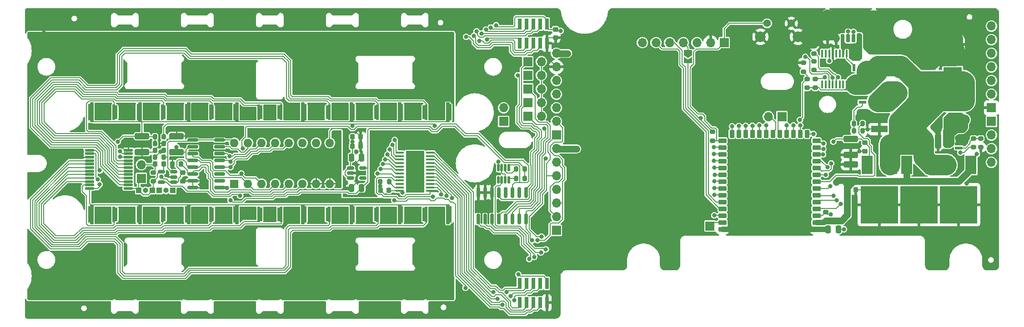
<source format=gtl>
G04 #@! TF.GenerationSoftware,KiCad,Pcbnew,(7.0.0-122-g9f10c142c4)*
G04 #@! TF.CreationDate,2023-03-12T11:56:23+09:00*
G04 #@! TF.ProjectId,qLAMP-main,714c414d-502d-46d6-9169-6e2e6b696361,rev?*
G04 #@! TF.SameCoordinates,Original*
G04 #@! TF.FileFunction,Copper,L1,Top*
G04 #@! TF.FilePolarity,Positive*
%FSLAX46Y46*%
G04 Gerber Fmt 4.6, Leading zero omitted, Abs format (unit mm)*
G04 Created by KiCad (PCBNEW (7.0.0-122-g9f10c142c4)) date 2023-03-12 11:56:23*
%MOMM*%
%LPD*%
G01*
G04 APERTURE LIST*
G04 Aperture macros list*
%AMRoundRect*
0 Rectangle with rounded corners*
0 $1 Rounding radius*
0 $2 $3 $4 $5 $6 $7 $8 $9 X,Y pos of 4 corners*
0 Add a 4 corners polygon primitive as box body*
4,1,4,$2,$3,$4,$5,$6,$7,$8,$9,$2,$3,0*
0 Add four circle primitives for the rounded corners*
1,1,$1+$1,$2,$3*
1,1,$1+$1,$4,$5*
1,1,$1+$1,$6,$7*
1,1,$1+$1,$8,$9*
0 Add four rect primitives between the rounded corners*
20,1,$1+$1,$2,$3,$4,$5,0*
20,1,$1+$1,$4,$5,$6,$7,0*
20,1,$1+$1,$6,$7,$8,$9,0*
20,1,$1+$1,$8,$9,$2,$3,0*%
%AMFreePoly0*
4,1,19,0.500000,-0.750000,0.000000,-0.750000,0.000000,-0.744911,-0.071157,-0.744911,-0.207708,-0.704816,-0.327430,-0.627875,-0.420627,-0.520320,-0.479746,-0.390866,-0.500000,-0.250000,-0.500000,0.250000,-0.479746,0.390866,-0.420627,0.520320,-0.327430,0.627875,-0.207708,0.704816,-0.071157,0.744911,0.000000,0.744911,0.000000,0.750000,0.500000,0.750000,0.500000,-0.750000,0.500000,-0.750000,
$1*%
%AMFreePoly1*
4,1,19,0.000000,0.744911,0.071157,0.744911,0.207708,0.704816,0.327430,0.627875,0.420627,0.520320,0.479746,0.390866,0.500000,0.250000,0.500000,-0.250000,0.479746,-0.390866,0.420627,-0.520320,0.327430,-0.627875,0.207708,-0.704816,0.071157,-0.744911,0.000000,-0.744911,0.000000,-0.750000,-0.500000,-0.750000,-0.500000,0.750000,0.000000,0.750000,0.000000,0.744911,0.000000,0.744911,
$1*%
%AMFreePoly2*
4,1,6,1.000000,0.000000,0.500000,-0.750000,-0.500000,-0.750000,-0.500000,0.750000,0.500000,0.750000,1.000000,0.000000,1.000000,0.000000,$1*%
%AMFreePoly3*
4,1,6,0.500000,-0.750000,-0.650000,-0.750000,-0.150000,0.000000,-0.650000,0.750000,0.500000,0.750000,0.500000,-0.750000,0.500000,-0.750000,$1*%
G04 Aperture macros list end*
G04 #@! TA.AperFunction,ComponentPad*
%ADD10C,2.000000*%
G04 #@! TD*
G04 #@! TA.AperFunction,SMDPad,CuDef*
%ADD11FreePoly0,270.000000*%
G04 #@! TD*
G04 #@! TA.AperFunction,SMDPad,CuDef*
%ADD12FreePoly1,270.000000*%
G04 #@! TD*
G04 #@! TA.AperFunction,SMDPad,CuDef*
%ADD13RoundRect,0.100000X-0.100000X0.637500X-0.100000X-0.637500X0.100000X-0.637500X0.100000X0.637500X0*%
G04 #@! TD*
G04 #@! TA.AperFunction,SMDPad,CuDef*
%ADD14RoundRect,0.150000X-0.512500X-0.150000X0.512500X-0.150000X0.512500X0.150000X-0.512500X0.150000X0*%
G04 #@! TD*
G04 #@! TA.AperFunction,SMDPad,CuDef*
%ADD15RoundRect,0.250000X-0.250000X-0.475000X0.250000X-0.475000X0.250000X0.475000X-0.250000X0.475000X0*%
G04 #@! TD*
G04 #@! TA.AperFunction,SMDPad,CuDef*
%ADD16R,3.098800X1.219200*%
G04 #@! TD*
G04 #@! TA.AperFunction,SMDPad,CuDef*
%ADD17RoundRect,0.225000X-0.225000X-0.250000X0.225000X-0.250000X0.225000X0.250000X-0.225000X0.250000X0*%
G04 #@! TD*
G04 #@! TA.AperFunction,SMDPad,CuDef*
%ADD18RoundRect,0.250000X-0.325000X-1.100000X0.325000X-1.100000X0.325000X1.100000X-0.325000X1.100000X0*%
G04 #@! TD*
G04 #@! TA.AperFunction,SMDPad,CuDef*
%ADD19RoundRect,0.250000X-1.100000X0.325000X-1.100000X-0.325000X1.100000X-0.325000X1.100000X0.325000X0*%
G04 #@! TD*
G04 #@! TA.AperFunction,SMDPad,CuDef*
%ADD20RoundRect,0.250000X0.250000X0.475000X-0.250000X0.475000X-0.250000X-0.475000X0.250000X-0.475000X0*%
G04 #@! TD*
G04 #@! TA.AperFunction,SMDPad,CuDef*
%ADD21RoundRect,0.250000X1.100000X-0.325000X1.100000X0.325000X-1.100000X0.325000X-1.100000X-0.325000X0*%
G04 #@! TD*
G04 #@! TA.AperFunction,SMDPad,CuDef*
%ADD22RoundRect,0.109795X0.765205X0.109794X-0.765205X0.109794X-0.765205X-0.109794X0.765205X-0.109794X0*%
G04 #@! TD*
G04 #@! TA.AperFunction,SMDPad,CuDef*
%ADD23RoundRect,0.225000X-0.250000X0.225000X-0.250000X-0.225000X0.250000X-0.225000X0.250000X0.225000X0*%
G04 #@! TD*
G04 #@! TA.AperFunction,SMDPad,CuDef*
%ADD24RoundRect,0.109795X-0.109795X0.552705X-0.109795X-0.552705X0.109795X-0.552705X0.109795X0.552705X0*%
G04 #@! TD*
G04 #@! TA.AperFunction,SMDPad,CuDef*
%ADD25RoundRect,0.150000X0.512500X0.150000X-0.512500X0.150000X-0.512500X-0.150000X0.512500X-0.150000X0*%
G04 #@! TD*
G04 #@! TA.AperFunction,SMDPad,CuDef*
%ADD26RoundRect,0.200000X0.200000X0.275000X-0.200000X0.275000X-0.200000X-0.275000X0.200000X-0.275000X0*%
G04 #@! TD*
G04 #@! TA.AperFunction,SMDPad,CuDef*
%ADD27RoundRect,0.150000X-0.150000X0.825000X-0.150000X-0.825000X0.150000X-0.825000X0.150000X0.825000X0*%
G04 #@! TD*
G04 #@! TA.AperFunction,SMDPad,CuDef*
%ADD28R,1.320800X0.558800*%
G04 #@! TD*
G04 #@! TA.AperFunction,SMDPad,CuDef*
%ADD29R,0.558800X1.320800*%
G04 #@! TD*
G04 #@! TA.AperFunction,SMDPad,CuDef*
%ADD30RoundRect,0.100000X0.687500X0.100000X-0.687500X0.100000X-0.687500X-0.100000X0.687500X-0.100000X0*%
G04 #@! TD*
G04 #@! TA.AperFunction,ComponentPad*
%ADD31C,0.600000*%
G04 #@! TD*
G04 #@! TA.AperFunction,SMDPad,CuDef*
%ADD32R,3.400000X7.800000*%
G04 #@! TD*
G04 #@! TA.AperFunction,SMDPad,CuDef*
%ADD33RoundRect,0.200000X0.275000X-0.200000X0.275000X0.200000X-0.275000X0.200000X-0.275000X-0.200000X0*%
G04 #@! TD*
G04 #@! TA.AperFunction,ComponentPad*
%ADD34R,1.700000X1.700000*%
G04 #@! TD*
G04 #@! TA.AperFunction,ComponentPad*
%ADD35O,1.700000X1.700000*%
G04 #@! TD*
G04 #@! TA.AperFunction,SMDPad,CuDef*
%ADD36RoundRect,0.200000X-0.275000X0.200000X-0.275000X-0.200000X0.275000X-0.200000X0.275000X0.200000X0*%
G04 #@! TD*
G04 #@! TA.AperFunction,SMDPad,CuDef*
%ADD37RoundRect,0.200000X-0.200000X-0.275000X0.200000X-0.275000X0.200000X0.275000X-0.200000X0.275000X0*%
G04 #@! TD*
G04 #@! TA.AperFunction,SMDPad,CuDef*
%ADD38RoundRect,0.225000X0.225000X0.250000X-0.225000X0.250000X-0.225000X-0.250000X0.225000X-0.250000X0*%
G04 #@! TD*
G04 #@! TA.AperFunction,ComponentPad*
%ADD39R,3.500000X3.500000*%
G04 #@! TD*
G04 #@! TA.AperFunction,ComponentPad*
%ADD40RoundRect,0.750000X-1.000000X0.750000X-1.000000X-0.750000X1.000000X-0.750000X1.000000X0.750000X0*%
G04 #@! TD*
G04 #@! TA.AperFunction,ComponentPad*
%ADD41RoundRect,0.875000X-0.875000X0.875000X-0.875000X-0.875000X0.875000X-0.875000X0.875000X0.875000X0*%
G04 #@! TD*
G04 #@! TA.AperFunction,SMDPad,CuDef*
%ADD42RoundRect,0.180000X0.270000X1.370000X-0.270000X1.370000X-0.270000X-1.370000X0.270000X-1.370000X0*%
G04 #@! TD*
G04 #@! TA.AperFunction,SMDPad,CuDef*
%ADD43RoundRect,0.030000X0.265000X1.780000X-0.265000X1.780000X-0.265000X-1.780000X0.265000X-1.780000X0*%
G04 #@! TD*
G04 #@! TA.AperFunction,SMDPad,CuDef*
%ADD44RoundRect,0.030000X0.205000X1.420000X-0.205000X1.420000X-0.205000X-1.420000X0.205000X-1.420000X0*%
G04 #@! TD*
G04 #@! TA.AperFunction,SMDPad,CuDef*
%ADD45RoundRect,0.180000X0.270000X1.120000X-0.270000X1.120000X-0.270000X-1.120000X0.270000X-1.120000X0*%
G04 #@! TD*
G04 #@! TA.AperFunction,SMDPad,CuDef*
%ADD46RoundRect,0.180000X-0.270000X-1.370000X0.270000X-1.370000X0.270000X1.370000X-0.270000X1.370000X0*%
G04 #@! TD*
G04 #@! TA.AperFunction,SMDPad,CuDef*
%ADD47RoundRect,0.030000X-0.265000X-1.780000X0.265000X-1.780000X0.265000X1.780000X-0.265000X1.780000X0*%
G04 #@! TD*
G04 #@! TA.AperFunction,SMDPad,CuDef*
%ADD48RoundRect,0.030000X-0.205000X-1.420000X0.205000X-1.420000X0.205000X1.420000X-0.205000X1.420000X0*%
G04 #@! TD*
G04 #@! TA.AperFunction,SMDPad,CuDef*
%ADD49RoundRect,0.180000X-0.270000X-1.120000X0.270000X-1.120000X0.270000X1.120000X-0.270000X1.120000X0*%
G04 #@! TD*
G04 #@! TA.AperFunction,SMDPad,CuDef*
%ADD50RoundRect,0.100000X0.250000X0.650000X-0.250000X0.650000X-0.250000X-0.650000X0.250000X-0.650000X0*%
G04 #@! TD*
G04 #@! TA.AperFunction,SMDPad,CuDef*
%ADD51RoundRect,0.100000X0.300000X0.650000X-0.300000X0.650000X-0.300000X-0.650000X0.300000X-0.650000X0*%
G04 #@! TD*
G04 #@! TA.AperFunction,ComponentPad*
%ADD52O,1.000000X1.800000*%
G04 #@! TD*
G04 #@! TA.AperFunction,SMDPad,CuDef*
%ADD53RoundRect,0.150000X-0.825000X-0.150000X0.825000X-0.150000X0.825000X0.150000X-0.825000X0.150000X0*%
G04 #@! TD*
G04 #@! TA.AperFunction,SMDPad,CuDef*
%ADD54R,0.750000X2.100000*%
G04 #@! TD*
G04 #@! TA.AperFunction,SMDPad,CuDef*
%ADD55FreePoly2,270.000000*%
G04 #@! TD*
G04 #@! TA.AperFunction,SMDPad,CuDef*
%ADD56FreePoly3,270.000000*%
G04 #@! TD*
G04 #@! TA.AperFunction,SMDPad,CuDef*
%ADD57RoundRect,0.250000X0.475000X-0.250000X0.475000X0.250000X-0.475000X0.250000X-0.475000X-0.250000X0*%
G04 #@! TD*
G04 #@! TA.AperFunction,ComponentPad*
%ADD58C,1.400000*%
G04 #@! TD*
G04 #@! TA.AperFunction,SMDPad,CuDef*
%ADD59RoundRect,0.225000X0.525000X0.225000X-0.525000X0.225000X-0.525000X-0.225000X0.525000X-0.225000X0*%
G04 #@! TD*
G04 #@! TA.AperFunction,SMDPad,CuDef*
%ADD60RoundRect,0.225000X-0.225000X0.525000X-0.225000X-0.525000X0.225000X-0.525000X0.225000X0.525000X0*%
G04 #@! TD*
G04 #@! TA.AperFunction,SMDPad,CuDef*
%ADD61RoundRect,0.225000X-0.525000X-0.225000X0.525000X-0.225000X0.525000X0.225000X-0.525000X0.225000X0*%
G04 #@! TD*
G04 #@! TA.AperFunction,SMDPad,CuDef*
%ADD62RoundRect,0.225000X-0.225000X-0.225000X0.225000X-0.225000X0.225000X0.225000X-0.225000X0.225000X0*%
G04 #@! TD*
G04 #@! TA.AperFunction,SMDPad,CuDef*
%ADD63R,2.000000X3.500000*%
G04 #@! TD*
G04 #@! TA.AperFunction,SMDPad,CuDef*
%ADD64R,7.000000X7.000000*%
G04 #@! TD*
G04 #@! TA.AperFunction,ComponentPad*
%ADD65R,1.600000X1.600000*%
G04 #@! TD*
G04 #@! TA.AperFunction,ComponentPad*
%ADD66O,1.600000X1.600000*%
G04 #@! TD*
G04 #@! TA.AperFunction,ComponentPad*
%ADD67R,1.000000X1.000000*%
G04 #@! TD*
G04 #@! TA.AperFunction,ComponentPad*
%ADD68O,1.000000X1.000000*%
G04 #@! TD*
G04 #@! TA.AperFunction,ViaPad*
%ADD69C,0.800000*%
G04 #@! TD*
G04 #@! TA.AperFunction,Conductor*
%ADD70C,0.210820*%
G04 #@! TD*
G04 #@! TA.AperFunction,Conductor*
%ADD71C,1.270000*%
G04 #@! TD*
G04 #@! TA.AperFunction,Conductor*
%ADD72C,1.016000*%
G04 #@! TD*
G04 #@! TA.AperFunction,Conductor*
%ADD73C,0.762000*%
G04 #@! TD*
G04 #@! TA.AperFunction,Conductor*
%ADD74C,3.810000*%
G04 #@! TD*
G04 #@! TA.AperFunction,Conductor*
%ADD75C,2.540000*%
G04 #@! TD*
G04 #@! TA.AperFunction,Conductor*
%ADD76C,0.381000*%
G04 #@! TD*
G04 #@! TA.AperFunction,Conductor*
%ADD77C,2.032000*%
G04 #@! TD*
G04 APERTURE END LIST*
G36*
X70870000Y-37680000D02*
G01*
X70270000Y-37680000D01*
X70270000Y-37180000D01*
X70870000Y-37180000D01*
X70870000Y-37680000D01*
G37*
D10*
X229680000Y-45070000D03*
X229680000Y-48570000D03*
D11*
X70570000Y-36780000D03*
D12*
X70570000Y-38080000D03*
D13*
X220053002Y-41537300D03*
X219403002Y-41537300D03*
X218753002Y-41537300D03*
X218103002Y-41537300D03*
X217453002Y-41537300D03*
X216803002Y-41537300D03*
X216153002Y-41537300D03*
X215503002Y-41537300D03*
X215503002Y-47262300D03*
X216153002Y-47262300D03*
X216803002Y-47262300D03*
X217453002Y-47262300D03*
X218103002Y-47262300D03*
X218753002Y-47262300D03*
X219403002Y-47262300D03*
X220053002Y-47262300D03*
D14*
X127665878Y-62840011D03*
X127665878Y-63790011D03*
X127665878Y-64740011D03*
X129940878Y-64740011D03*
X129940878Y-62840011D03*
D15*
X127853378Y-60919989D03*
X129753378Y-60919989D03*
D16*
X231252699Y-55619999D03*
X226147299Y-55619999D03*
D17*
X128028376Y-58850000D03*
X129578376Y-58850000D03*
D18*
X234095000Y-57850000D03*
X237045000Y-57850000D03*
D17*
X234555000Y-55260000D03*
X236105000Y-55260000D03*
D19*
X220820000Y-57465000D03*
X220820000Y-60415000D03*
D17*
X220165000Y-66920000D03*
X221715000Y-66920000D03*
D20*
X129733376Y-66560000D03*
X127833376Y-66560000D03*
D17*
X222395000Y-40500000D03*
X223945000Y-40500000D03*
D21*
X95290005Y-59884989D03*
X95290005Y-56934989D03*
D10*
X241980000Y-50360000D03*
X241980000Y-53860000D03*
D22*
X86295999Y-66695011D03*
X86295999Y-66045013D03*
X86295999Y-65395012D03*
X86295999Y-64745012D03*
X86295999Y-64095012D03*
X86295999Y-63445012D03*
X86295999Y-62795012D03*
X86295999Y-62145012D03*
X86295999Y-61495012D03*
X86295999Y-60845012D03*
X86295999Y-60195011D03*
X86295999Y-59545013D03*
X79095999Y-59545013D03*
X79095999Y-60195011D03*
X79095999Y-60845012D03*
X79095999Y-61495012D03*
X79095999Y-62145012D03*
X79095999Y-62795012D03*
X79095999Y-63445012D03*
X79095999Y-64095012D03*
X79095999Y-64745012D03*
X79095999Y-65395012D03*
X79095999Y-66045013D03*
X79095999Y-66695011D03*
D23*
X96469200Y-63754992D03*
X96469200Y-65304992D03*
X165830000Y-37025000D03*
X165830000Y-38575000D03*
D17*
X91300000Y-62108000D03*
X92850000Y-62108000D03*
D24*
X157130441Y-62803500D03*
X156480441Y-62803500D03*
X155830441Y-62803500D03*
X155180441Y-62803500D03*
X155180441Y-65078500D03*
X155830441Y-65078500D03*
X156480441Y-65078500D03*
X157130441Y-65078500D03*
D25*
X94736500Y-65479992D03*
X94736500Y-64529992D03*
X94736500Y-63579992D03*
X92461500Y-63579992D03*
X92461500Y-65479992D03*
D26*
X160130422Y-64830000D03*
X158480422Y-64830000D03*
X160130422Y-63052000D03*
X158480422Y-63052000D03*
D27*
X160324200Y-67445000D03*
X159054200Y-67445000D03*
X157784200Y-67445000D03*
X156514200Y-67445000D03*
X155244200Y-67445000D03*
X153974200Y-67445000D03*
X152704200Y-67445000D03*
X151434200Y-67445000D03*
X151434200Y-72395000D03*
X152704200Y-72395000D03*
X153974200Y-72395000D03*
X155244200Y-72395000D03*
X156514200Y-72395000D03*
X157784200Y-72395000D03*
X159054200Y-72395000D03*
X160324200Y-72395000D03*
D17*
X128028376Y-57050000D03*
X129578376Y-57050000D03*
D28*
X222980524Y-50557924D03*
X222980524Y-52437524D03*
X225164924Y-51497724D03*
X240899999Y-59119999D03*
X240899999Y-57240399D03*
X238715599Y-58180199D03*
D29*
X221370199Y-44132199D03*
X223249799Y-44132199D03*
X222309999Y-41947799D03*
D30*
X142540000Y-67148000D03*
X142540000Y-66498000D03*
X142540000Y-65848000D03*
X142540000Y-65198000D03*
X142540000Y-64548000D03*
X142540000Y-63898000D03*
X142540000Y-63248000D03*
X142540000Y-62598000D03*
X142540000Y-61948000D03*
X142540000Y-61298000D03*
X142540000Y-60648000D03*
X142540000Y-59998000D03*
X136815000Y-59998000D03*
X136815000Y-60648000D03*
X136815000Y-61298000D03*
X136815000Y-61948000D03*
X136815000Y-62598000D03*
X136815000Y-63248000D03*
X136815000Y-63898000D03*
X136815000Y-64548000D03*
X136815000Y-65198000D03*
X136815000Y-65848000D03*
X136815000Y-66498000D03*
X136815000Y-67148000D03*
D31*
X140977500Y-66823000D03*
X140977500Y-65523000D03*
X140977500Y-64223000D03*
X140977500Y-62923000D03*
X140977500Y-61623000D03*
X140977500Y-60323000D03*
X139677500Y-66823000D03*
X139677500Y-65523000D03*
X139677500Y-64223000D03*
D32*
X139677499Y-63572999D03*
D31*
X139677500Y-62923000D03*
X139677500Y-61623000D03*
X139677500Y-60323000D03*
X138377500Y-66823000D03*
X138377500Y-65523000D03*
X138377500Y-64223000D03*
X138377500Y-62923000D03*
X138377500Y-61623000D03*
X138377500Y-60323000D03*
D33*
X212660000Y-47925000D03*
X212660000Y-46275000D03*
D20*
X218510000Y-74270000D03*
X216610000Y-74270000D03*
D34*
X156179999Y-54190125D03*
D35*
X156179999Y-51650125D03*
D34*
X160666123Y-50650125D03*
D35*
X163206123Y-50650125D03*
D34*
X160666123Y-43030125D03*
D35*
X163206123Y-43030125D03*
D34*
X160666122Y-45570125D03*
D35*
X163206122Y-45570125D03*
D34*
X160666123Y-48110125D03*
D35*
X163206123Y-48110125D03*
D34*
X160666123Y-53190125D03*
D35*
X163206123Y-53190125D03*
D26*
X223025000Y-55970000D03*
X221375000Y-55970000D03*
D33*
X245020000Y-58995000D03*
X245020000Y-57345000D03*
D36*
X213999716Y-39896200D03*
X213999716Y-41546200D03*
X213999716Y-42944200D03*
X213999716Y-44594200D03*
D37*
X221375000Y-54570000D03*
X223025000Y-54570000D03*
D36*
X243670000Y-57345000D03*
X243670000Y-58995000D03*
D26*
X134865000Y-65430000D03*
X133215000Y-65430000D03*
D36*
X216130000Y-71085000D03*
X216130000Y-72735000D03*
X214179710Y-46275000D03*
X214179710Y-47925000D03*
D38*
X134815000Y-67000000D03*
X133265000Y-67000000D03*
D21*
X220820000Y-65175000D03*
X220820000Y-62225000D03*
D23*
X223470000Y-58165000D03*
X223470000Y-59715000D03*
D39*
X239795999Y-45809810D03*
D40*
X239796000Y-39809811D03*
D41*
X235096000Y-42809811D03*
D34*
X194599999Y-73679999D03*
D42*
X128032219Y-71501633D03*
D43*
X127812219Y-71501633D03*
D44*
X123717219Y-71501633D03*
D45*
X123502219Y-71501633D03*
D42*
X137032219Y-52502054D03*
D43*
X136812219Y-52502054D03*
D44*
X132717219Y-52502054D03*
D45*
X132502219Y-52502054D03*
D46*
X97282211Y-71501633D03*
D47*
X97502211Y-71501633D03*
D48*
X101597211Y-71501633D03*
D49*
X101812211Y-71501633D03*
D46*
X97282211Y-52502054D03*
D47*
X97502211Y-52502054D03*
D48*
X101597211Y-52502054D03*
D49*
X101812211Y-52502054D03*
D50*
X221288000Y-38669782D03*
X219288000Y-38669782D03*
D51*
X218088000Y-38669782D03*
D50*
X220288000Y-38669782D03*
X222288000Y-38669782D03*
D51*
X223488000Y-38669782D03*
D52*
X225107999Y-38419781D03*
X225107999Y-34619781D03*
X216467999Y-38419781D03*
X216467999Y-34619781D03*
D19*
X88859995Y-56934989D03*
X88859995Y-59884989D03*
D53*
X98325000Y-57665000D03*
X98325000Y-58935000D03*
X98325000Y-60205000D03*
X98325000Y-61475000D03*
X98325000Y-62745000D03*
X98325000Y-64015000D03*
X98325000Y-65285000D03*
X98325000Y-66555000D03*
X103275000Y-66555000D03*
X103275000Y-65285000D03*
X103275000Y-64015000D03*
X103275000Y-62745000D03*
X103275000Y-61475000D03*
X103275000Y-60205000D03*
X103275000Y-58935000D03*
X103275000Y-57665000D03*
D54*
X164220999Y-87977999D03*
X164220999Y-84377999D03*
X162950999Y-87977999D03*
X162950999Y-84377999D03*
X161680999Y-87977999D03*
X161680999Y-84377999D03*
X160410999Y-87977999D03*
X160410999Y-84377999D03*
X159140999Y-87977999D03*
X159140999Y-84377999D03*
D46*
X79282211Y-71501633D03*
D47*
X79502211Y-71501633D03*
D48*
X83597211Y-71501633D03*
D49*
X83812211Y-71501633D03*
D42*
X119032219Y-71501633D03*
D43*
X118812219Y-71501633D03*
D44*
X114717219Y-71501633D03*
D45*
X114502219Y-71501633D03*
D46*
X106282211Y-71501633D03*
D47*
X106502211Y-71501633D03*
D48*
X110597211Y-71501633D03*
D49*
X110812211Y-71501633D03*
D26*
X92900000Y-59568000D03*
X91250000Y-59568000D03*
X92900000Y-57028000D03*
X91250000Y-57028000D03*
D42*
X119032219Y-52502054D03*
D43*
X118812219Y-52502054D03*
D44*
X114717219Y-52502054D03*
D45*
X114502219Y-52502054D03*
D46*
X106282211Y-52502054D03*
D47*
X106502211Y-52502054D03*
D48*
X110597211Y-52502054D03*
D49*
X110812211Y-52502054D03*
D34*
X207999999Y-53269999D03*
D35*
X205459999Y-53269999D03*
D55*
X190480000Y-41375000D03*
D56*
X190480000Y-42825000D03*
D57*
X225150000Y-43120000D03*
X225150000Y-41220000D03*
D58*
X205250000Y-35900000D03*
X209750000Y-35900000D03*
D10*
X204000000Y-38400000D03*
X211000000Y-38400000D03*
D33*
X195060000Y-57755000D03*
X195060000Y-56105000D03*
D34*
X197249999Y-39499999D03*
D35*
X194709999Y-39499999D03*
X192169999Y-39499999D03*
X189629999Y-39499999D03*
X187089999Y-39499999D03*
X184549999Y-39499999D03*
X182009999Y-39499999D03*
D33*
X212000000Y-44905000D03*
X212000000Y-43255000D03*
D46*
X88282211Y-71501633D03*
D47*
X88502211Y-71501633D03*
D48*
X92597211Y-71501633D03*
D49*
X92812211Y-71501633D03*
D42*
X128032219Y-52502054D03*
D43*
X127812219Y-52502054D03*
D44*
X123717219Y-52502054D03*
D45*
X123502219Y-52502054D03*
D35*
X247000123Y-61810125D03*
X247000123Y-59270125D03*
X247000123Y-56730125D03*
D34*
X247000123Y-54190125D03*
D54*
X159140999Y-36021999D03*
X159140999Y-39621999D03*
X160410999Y-36021999D03*
X160410999Y-39621999D03*
X161680999Y-36021999D03*
X161680999Y-39621999D03*
X162950999Y-36021999D03*
X162950999Y-39621999D03*
X164220999Y-36021999D03*
X164220999Y-39621999D03*
D35*
X166000123Y-41490125D03*
X166000123Y-44030125D03*
X166000123Y-46570125D03*
X166000123Y-49110125D03*
X166000123Y-51650125D03*
X166000123Y-54190125D03*
D34*
X166000123Y-56730125D03*
D59*
X214430000Y-74266000D03*
X214430000Y-72996000D03*
X214430000Y-71726000D03*
X214430000Y-70456000D03*
X214430000Y-69186000D03*
X214430000Y-67916000D03*
X214430000Y-66646000D03*
X214430000Y-65376000D03*
X214430000Y-64106000D03*
X214430000Y-62836000D03*
X214430000Y-61566000D03*
X214430000Y-60296000D03*
X214430000Y-59026000D03*
X214430000Y-57756000D03*
D60*
X212665000Y-56506000D03*
X211395000Y-56506000D03*
X210125000Y-56506000D03*
X208855000Y-56506000D03*
X207585000Y-56506000D03*
X206315000Y-56506000D03*
X205045000Y-56506000D03*
X203775000Y-56506000D03*
X202505000Y-56506000D03*
X201235000Y-56506000D03*
X199965000Y-56506000D03*
X198695000Y-56506000D03*
D61*
X196930000Y-57756000D03*
X196930000Y-59026000D03*
X196930000Y-60296000D03*
X196930000Y-61566000D03*
X196930000Y-62836000D03*
X196930000Y-64106000D03*
X196930000Y-65376000D03*
X196930000Y-66646000D03*
X196930000Y-67916000D03*
X196930000Y-69186000D03*
X196930000Y-70456000D03*
X196930000Y-71726000D03*
X196930000Y-72996000D03*
X196930000Y-74266000D03*
D62*
X208580000Y-67946000D03*
X208580000Y-66546000D03*
X208580000Y-65146000D03*
X207180000Y-67946000D03*
X207180000Y-66546000D03*
X207180000Y-65146000D03*
X205780000Y-67946000D03*
X205780000Y-66546000D03*
X205780000Y-65146000D03*
D38*
X96065005Y-62108000D03*
X94515005Y-62108000D03*
D37*
X91250000Y-58298000D03*
X92900000Y-58298000D03*
D42*
X146032219Y-71501633D03*
D43*
X145812219Y-71501633D03*
D44*
X141717219Y-71501633D03*
D45*
X141502219Y-71501633D03*
D63*
X228419999Y-62294999D03*
X223839999Y-62294999D03*
D64*
X226119999Y-69694999D03*
D63*
X238619999Y-62294999D03*
X243199999Y-62294999D03*
D64*
X240899999Y-69694999D03*
D65*
X106029988Y-65809998D03*
D66*
X108569988Y-65809998D03*
X111109988Y-65809998D03*
X113649988Y-65809998D03*
X116189988Y-65809998D03*
X118729988Y-65809998D03*
X121269988Y-65809998D03*
X123809988Y-65809998D03*
X123809988Y-58189998D03*
X121269988Y-58189998D03*
X118729988Y-58189998D03*
X116189988Y-58189998D03*
X113649988Y-58189998D03*
X111109988Y-58189998D03*
X108569988Y-58189998D03*
X106029988Y-58189998D03*
D26*
X92900000Y-60838000D03*
X91250000Y-60838000D03*
D63*
X235809999Y-62294999D03*
X231229999Y-62294999D03*
D64*
X233509999Y-69694999D03*
D33*
X90932000Y-65354992D03*
X90932000Y-63704992D03*
D46*
X88282211Y-52502054D03*
D47*
X88502211Y-52502054D03*
D48*
X92597211Y-52502054D03*
D49*
X92812211Y-52502054D03*
D42*
X146032219Y-52502054D03*
D43*
X145812219Y-52502054D03*
D44*
X141717219Y-52502054D03*
D45*
X141502219Y-52502054D03*
D46*
X79282211Y-52502054D03*
D47*
X79502211Y-52502054D03*
D48*
X83597211Y-52502054D03*
D49*
X83812211Y-52502054D03*
D35*
X247000123Y-36410125D03*
X247000123Y-38950125D03*
X247000123Y-41490125D03*
X247000123Y-44030125D03*
X247000123Y-46570125D03*
X247000123Y-49110125D03*
D34*
X247000123Y-51650125D03*
X88719989Y-64785007D03*
D35*
X88719989Y-62245007D03*
D42*
X137032219Y-71501633D03*
D43*
X136812219Y-71501633D03*
D44*
X132717219Y-71501633D03*
D45*
X132502219Y-71501633D03*
D35*
X166000123Y-59270125D03*
X166000123Y-61810125D03*
X166000123Y-64350125D03*
X166000123Y-66890125D03*
X166000123Y-69430125D03*
X166000123Y-71970125D03*
D34*
X166000123Y-74510125D03*
D67*
X88239999Y-67049999D03*
X94590005Y-67050001D03*
X90779999Y-67049999D03*
D68*
X89509999Y-67049999D03*
D67*
X92049999Y-67049999D03*
D68*
X93319999Y-67049999D03*
D69*
X142982129Y-68226245D03*
X195360000Y-59000000D03*
X128220000Y-38860000D03*
X77330000Y-59700000D03*
X133950000Y-48850000D03*
X103160000Y-70680000D03*
X138410000Y-86210000D03*
X105050000Y-53350000D03*
X100210000Y-64460000D03*
X123220000Y-45870000D03*
X138750000Y-53460000D03*
X114450000Y-68940000D03*
X139340000Y-74490000D03*
X144157211Y-71501633D03*
X96130000Y-53510000D03*
X68870000Y-85990000D03*
X93573823Y-64184712D03*
X83240000Y-46450000D03*
X82180000Y-86260000D03*
X139320000Y-72690000D03*
X104860000Y-46140000D03*
X138180000Y-48850000D03*
X126157211Y-71501633D03*
X102910000Y-49230000D03*
X77630000Y-55610000D03*
X106920000Y-55920000D03*
X90157211Y-71501633D03*
X68740000Y-43210000D03*
X115250000Y-62260000D03*
X90790000Y-55240000D03*
X102960000Y-74970000D03*
X83610000Y-40500000D03*
X103190000Y-51300000D03*
X90330000Y-68840000D03*
X111970000Y-70560000D03*
X68950000Y-57570000D03*
X100840000Y-86140000D03*
X104360000Y-40810000D03*
X86430000Y-68750000D03*
X96080000Y-67210000D03*
X121170000Y-38780000D03*
X108157211Y-52502054D03*
X109320000Y-74180000D03*
X117470000Y-80620000D03*
X135157211Y-71501633D03*
X140160000Y-46620000D03*
X122560000Y-41940000D03*
X110940000Y-40860000D03*
X117570000Y-59440000D03*
X120540000Y-70740000D03*
X131290000Y-41080000D03*
X104500000Y-72820000D03*
X109330000Y-43310000D03*
X117157211Y-52502054D03*
X144157211Y-52502054D03*
X100790000Y-66310000D03*
X93010000Y-86540000D03*
X129130000Y-48880000D03*
X94330000Y-69000000D03*
X145950000Y-86170000D03*
X87200000Y-72820000D03*
X88230000Y-84750000D03*
X99900000Y-45360000D03*
X99830000Y-48730000D03*
X98170000Y-40630000D03*
X145890000Y-79690000D03*
X124310000Y-59690000D03*
X112310000Y-64350000D03*
X97950000Y-56490000D03*
X120380000Y-51360000D03*
X74500000Y-60530000D03*
X68580000Y-48110000D03*
X87090000Y-53440000D03*
X94150000Y-70600000D03*
X96656475Y-64830354D03*
X144740000Y-41950000D03*
X124660000Y-68780000D03*
X84900501Y-58794725D03*
X117157211Y-71501633D03*
X108170000Y-38680000D03*
X76910000Y-66240000D03*
X145980000Y-74270000D03*
X122180000Y-72820000D03*
X102470000Y-68940000D03*
X75960000Y-42150000D03*
X123120000Y-80040000D03*
X112210000Y-51550000D03*
X101560000Y-60660000D03*
X116190000Y-55900000D03*
X119180000Y-86630000D03*
X68680000Y-80760000D03*
X94400000Y-48750000D03*
X81157211Y-52502054D03*
X135157211Y-52502054D03*
X98340000Y-84020000D03*
X97330000Y-75660000D03*
X81060000Y-43480000D03*
X144350000Y-76970000D03*
X124330000Y-64060000D03*
X138260000Y-51200000D03*
X109010000Y-55990000D03*
X94470702Y-62677292D03*
X97170000Y-43560000D03*
X79150000Y-46400000D03*
X108157211Y-71501633D03*
X109240000Y-80440000D03*
X88260000Y-38620000D03*
X113260000Y-72370000D03*
X117620000Y-64240000D03*
X79050000Y-77520000D03*
X107750000Y-61990000D03*
X71290000Y-60120000D03*
X117480000Y-44830000D03*
X128310000Y-80260000D03*
X124940000Y-48820000D03*
X112110000Y-60500000D03*
X97030000Y-48730000D03*
X73250000Y-82980000D03*
X109190000Y-63960000D03*
X70430000Y-77640000D03*
X146200000Y-48340000D03*
X98160000Y-69000000D03*
X106140000Y-85310000D03*
X142810000Y-74280000D03*
X126157211Y-52502054D03*
X85740000Y-70530000D03*
X100240000Y-77800000D03*
X100140000Y-58600000D03*
X129440000Y-51440000D03*
X99157211Y-71501633D03*
X110800000Y-86420000D03*
X103020000Y-43420000D03*
X68600000Y-75840000D03*
X85190000Y-51230000D03*
X141670000Y-42730000D03*
X119920000Y-57060000D03*
X114510000Y-85300000D03*
X76040000Y-80270000D03*
X78970000Y-82820000D03*
X95140000Y-38470000D03*
X142740000Y-79930000D03*
X107850000Y-77550000D03*
X119930000Y-77830000D03*
X123050000Y-55850000D03*
X79820000Y-55190000D03*
X95990000Y-72900000D03*
X94090000Y-51300000D03*
X74210000Y-38800000D03*
X123050000Y-75420000D03*
X68690000Y-38540000D03*
X111070000Y-62380000D03*
X97260000Y-80670000D03*
X127170000Y-43510000D03*
X117380000Y-48700000D03*
X122230000Y-53340000D03*
X138300000Y-70670000D03*
X129390000Y-70660000D03*
X94000000Y-75190000D03*
X120910000Y-61900000D03*
X133490000Y-75110000D03*
X83600000Y-56720000D03*
X115560000Y-38570000D03*
X117500000Y-75330000D03*
X82940000Y-82710000D03*
X73360000Y-45230000D03*
X112390000Y-56850000D03*
X135480000Y-38620000D03*
X100680000Y-68070000D03*
X102880000Y-80570000D03*
X94430000Y-55530000D03*
X131880000Y-86280000D03*
X116540000Y-41500000D03*
X81157211Y-71501633D03*
X109150000Y-46710000D03*
X81730000Y-66770000D03*
X75810000Y-86410000D03*
X126070000Y-85280000D03*
X101380000Y-38780000D03*
X87860000Y-55220000D03*
X143740000Y-38760000D03*
X126140000Y-77920000D03*
X131350000Y-72780000D03*
X102400000Y-83810000D03*
X113390000Y-53380000D03*
X101150000Y-55400000D03*
X138510000Y-41000000D03*
X108330000Y-49720000D03*
X128950000Y-75080000D03*
X79260000Y-38750000D03*
X104790000Y-56710000D03*
X91590000Y-39790000D03*
X80840000Y-80000000D03*
X99157211Y-52502054D03*
X82830000Y-77520000D03*
X131380000Y-53420000D03*
X73440000Y-78900000D03*
X90157211Y-52502054D03*
X119410000Y-68620000D03*
X82970000Y-68930000D03*
X79990000Y-69010000D03*
X168102344Y-41500000D03*
X169758424Y-59290000D03*
X164031263Y-61119145D03*
X107138110Y-68039770D03*
X218137080Y-65497081D03*
X137374951Y-67486551D03*
X161461683Y-76354811D03*
X244305364Y-60260318D03*
X155170000Y-61700000D03*
X192908414Y-53537506D03*
X105320000Y-68866850D03*
X92423240Y-64520000D03*
X195490000Y-64110000D03*
X164038056Y-78032926D03*
X195440000Y-66630000D03*
X80987239Y-63330000D03*
X80570000Y-64980000D03*
X195390000Y-71690000D03*
X160930637Y-79841631D03*
X241232564Y-60002102D03*
X216984190Y-66231890D03*
X84738566Y-59784265D03*
X195430000Y-67890000D03*
X161881351Y-79427611D03*
X211361105Y-53889685D03*
X217181697Y-62002873D03*
X105321879Y-61696057D03*
X195330000Y-61560000D03*
X195420000Y-65300000D03*
X84750000Y-60786902D03*
X163125395Y-78599147D03*
X195440000Y-62830000D03*
X105180359Y-60703392D03*
X107321336Y-63883684D03*
X107592802Y-59196319D03*
X158799403Y-45570000D03*
X163708657Y-55470866D03*
X237045000Y-56200000D03*
X192790000Y-33820000D03*
X198740000Y-58340000D03*
X211270000Y-46220000D03*
X180170000Y-38230000D03*
X166140000Y-80250000D03*
X205310000Y-69370000D03*
X242990000Y-39190000D03*
X103210000Y-88400000D03*
X126870000Y-59610000D03*
X88950000Y-36460000D03*
X212650000Y-49060000D03*
X95300000Y-36510000D03*
X162650000Y-90290000D03*
X126860000Y-65650000D03*
X227150000Y-53110000D03*
X92030000Y-34360000D03*
X151810000Y-42380000D03*
X226579710Y-36230000D03*
X157050000Y-60480000D03*
X238290219Y-37260000D03*
X208180219Y-38190000D03*
X155810000Y-89960000D03*
X214059710Y-37980000D03*
X223453917Y-36965793D03*
X171640000Y-81290000D03*
X126850000Y-61920000D03*
X177040000Y-42630000D03*
X186900000Y-57180000D03*
X178360000Y-64920000D03*
X122310000Y-36380000D03*
X233290000Y-63790000D03*
X225430000Y-58300000D03*
X198390000Y-37080000D03*
X229110000Y-66800000D03*
X219880000Y-56050000D03*
X213152425Y-39717285D03*
X148140000Y-48960000D03*
X212450000Y-63190000D03*
X119410000Y-90100000D03*
X161690000Y-73600000D03*
X238290000Y-66830000D03*
X165900000Y-90270000D03*
X211610000Y-35570000D03*
X91860000Y-89980000D03*
X218729710Y-43200000D03*
X77990000Y-34130000D03*
X129578376Y-58178376D03*
X151400000Y-74320000D03*
X230900000Y-66950000D03*
X106080000Y-90010000D03*
X226030000Y-63890000D03*
X192650000Y-51820000D03*
X205370000Y-74400000D03*
X222809928Y-34619782D03*
X81890000Y-36490000D03*
X158880000Y-80510000D03*
X218830000Y-52360000D03*
X72910000Y-36430000D03*
X235840000Y-80980000D03*
X152730000Y-90250000D03*
X104627440Y-66623550D03*
X118890000Y-34310000D03*
X152850000Y-56390000D03*
X242400000Y-65780000D03*
X177190000Y-34250000D03*
X157960000Y-83310000D03*
X236310219Y-34090000D03*
X205560000Y-41200000D03*
X191850000Y-45240000D03*
X116270000Y-36470000D03*
X171730000Y-64880000D03*
X175140000Y-61000000D03*
X102850000Y-36490000D03*
X185370000Y-64840000D03*
X133070000Y-34180000D03*
X157480000Y-35710000D03*
X182870000Y-53250000D03*
X223940000Y-55650000D03*
X203320000Y-44520000D03*
X68100000Y-34130000D03*
X223350000Y-66960000D03*
X152800000Y-34120000D03*
X128780000Y-59850000D03*
X199680000Y-45600000D03*
X155850000Y-78640000D03*
X157950000Y-52220000D03*
X223682725Y-53217725D03*
X219949710Y-45610000D03*
X130020000Y-88410000D03*
X188310000Y-75650000D03*
X146250000Y-61600000D03*
X155830000Y-84750000D03*
X155450000Y-70400000D03*
X174230000Y-53250000D03*
X109310000Y-88400000D03*
X238110000Y-69530000D03*
X221270000Y-50090000D03*
X242340000Y-69320000D03*
X150770000Y-57700000D03*
X152130000Y-46910000D03*
X200990000Y-33790000D03*
X179080000Y-75610000D03*
X68090000Y-90020000D03*
X122070000Y-88280000D03*
X109060000Y-36340000D03*
X201980000Y-60730000D03*
X188570000Y-49290000D03*
X116020000Y-88360000D03*
X89220000Y-88360000D03*
X143230000Y-34080000D03*
X172350000Y-75880000D03*
X220557421Y-36192289D03*
X247050000Y-34140000D03*
X164080000Y-69970000D03*
X205530000Y-58510000D03*
X160380000Y-60460000D03*
X147120000Y-56480000D03*
X175210000Y-78480000D03*
X188770000Y-44860000D03*
X215630000Y-53270000D03*
X143150000Y-88320000D03*
X148640000Y-45960000D03*
X226200000Y-69300000D03*
X156960000Y-69560000D03*
X196730000Y-48550000D03*
X184060000Y-76010000D03*
X148320000Y-58410000D03*
X150530000Y-66210000D03*
X135780000Y-88360000D03*
X142350000Y-56860000D03*
X222435000Y-59715000D03*
X137380000Y-58650000D03*
X183240000Y-46530000D03*
X198840000Y-69340000D03*
X211390000Y-41390000D03*
X243650000Y-44030000D03*
X209550000Y-60800000D03*
X239130000Y-75310000D03*
X202030000Y-66290000D03*
X158780000Y-43850000D03*
X71970000Y-88280000D03*
X165550000Y-83080000D03*
X216958804Y-36069094D03*
X149770000Y-86210000D03*
X209520000Y-66340000D03*
X106440000Y-34410000D03*
X153830000Y-65490000D03*
X157210000Y-49990000D03*
X235240000Y-75510000D03*
X247940000Y-66460000D03*
X241340000Y-62680000D03*
X133215000Y-66245000D03*
X205530000Y-63190000D03*
X136170000Y-36410000D03*
X132640000Y-90020000D03*
X173570000Y-46250000D03*
X171320000Y-57050000D03*
X198190000Y-74280000D03*
X188440000Y-37870000D03*
X178390000Y-57130000D03*
X240220000Y-60070000D03*
X156530000Y-40890000D03*
X237970000Y-59740000D03*
X185430000Y-33900000D03*
X168160000Y-37900000D03*
X240870219Y-33840000D03*
X126870000Y-56630000D03*
X201660000Y-72370000D03*
X209610000Y-71860000D03*
X170060000Y-43010000D03*
X147730000Y-90130000D03*
X156340000Y-47110000D03*
X192620000Y-74580000D03*
X151590000Y-81040000D03*
X198810000Y-63220000D03*
X236055219Y-38885000D03*
X151640000Y-70680000D03*
X170340000Y-49160000D03*
X177840000Y-81290000D03*
X242337800Y-57000200D03*
X213089710Y-34090000D03*
X207590000Y-44350000D03*
X213190000Y-74310000D03*
X177300000Y-49300000D03*
X188060000Y-41760000D03*
X173570000Y-39270000D03*
X106273930Y-68548302D03*
X129950000Y-63790000D03*
X145450000Y-58860000D03*
X187410000Y-80710000D03*
X222352725Y-53237725D03*
X245280000Y-36900000D03*
X182500000Y-60960000D03*
X164270000Y-72240000D03*
X142310000Y-58900000D03*
X130130000Y-36310000D03*
X168070000Y-69080000D03*
X237983130Y-42587089D03*
X210860000Y-48520000D03*
X242037800Y-57780200D03*
X194120000Y-47420000D03*
X212350000Y-58450000D03*
X182640000Y-41260000D03*
X247490000Y-78290000D03*
X203320000Y-48380000D03*
X212470000Y-68920000D03*
X218849928Y-34619782D03*
X233400000Y-69240000D03*
X153370000Y-69050000D03*
X192620000Y-41650000D03*
X214552421Y-35557289D03*
X95090000Y-88400000D03*
X200800000Y-40620000D03*
X76210000Y-90060000D03*
X131690000Y-57110000D03*
X190270000Y-53940000D03*
X81170000Y-88280000D03*
X147170000Y-35410000D03*
X131310000Y-66640000D03*
X236270000Y-66920000D03*
X196830000Y-42110000D03*
X247170000Y-73900000D03*
X205420000Y-34300000D03*
X218927300Y-69576319D03*
X213850000Y-56500000D03*
X215670000Y-60340000D03*
X215696035Y-59337635D03*
X80964984Y-65901629D03*
X84318324Y-57978342D03*
X217060000Y-71469100D03*
X219560000Y-74270000D03*
X215730850Y-58335537D03*
X199970000Y-55040000D03*
X135832818Y-68904780D03*
X143320000Y-54968306D03*
X158933809Y-82725299D03*
X154788050Y-36258480D03*
X149073079Y-85187673D03*
X217561590Y-57971534D03*
X166810000Y-37310000D03*
X128030000Y-54968306D03*
X128028376Y-57978376D03*
X216799710Y-42880000D03*
X218438847Y-45955527D03*
X221299710Y-37460000D03*
X217439710Y-46040000D03*
X220289710Y-37430000D03*
X216019835Y-45922883D03*
X212350000Y-42150000D03*
X145560712Y-68049288D03*
X205060000Y-54900000D03*
X163226989Y-75646701D03*
X198710000Y-55090000D03*
X146582903Y-68486645D03*
X154231086Y-86001466D03*
X156763548Y-86018977D03*
X155920000Y-88350000D03*
X158163298Y-87520000D03*
X157472566Y-86727995D03*
X155008227Y-87227870D03*
X151644871Y-39208251D03*
X134565020Y-60355148D03*
X134961708Y-59434251D03*
X152875569Y-37086520D03*
X135453305Y-58560326D03*
X153061591Y-38921357D03*
X135898837Y-57662042D03*
X153790000Y-36672500D03*
X134127098Y-61257166D03*
X152051703Y-37800000D03*
X133674942Y-62152134D03*
X150612507Y-38237777D03*
X151139138Y-37384506D03*
X133259921Y-63064916D03*
X149195787Y-38404630D03*
X132715660Y-63907051D03*
X105321879Y-62698760D03*
X195330000Y-60290000D03*
X92280000Y-59810000D03*
X95290000Y-58990000D03*
X162464386Y-76354811D03*
X144525224Y-67766486D03*
X202500000Y-54970000D03*
X201240000Y-55000000D03*
X208850000Y-54890000D03*
X210150000Y-54910000D03*
X211390000Y-54920000D03*
X218218282Y-68867301D03*
X217620170Y-68062521D03*
X216156150Y-64140000D03*
X216472679Y-62711890D03*
X203770000Y-54930000D03*
D70*
X142950545Y-68194661D02*
X142982129Y-68226245D01*
X135275474Y-64646870D02*
X132804526Y-64646870D01*
X138270173Y-68194661D02*
X139431757Y-68194661D01*
X196904000Y-59000000D02*
X196930000Y-59026000D01*
X139431757Y-68194661D02*
X142950545Y-68194661D01*
X132506870Y-67470829D02*
X132819171Y-67783130D01*
X132506870Y-64944526D02*
X132506870Y-67470829D01*
X137856634Y-68608200D02*
X138270173Y-68194661D01*
X133463296Y-67783130D02*
X133876837Y-68196670D01*
X136641531Y-68608201D02*
X137856634Y-68608200D01*
X195360000Y-59000000D02*
X196904000Y-59000000D01*
X135826604Y-65198000D02*
X135275474Y-64646870D01*
X136230000Y-68196670D02*
X136641531Y-68608201D01*
X132804526Y-64646870D02*
X132506870Y-64944526D01*
X133876837Y-68196670D02*
X136230000Y-68196670D01*
X136815000Y-65198000D02*
X135826604Y-65198000D01*
X132819171Y-67783130D02*
X133463296Y-67783130D01*
X163206124Y-43030126D02*
X163206123Y-45570126D01*
X163206123Y-45570126D02*
X163206124Y-48110126D01*
X94515005Y-62215005D02*
X94515005Y-62108000D01*
X163206124Y-48110126D02*
X163206124Y-50650126D01*
X96469200Y-65304992D02*
X98305008Y-65304992D01*
X94736500Y-64529992D02*
X93919103Y-64529992D01*
X96218000Y-65479992D02*
X96393000Y-65304992D01*
X94784994Y-57440000D02*
X95290005Y-56934989D01*
X93740000Y-57440000D02*
X94784994Y-57440000D01*
X94470702Y-62677292D02*
X94470702Y-62152303D01*
X91780000Y-58960000D02*
X92238000Y-58960000D01*
X91250000Y-59568000D02*
X91250000Y-59490000D01*
X92900000Y-58298000D02*
X92900000Y-58280000D01*
X93919103Y-64529992D02*
X93573823Y-64184712D01*
X92238000Y-58960000D02*
X92900000Y-58298000D01*
X91250000Y-59490000D02*
X91780000Y-58960000D01*
X96316800Y-65304992D02*
X96316800Y-65293200D01*
X96656475Y-65117717D02*
X96469200Y-65304992D01*
X163206124Y-50650126D02*
X163206124Y-53190126D01*
X90933000Y-59885000D02*
X91250000Y-59568000D01*
X96656475Y-64830354D02*
X96656475Y-65117717D01*
X98305008Y-65304992D02*
X98325000Y-65285000D01*
X88860000Y-59885000D02*
X90933000Y-59885000D01*
X98325000Y-65285000D02*
X98325000Y-66555000D01*
X94470702Y-62152303D02*
X94515005Y-62108000D01*
X86295999Y-59545013D02*
X85650789Y-59545013D01*
X85650789Y-59545013D02*
X84900501Y-58794725D01*
X92900000Y-58280000D02*
X93740000Y-57440000D01*
D71*
X243200000Y-63120000D02*
X243200000Y-62295000D01*
D70*
X160324200Y-71125800D02*
X160651290Y-70798710D01*
X195060000Y-55940000D02*
X195060000Y-56105000D01*
X190480000Y-42825000D02*
X190480000Y-51525000D01*
D71*
X220165000Y-66920000D02*
X220165000Y-71635000D01*
X169758424Y-59290000D02*
X166019998Y-59290000D01*
X220165000Y-71635000D02*
X219093200Y-72706800D01*
D70*
X105676892Y-67745200D02*
X106843540Y-67745200D01*
X195060000Y-56105000D02*
X195060000Y-55970000D01*
X160324200Y-72395000D02*
X160324200Y-71125800D01*
X136815000Y-67148000D02*
X134963000Y-67148000D01*
X102086191Y-68158750D02*
X105263342Y-68158750D01*
X155180441Y-61710441D02*
X155170000Y-61700000D01*
X93426107Y-65479992D02*
X94187996Y-66241881D01*
X105207869Y-58935000D02*
X105570989Y-59298120D01*
X94187996Y-66241881D02*
X96331881Y-66241881D01*
D71*
X220165000Y-66920000D02*
X220165000Y-65830000D01*
X232050000Y-65356800D02*
X221299608Y-65356800D01*
D70*
X161167593Y-75095544D02*
X160324200Y-74252151D01*
X105570989Y-59298120D02*
X106693168Y-59298120D01*
D71*
X220165000Y-65830000D02*
X220820000Y-65175000D01*
D70*
X161461683Y-76354811D02*
X161167593Y-76060721D01*
X134963000Y-67148000D02*
X134815000Y-67000000D01*
X137036400Y-67148000D02*
X137374951Y-67486551D01*
D71*
X219093200Y-72706800D02*
X216130000Y-72706800D01*
X166009998Y-41500000D02*
X166000124Y-41490126D01*
D70*
X164031263Y-61119145D02*
X163737173Y-61413235D01*
D71*
X231230000Y-62295000D02*
X231230000Y-65315000D01*
D70*
X190480000Y-51525000D02*
X195060000Y-56105000D01*
X97253130Y-67163130D02*
X101090570Y-67163130D01*
X163737173Y-61413235D02*
X163737173Y-66865904D01*
X155180441Y-62803500D02*
X155180441Y-61710441D01*
D72*
X214430000Y-72996000D02*
X215799658Y-72996000D01*
D70*
X163010000Y-69310334D02*
X163010000Y-67593076D01*
D73*
X166073902Y-59270126D02*
X166000124Y-59270126D01*
D71*
X220165000Y-66491408D02*
X220165000Y-66920000D01*
D70*
X161167593Y-76060721D02*
X161167593Y-75095544D01*
X107299488Y-59904440D02*
X107886116Y-59904440D01*
D71*
X231188200Y-65356800D02*
X232050000Y-65356800D01*
X168102344Y-41500000D02*
X166009998Y-41500000D01*
D72*
X216060658Y-72735000D02*
X216130000Y-72735000D01*
D71*
X240963200Y-65356800D02*
X243200000Y-63120000D01*
D70*
X105263342Y-68158750D02*
X105676892Y-67745200D01*
X107886116Y-59904440D02*
X108569989Y-59220567D01*
X163010000Y-67593076D02*
X163737173Y-66865904D01*
D71*
X218459161Y-65175000D02*
X218137080Y-65497081D01*
X232050000Y-65356800D02*
X240963200Y-65356800D01*
D70*
X243200000Y-61365682D02*
X243200000Y-62295000D01*
X106843540Y-67745200D02*
X107138110Y-68039770D01*
X161521625Y-70798710D02*
X163010000Y-69310334D01*
D71*
X231230000Y-65315000D02*
X231188200Y-65356800D01*
X219510000Y-65175000D02*
X220165000Y-65830000D01*
D70*
X106693168Y-59298120D02*
X107299488Y-59904440D01*
D71*
X221299608Y-65356800D02*
X220165000Y-66491408D01*
X166019998Y-59290000D02*
X166000124Y-59270126D01*
D70*
X195060000Y-55970000D02*
X195219590Y-55810410D01*
X244305364Y-60260318D02*
X243200000Y-61365682D01*
D71*
X218459161Y-65175000D02*
X219510000Y-65175000D01*
D70*
X136815000Y-67148000D02*
X137036400Y-67148000D01*
X160324200Y-74252151D02*
X160324200Y-72395000D01*
X108569989Y-59220567D02*
X108569989Y-58189999D01*
X92461500Y-65479992D02*
X93426107Y-65479992D01*
D72*
X215799658Y-72996000D02*
X216060658Y-72735000D01*
D70*
X160651290Y-70798710D02*
X161521625Y-70798710D01*
X103275000Y-58935000D02*
X105207869Y-58935000D01*
X96331881Y-66241881D02*
X97253130Y-67163130D01*
X101090570Y-67163130D02*
X102086191Y-68158750D01*
D71*
X220820000Y-65175000D02*
X218459161Y-65175000D01*
D70*
X93552000Y-60838000D02*
X93631875Y-60758125D01*
X160130422Y-63052000D02*
X160130422Y-62922204D01*
X143784609Y-56089966D02*
X144787299Y-55087276D01*
X92900000Y-60838000D02*
X92900000Y-60840000D01*
X151345665Y-56873539D02*
X150920000Y-56873539D01*
X116009290Y-67745200D02*
X115595751Y-68158738D01*
X127271470Y-67512409D02*
X127090721Y-67331660D01*
X144787299Y-55087276D02*
X147112442Y-55087276D01*
X117964454Y-67745200D02*
X116009290Y-67745200D01*
X148898705Y-56873539D02*
X150920000Y-56873539D01*
X98136460Y-57853540D02*
X93946460Y-57853540D01*
X127090721Y-67331660D02*
X118377995Y-67331660D01*
X160130422Y-62922204D02*
X159199109Y-61990891D01*
X142266241Y-55500816D02*
X142855391Y-56089966D01*
X113640583Y-68158738D02*
X113227040Y-68572280D01*
X128700246Y-67593130D02*
X127271470Y-67593130D01*
X156304516Y-61832390D02*
X151345665Y-56873539D01*
X94319992Y-63579992D02*
X94736500Y-63579992D01*
X142855391Y-56089966D02*
X143784609Y-56089966D01*
X92900000Y-60838000D02*
X93552000Y-60838000D01*
X159199109Y-61990891D02*
X159040608Y-61832390D01*
X127271470Y-67593130D02*
X127271470Y-67512409D01*
X129733376Y-66560000D02*
X130911508Y-65381868D01*
X160130422Y-64830000D02*
X160130422Y-63052000D01*
X93631875Y-60758125D02*
X93631875Y-62891875D01*
X98325000Y-57665000D02*
X98136460Y-57853540D01*
X129733376Y-66560000D02*
X128700246Y-67593130D01*
X118377995Y-67331660D02*
X117964454Y-67745200D01*
X113227040Y-68572280D02*
X108191869Y-68572280D01*
X98325000Y-57665000D02*
X103275000Y-57665000D01*
X129940878Y-62840011D02*
X130869989Y-62840011D01*
X130869989Y-62840011D02*
X130911508Y-62798492D01*
X105709573Y-69256423D02*
X105320000Y-68866850D01*
X159199109Y-61990891D02*
X159062587Y-61854370D01*
X130911508Y-65381868D02*
X130911508Y-62798492D01*
X93946460Y-57853540D02*
X93631875Y-58168125D01*
X106029989Y-58189999D02*
X105504990Y-57665000D01*
X130911508Y-62798492D02*
X130911508Y-55738492D01*
X93631875Y-62891875D02*
X94319992Y-63579992D01*
X147112442Y-55087276D02*
X148898705Y-56873539D01*
X105504990Y-57665000D02*
X103275000Y-57665000D01*
X131149184Y-55500816D02*
X142266241Y-55500816D01*
X130911508Y-55738492D02*
X131149184Y-55500816D01*
X107507726Y-69256423D02*
X105709573Y-69256423D01*
X93631875Y-58168125D02*
X93631875Y-60758125D01*
X115595751Y-68158738D02*
X113640583Y-68158738D01*
X108191869Y-68572280D02*
X107507726Y-69256423D01*
X159040608Y-61832390D02*
X156304516Y-61832390D01*
X88240000Y-67050000D02*
X88240000Y-65264998D01*
X90932000Y-66022000D02*
X90932000Y-66898000D01*
X92850000Y-63460000D02*
X92850000Y-62108000D01*
X88240000Y-65264998D02*
X88719990Y-64785008D01*
X90932000Y-65354992D02*
X91015008Y-65354992D01*
X92461500Y-63579992D02*
X92730008Y-63579992D01*
X89091876Y-64413122D02*
X88719990Y-64785008D01*
X91015008Y-65354992D02*
X91715130Y-64654870D01*
X90932000Y-66898000D02*
X90780000Y-67050000D01*
X92849992Y-63579992D02*
X92461500Y-63579992D01*
X88240000Y-67050000D02*
X89048121Y-67858121D01*
X92125138Y-63579992D02*
X92461500Y-63579992D01*
X89048121Y-67858121D02*
X89971879Y-67858121D01*
X92461500Y-63579992D02*
X92050008Y-63579992D01*
X89971879Y-67858121D02*
X90780000Y-67050000D01*
X91715130Y-63990000D02*
X92125138Y-63579992D01*
X92730008Y-63579992D02*
X92850000Y-63460000D01*
X86295999Y-66695011D02*
X87885011Y-66695011D01*
X90932000Y-65354992D02*
X90932000Y-66022000D01*
X91715130Y-64654870D02*
X91715130Y-63990000D01*
X87885011Y-66695011D02*
X88240000Y-67050000D01*
X158480422Y-63052000D02*
X157758292Y-63774130D01*
X156480441Y-63428538D02*
X156480441Y-62803500D01*
X156826033Y-63774130D02*
X156480441Y-63428538D01*
X157758292Y-63774130D02*
X156826033Y-63774130D01*
X97130000Y-61900000D02*
X97130000Y-62310000D01*
X113126702Y-66918120D02*
X115081868Y-66918120D01*
X94736500Y-65479992D02*
X95470008Y-65479992D01*
X94736500Y-65479992D02*
X94010941Y-65479992D01*
X95470008Y-65479992D02*
X95686070Y-65263930D01*
X93402811Y-64871862D02*
X92860000Y-64871862D01*
X95686070Y-64853930D02*
X96020000Y-64520000D01*
X99946460Y-62303540D02*
X100923540Y-62303540D01*
X101991870Y-64939596D02*
X101991870Y-66894763D01*
X96469200Y-63754992D02*
X96469200Y-63770800D01*
X95619176Y-61324870D02*
X96554870Y-61324870D01*
X98325000Y-62745000D02*
X99505000Y-62745000D01*
X101164791Y-63427351D02*
X101548720Y-63811280D01*
X100923540Y-62303540D02*
X101164790Y-62544790D01*
X95686070Y-65263930D02*
X95686070Y-64853930D01*
X92775102Y-64871862D02*
X92423240Y-64520000D01*
X104920754Y-67331671D02*
X105334305Y-66918120D01*
X96469200Y-63754992D02*
X96469200Y-63741154D01*
X95306875Y-62578829D02*
X95306875Y-61637171D01*
X92860000Y-64871862D02*
X92775102Y-64871862D01*
X96469200Y-63741154D02*
X95306875Y-62578829D01*
X101578330Y-64526056D02*
X101991870Y-64939596D01*
X94590006Y-65626486D02*
X94736500Y-65479992D01*
X97130000Y-62310000D02*
X97565000Y-62745000D01*
X112713161Y-67331660D02*
X113126702Y-66918120D01*
X105334305Y-66918120D02*
X109093276Y-66918120D01*
X96020000Y-64520000D02*
X96020000Y-64220000D01*
X96554870Y-61324870D02*
X97130000Y-61900000D01*
X95306875Y-61637171D02*
X95619176Y-61324870D01*
X96393000Y-63754992D02*
X96393000Y-63664954D01*
X99505000Y-62745000D02*
X99946460Y-62303540D01*
X97565000Y-62745000D02*
X98325000Y-62745000D01*
X101164790Y-62544790D02*
X101164791Y-63427351D01*
X102428778Y-67331671D02*
X104920754Y-67331671D01*
X109093276Y-66918120D02*
X109506817Y-67331660D01*
X96469200Y-63770800D02*
X96020000Y-64220000D01*
X101578330Y-63840890D02*
X101578330Y-64526056D01*
X101991870Y-66894763D02*
X102428778Y-67331671D01*
X94010941Y-65479992D02*
X93402811Y-64871862D01*
X109506817Y-67331660D02*
X112713161Y-67331660D01*
X115081868Y-66918120D02*
X116189989Y-65809999D01*
X157134848Y-64830000D02*
X158480422Y-64830000D01*
X157130441Y-64834407D02*
X157134848Y-64830000D01*
X157130441Y-65078500D02*
X157130441Y-64834407D01*
D74*
X233459093Y-47141786D02*
X233459093Y-50466430D01*
X225893800Y-43846200D02*
X230163507Y-43846200D01*
X232650000Y-54940357D02*
X232650000Y-55930000D01*
D70*
X214179710Y-47925000D02*
X214850340Y-47925000D01*
D71*
X224808002Y-47719800D02*
X221009817Y-47719800D01*
D74*
X233565523Y-50360000D02*
X233459093Y-50466430D01*
X232312700Y-51612823D02*
X229804900Y-54120623D01*
X232985318Y-46668011D02*
X241748011Y-46668011D01*
X225688600Y-44970000D02*
X223330024Y-47328576D01*
X223330024Y-47328576D02*
X223197092Y-47328576D01*
X232650000Y-55930000D02*
X232650000Y-51950123D01*
X232985318Y-46668011D02*
X235958011Y-46668011D01*
X230163507Y-43846200D02*
X232985318Y-46668011D01*
X226109866Y-44410000D02*
X225739866Y-44780000D01*
X241980000Y-50360000D02*
X233565523Y-50360000D01*
X223757800Y-44780000D02*
X223757800Y-46900800D01*
D70*
X219770332Y-48210332D02*
X219950664Y-48030000D01*
D74*
X237230357Y-50360000D02*
X232650000Y-54940357D01*
X238690000Y-49400000D02*
X239650000Y-50360000D01*
X229453200Y-58436800D02*
X234338200Y-58436800D01*
D70*
X219672254Y-48308410D02*
X220798431Y-48308410D01*
D74*
X235810000Y-62295000D02*
X238620000Y-62295000D01*
X234338200Y-60823200D02*
X235810000Y-62295000D01*
D70*
X219950664Y-48030000D02*
X219950664Y-47364638D01*
D74*
X234338200Y-58436800D02*
X234338200Y-60823200D01*
X239650000Y-50360000D02*
X241980000Y-50360000D01*
X238690000Y-49400000D02*
X239796000Y-48294000D01*
X235958011Y-46668011D02*
X238690000Y-49400000D01*
X229804900Y-54120623D02*
X229804900Y-58085100D01*
D70*
X219950664Y-47364638D02*
X220053002Y-47262300D01*
D74*
X229804900Y-58085100D02*
X229453200Y-58436800D01*
X234338200Y-57618200D02*
X232650000Y-55930000D01*
D70*
X214850340Y-47925000D02*
X215233750Y-48308410D01*
D74*
X225739866Y-44780000D02*
X223757800Y-44780000D01*
X241748011Y-46668011D02*
X241980000Y-46900000D01*
X225739866Y-44000134D02*
X225893800Y-43846200D01*
D70*
X219780664Y-48200000D02*
X220070000Y-48200000D01*
D74*
X234338200Y-60823200D02*
X234338200Y-57618200D01*
X232312700Y-51612823D02*
X232312700Y-54560000D01*
X239650000Y-50360000D02*
X237230357Y-50360000D01*
X229453200Y-58436800D02*
X228121800Y-58436800D01*
X239796000Y-48294000D02*
X239796000Y-45965289D01*
D71*
X238770082Y-44783871D02*
X239796011Y-45809800D01*
D74*
X231252700Y-55620000D02*
X231252700Y-56637300D01*
D70*
X219770332Y-48210332D02*
X219780664Y-48200000D01*
X219672254Y-48308410D02*
X219770332Y-48210332D01*
D74*
X223757800Y-46900800D02*
X223330024Y-47328576D01*
X231287307Y-44970000D02*
X232985318Y-46668011D01*
X241980000Y-46900000D02*
X241980000Y-50360000D01*
D71*
X220459710Y-47150311D02*
X222437021Y-47150311D01*
D74*
X233459093Y-50466430D02*
X232312700Y-51612823D01*
D70*
X220053002Y-47927662D02*
X220053002Y-47262300D01*
D71*
X239796011Y-45809800D02*
X239796011Y-46145792D01*
D74*
X232650000Y-51950123D02*
X232312700Y-51612823D01*
D70*
X220798431Y-48308410D02*
X221778265Y-47328576D01*
D74*
X225739866Y-44780000D02*
X225739866Y-44000134D01*
X232985318Y-46668011D02*
X233459093Y-47141786D01*
X239796000Y-48294000D02*
X238643786Y-47141786D01*
X238643786Y-47141786D02*
X233459093Y-47141786D01*
D70*
X215233750Y-48308410D02*
X219672254Y-48308410D01*
D74*
X228121800Y-58436800D02*
X228121800Y-62295000D01*
D70*
X214179710Y-47925000D02*
X212660000Y-47925000D01*
D74*
X223330024Y-47328576D02*
X221778265Y-47328576D01*
X231252700Y-56637300D02*
X229453200Y-58436800D01*
X232312700Y-54560000D02*
X231252700Y-55620000D01*
D70*
X160753573Y-75267036D02*
X160753573Y-76060795D01*
X161995283Y-77890537D02*
X163895667Y-77890537D01*
X157090000Y-73678610D02*
X156955038Y-73678610D01*
X160753573Y-76060795D02*
X160753073Y-76061295D01*
X154915628Y-66150000D02*
X155460000Y-66150000D01*
X154904238Y-73678610D02*
X154582810Y-73357182D01*
X155460000Y-66150000D02*
X155830441Y-65779559D01*
X157090000Y-73678610D02*
X154904238Y-73678610D01*
X155830441Y-65779559D02*
X155830441Y-65078500D01*
X159165146Y-73678610D02*
X160753573Y-75267036D01*
X154582810Y-73357182D02*
X154582810Y-66482818D01*
X154582810Y-66482818D02*
X154915628Y-66150000D01*
X195490000Y-64110000D02*
X196926000Y-64110000D01*
X160753073Y-76648327D02*
X161995283Y-77890537D01*
X196926000Y-64110000D02*
X196930000Y-64106000D01*
X160753073Y-76061295D02*
X160753073Y-76648327D01*
X163895667Y-77890537D02*
X164038056Y-78032926D01*
X157090000Y-73678610D02*
X159165146Y-73678610D01*
X83687212Y-50617212D02*
X83450000Y-50380000D01*
X84255999Y-61495012D02*
X86295999Y-61495012D01*
X78524081Y-50825919D02*
X78524081Y-55784081D01*
X78806460Y-56066460D02*
X81375133Y-56066460D01*
X78524081Y-55784081D02*
X78806460Y-56066460D01*
X83450000Y-50380000D02*
X83446064Y-50383936D01*
X83687212Y-52502066D02*
X83687212Y-50617212D01*
X83446064Y-50383936D02*
X78966064Y-50383936D01*
X84000987Y-61240000D02*
X84255999Y-61495012D01*
X81375133Y-56066460D02*
X81375133Y-56066463D01*
X81375133Y-56066463D02*
X84000987Y-58692318D01*
X84000987Y-58692318D02*
X84000987Y-61240000D01*
X78966064Y-50383936D02*
X78524081Y-50825919D01*
X80692668Y-60062668D02*
X80692668Y-63035429D01*
X79095999Y-59545013D02*
X80175013Y-59545013D01*
X80175013Y-59545013D02*
X80692668Y-60062668D01*
X80692668Y-63035429D02*
X80987239Y-63330000D01*
X195440000Y-66630000D02*
X196914000Y-66630000D01*
X196914000Y-66630000D02*
X196930000Y-66646000D01*
X224253610Y-57718972D02*
X223941028Y-57406390D01*
X224667630Y-58777118D02*
X224667118Y-58777118D01*
X222316390Y-55278610D02*
X223025000Y-54570000D01*
X222283190Y-64413190D02*
X225089030Y-64413190D01*
X223941028Y-57406390D02*
X223261902Y-57406390D01*
X214430000Y-65376000D02*
X216923695Y-65376000D01*
X223077925Y-54677925D02*
X223030200Y-54630200D01*
X225280000Y-60462370D02*
X225272370Y-60462370D01*
X222316390Y-56460878D02*
X222316390Y-55278610D01*
X225280000Y-64222220D02*
X225280000Y-60462370D01*
X224667118Y-58777118D02*
X224253610Y-58363610D01*
X225272370Y-60462370D02*
X224667630Y-59857630D01*
X223261902Y-57406390D02*
X222316390Y-56460878D01*
X224253610Y-58363610D02*
X224253610Y-57718972D01*
X222101390Y-64231390D02*
X222283190Y-64413190D01*
X225089030Y-64413190D02*
X225280000Y-64222220D01*
X218068305Y-64231390D02*
X222101390Y-64231390D01*
X216923695Y-65376000D02*
X218068305Y-64231390D01*
X224667630Y-59857630D02*
X224667630Y-58777118D01*
X79095999Y-60195011D02*
X80135011Y-60195011D01*
X196894000Y-71690000D02*
X196930000Y-71726000D01*
X195390000Y-71690000D02*
X196894000Y-71690000D01*
X151434200Y-73114200D02*
X151998610Y-73678610D01*
X80279118Y-64689118D02*
X80570000Y-64980000D01*
X153021263Y-74096776D02*
X153545752Y-74096776D01*
X161172741Y-79599527D02*
X160930637Y-79841631D01*
X158670000Y-74940000D02*
X159511513Y-75781513D01*
X80135011Y-60195011D02*
X80279129Y-60339129D01*
X153545752Y-74096776D02*
X154388975Y-74940000D01*
X161172741Y-78824533D02*
X161172741Y-79599527D01*
X159511513Y-75781513D02*
X159511513Y-77163305D01*
X80279129Y-60339129D02*
X80279118Y-60339140D01*
X151998610Y-73678610D02*
X152603097Y-73678610D01*
X80279118Y-60339140D02*
X80279118Y-64689118D01*
X152603097Y-73678610D02*
X153021263Y-74096776D01*
X154388975Y-74940000D02*
X158670000Y-74940000D01*
X151434200Y-72395000D02*
X151434200Y-73114200D01*
X159511513Y-77163305D02*
X161172741Y-78824533D01*
X241903410Y-60002102D02*
X241232564Y-60002102D01*
X243670000Y-58995000D02*
X242910512Y-58995000D01*
X242910512Y-58995000D02*
X241903410Y-60002102D01*
X216984190Y-66231890D02*
X216570080Y-66646000D01*
X216570080Y-66646000D02*
X214430000Y-66646000D01*
X159925533Y-75610021D02*
X159925533Y-76991812D01*
X85149312Y-60195011D02*
X84738566Y-59784265D01*
X154541138Y-74506650D02*
X158822162Y-74506650D01*
X153717244Y-73682756D02*
X154541138Y-74506650D01*
X152704200Y-73194200D02*
X153192756Y-73682756D01*
X153192756Y-73682756D02*
X153717244Y-73682756D01*
X158822162Y-74506650D02*
X159925533Y-75610021D01*
X152704200Y-72395000D02*
X152704200Y-73194200D01*
X161881351Y-78947631D02*
X161881351Y-79427611D01*
X86295999Y-60195011D02*
X85149312Y-60195011D01*
X196904000Y-67890000D02*
X196930000Y-67916000D01*
X159925533Y-76991812D02*
X161881351Y-78947631D01*
X195430000Y-67890000D02*
X196904000Y-67890000D01*
X217181289Y-63005406D02*
X217181697Y-63004998D01*
X212660000Y-46275000D02*
X212660000Y-45565000D01*
X215391390Y-63431390D02*
X215402780Y-63420000D01*
X211876390Y-53374400D02*
X211361105Y-53889685D01*
X214796000Y-62836000D02*
X215391390Y-63431390D01*
X212660000Y-45565000D02*
X212000000Y-44905000D01*
X216766195Y-63420500D02*
X217181289Y-63005406D01*
X215402780Y-63420000D02*
X215403280Y-63420500D01*
X214430000Y-62836000D02*
X214796000Y-62836000D01*
X217181697Y-63004998D02*
X217181697Y-62002873D01*
X211876390Y-47058610D02*
X211876390Y-53374400D01*
X215403280Y-63420500D02*
X216766195Y-63420500D01*
X212660000Y-46275000D02*
X211876390Y-47058610D01*
X214430000Y-62836000D02*
X214724000Y-63130000D01*
X105100822Y-61475000D02*
X105321879Y-61696057D01*
X110173163Y-59711659D02*
X110586702Y-59298120D01*
X195330000Y-61560000D02*
X196924000Y-61560000D01*
X105321879Y-61634896D02*
X105321879Y-61696057D01*
X106225257Y-60731520D02*
X108228706Y-60731518D01*
X103275000Y-61475000D02*
X105100822Y-61475000D01*
X109248565Y-59711659D02*
X110173163Y-59711659D01*
X196924000Y-61560000D02*
X196930000Y-61566000D01*
X108228706Y-60731518D02*
X109248565Y-59711659D01*
X105321879Y-61634898D02*
X106225257Y-60731520D01*
X110586702Y-59298120D02*
X112541868Y-59298120D01*
X105321879Y-61696057D02*
X105321879Y-61634898D01*
X112541868Y-59298120D02*
X113649989Y-58189999D01*
X153974200Y-72395000D02*
X153974200Y-73354200D01*
X86295999Y-60845012D02*
X84808110Y-60845012D01*
X84808110Y-60845012D02*
X84750000Y-60786902D01*
X154712630Y-74092630D02*
X158993654Y-74092630D01*
X158993654Y-74092630D02*
X160339553Y-75438528D01*
X160339553Y-76820319D02*
X162118380Y-78599147D01*
X160339553Y-75438528D02*
X160339553Y-76820319D01*
X195420000Y-65300000D02*
X196854000Y-65300000D01*
X153974200Y-73354200D02*
X154712630Y-74092630D01*
X162118380Y-78599147D02*
X163125395Y-78599147D01*
X196854000Y-65300000D02*
X196930000Y-65376000D01*
X110001868Y-59298120D02*
X111109989Y-58189999D01*
X105180359Y-60703392D02*
X105668551Y-60703392D01*
X104681967Y-60205000D02*
X105180359Y-60703392D01*
X109077270Y-59298120D02*
X110001868Y-59298120D01*
X103275000Y-60205000D02*
X103280000Y-60210000D01*
X196924000Y-62830000D02*
X196930000Y-62836000D01*
X195440000Y-62830000D02*
X196924000Y-62830000D01*
X106053963Y-60317980D02*
X108057411Y-60317979D01*
X103280000Y-60210000D02*
X103310000Y-60180000D01*
X105668551Y-60703392D02*
X106053963Y-60317980D01*
X103275000Y-60205000D02*
X104681967Y-60205000D01*
X108057411Y-60317979D02*
X109077270Y-59298120D01*
X107321336Y-63883684D02*
X107321336Y-64090518D01*
X159189032Y-62566327D02*
X159189032Y-65604578D01*
X105209590Y-64209590D02*
X107440409Y-64209591D01*
X107440409Y-64209591D02*
X107554415Y-64209591D01*
X108156449Y-55303551D02*
X108156449Y-57033551D01*
X157130441Y-62409559D02*
X157271610Y-62268390D01*
X107461868Y-57728132D02*
X107461868Y-59065385D01*
X107554415Y-64209591D02*
X108046702Y-64701878D01*
X143613314Y-55676427D02*
X143026686Y-55676427D01*
X98325000Y-60655000D02*
X98536870Y-60866870D01*
X104406870Y-63406870D02*
X105209590Y-64209590D01*
X159775298Y-61418370D02*
X156476008Y-61418370D01*
X98325000Y-60205000D02*
X98325000Y-60655000D01*
X98536870Y-60866870D02*
X99411703Y-60866870D01*
X107461868Y-59065385D02*
X107592802Y-59196319D01*
X151516677Y-56460000D02*
X149070000Y-56460000D01*
X160839032Y-65315673D02*
X160839032Y-62482104D01*
X160541095Y-65613610D02*
X160839032Y-65315673D01*
X157271610Y-62268390D02*
X158891095Y-62268390D01*
X101991870Y-61847036D02*
X101991870Y-63084763D01*
X108046702Y-64701878D02*
X110001868Y-64701878D01*
X99411703Y-60866870D02*
X100021293Y-61476460D01*
X157784200Y-67445000D02*
X157784200Y-66035800D01*
X159180000Y-65613610D02*
X160541095Y-65613610D01*
X127736686Y-55676427D02*
X127147535Y-55087276D01*
X159189032Y-65604578D02*
X159180000Y-65613610D01*
X157130441Y-62803500D02*
X157130441Y-62409559D01*
X107321336Y-64090518D02*
X107440409Y-64209591D01*
X128912465Y-55087276D02*
X128323314Y-55676427D01*
X128323314Y-55676427D02*
X127736686Y-55676427D01*
X158206390Y-65613610D02*
X159180000Y-65613610D01*
X143026686Y-55676427D02*
X142437535Y-55087276D01*
X147283736Y-54673736D02*
X144616005Y-54673736D01*
X102313977Y-63406870D02*
X104406870Y-63406870D01*
X108372724Y-55087276D02*
X108156449Y-55303551D01*
X158891095Y-62268390D02*
X159189032Y-62566327D01*
X108156449Y-57033551D02*
X107461868Y-57728132D01*
X160839032Y-62482104D02*
X159775298Y-61418370D01*
X101991870Y-63084763D02*
X102313977Y-63406870D01*
X100021293Y-61476460D02*
X101621295Y-61476461D01*
X142437535Y-55087276D02*
X128912465Y-55087276D01*
X151517158Y-56459519D02*
X151516677Y-56460000D01*
X157784200Y-67445000D02*
X157784200Y-68174200D01*
X110001868Y-64701878D02*
X111109989Y-65809999D01*
X127147535Y-55087276D02*
X108372724Y-55087276D01*
X149070000Y-56460000D02*
X147283736Y-54673736D01*
X144616005Y-54673736D02*
X143613314Y-55676427D01*
X157784200Y-66035800D02*
X158206390Y-65613610D01*
X101621295Y-61476461D02*
X101991870Y-61847036D01*
X156476008Y-61418370D02*
X151517158Y-56459519D01*
X134865000Y-65485000D02*
X134865000Y-65430000D01*
X135878000Y-66498000D02*
X134865000Y-65485000D01*
X136815000Y-66498000D02*
X135878000Y-66498000D01*
X158585310Y-70374690D02*
X158585310Y-70384690D01*
X162909133Y-60595693D02*
X162909133Y-66522918D01*
X164102756Y-54762756D02*
X164427494Y-55087494D01*
X160666124Y-53190126D02*
X160690126Y-53190126D01*
X158585310Y-70384690D02*
X157784200Y-71185800D01*
X162174870Y-67257180D02*
X162174870Y-68974440D01*
X162909133Y-66522918D02*
X162174870Y-67257180D01*
X161178641Y-69970670D02*
X158989330Y-69970670D01*
X163599454Y-57999521D02*
X163599454Y-59905372D01*
X162174870Y-68974440D02*
X161178641Y-69970670D01*
X164427494Y-57171482D02*
X163599454Y-57999521D01*
X162262756Y-54762756D02*
X164102756Y-54762756D01*
X164427494Y-55087494D02*
X164427494Y-57171482D01*
X163599454Y-59905372D02*
X162909133Y-60595693D01*
X157784200Y-71185800D02*
X157784200Y-72395000D01*
X160690126Y-53190126D02*
X162262756Y-54762756D01*
X158989330Y-69970670D02*
X158585310Y-70374690D01*
X164013474Y-58171014D02*
X164013474Y-60076864D01*
X164841514Y-54911514D02*
X164841514Y-57342974D01*
X159054200Y-70525800D02*
X159054200Y-72395000D01*
X163323153Y-66694411D02*
X162588890Y-67428673D01*
X162588890Y-69145932D02*
X161350133Y-70384690D01*
X162588890Y-67428673D02*
X162588890Y-69145932D01*
X164013474Y-60076864D02*
X163323153Y-60767185D01*
X161350133Y-70384690D02*
X159195310Y-70384690D01*
X164278736Y-54348736D02*
X164841514Y-54911514D01*
X159195310Y-70384690D02*
X159054200Y-70525800D01*
X163323153Y-60767185D02*
X163323153Y-66694411D01*
X162047514Y-49491516D02*
X162047514Y-53670038D01*
X162726212Y-54348736D02*
X164278736Y-54348736D01*
X160666124Y-48110126D02*
X162047514Y-49491516D01*
X164841514Y-57342974D02*
X164013474Y-58171014D01*
X162047514Y-53670038D02*
X162726212Y-54348736D01*
X161751142Y-56007679D02*
X161131504Y-55388040D01*
X162072320Y-56007679D02*
X161751142Y-56007679D01*
X161943374Y-57313549D02*
X162371960Y-56884963D01*
X162371960Y-56884963D02*
X162371960Y-56307319D01*
X160324200Y-66765800D02*
X161253052Y-65836948D01*
X161250429Y-62313236D02*
X161247809Y-62310616D01*
X161943374Y-59219403D02*
X161943374Y-57313549D01*
X161247809Y-59914967D02*
X161943374Y-59219403D01*
X159093494Y-45864091D02*
X158799403Y-45570000D01*
X159537016Y-55388040D02*
X158679474Y-54530498D01*
X161247809Y-62310616D02*
X161247809Y-59914967D01*
X160324200Y-67445000D02*
X160324200Y-66765800D01*
X158679474Y-54530498D02*
X158679474Y-51465751D01*
X162371960Y-56307319D02*
X162072320Y-56007679D01*
X158679474Y-51465751D02*
X159093494Y-51051731D01*
X161131504Y-55388040D02*
X159537016Y-55388040D01*
X161253052Y-65836948D02*
X161253052Y-62310612D01*
X159093494Y-51051731D02*
X159093494Y-45864091D01*
X161919772Y-55590796D02*
X161302996Y-54974020D01*
X160664162Y-68728610D02*
X160932810Y-68459962D01*
X160666124Y-43093876D02*
X160666124Y-43030126D01*
X159093494Y-54359006D02*
X159093494Y-51637243D01*
X162357394Y-59390896D02*
X162357394Y-57485042D01*
X162785980Y-56135827D02*
X162240949Y-55590796D01*
X162785980Y-57056456D02*
X162785980Y-56135827D01*
X161302996Y-54974020D02*
X159708508Y-54974020D01*
X161664450Y-62141744D02*
X161661829Y-62139123D01*
X159708508Y-54974020D02*
X159093494Y-54359006D01*
X161667072Y-66008441D02*
X161667073Y-62139121D01*
X161661829Y-60086460D02*
X162357394Y-59390896D01*
X160932810Y-68459962D02*
X160932810Y-66742702D01*
X160932810Y-66742702D02*
X161667072Y-66008441D01*
X161661829Y-62139123D02*
X161661829Y-60086460D01*
X162240949Y-55590796D02*
X161919772Y-55590796D01*
X162357394Y-57485042D02*
X162785980Y-57056456D01*
X155778610Y-68728610D02*
X160664162Y-68728610D01*
X160532810Y-43218247D02*
X160666124Y-43218247D01*
X155244200Y-67445000D02*
X155244200Y-68194200D01*
X159507514Y-51223223D02*
X159507513Y-44252487D01*
X155244200Y-68194200D02*
X155778610Y-68728610D01*
X159093494Y-51637243D02*
X159507514Y-51223223D01*
X159507513Y-44252487D02*
X160666124Y-43093876D01*
X162321901Y-60011901D02*
X162075849Y-60257953D01*
X162321901Y-60011901D02*
X162322587Y-60011901D01*
X159880000Y-54560000D02*
X159507514Y-54187514D01*
X155932756Y-71057244D02*
X155945512Y-71070000D01*
X161474488Y-54560000D02*
X159880000Y-54560000D01*
X162091264Y-55176776D02*
X161474488Y-54560000D01*
X156624488Y-71070000D02*
X158551857Y-69142630D01*
X162081094Y-61967630D02*
X162077630Y-61967630D01*
X155284200Y-71725800D02*
X155284200Y-71705800D01*
X160835655Y-69142630D02*
X161346830Y-68631454D01*
X161346830Y-66914195D02*
X162081092Y-66179934D01*
X155244200Y-72395000D02*
X155244200Y-71725800D01*
X162351960Y-59981842D02*
X162321901Y-60011901D01*
X159507514Y-54187514D02*
X159507514Y-51808736D01*
X163200000Y-55964335D02*
X162412441Y-55176776D01*
X159507514Y-51808736D02*
X160666124Y-50650126D01*
X158551857Y-69142630D02*
X160835655Y-69142630D01*
X155284200Y-71705800D02*
X155932756Y-71057244D01*
X155945512Y-71070000D02*
X156624488Y-71070000D01*
X162771414Y-59563074D02*
X162771414Y-57656535D01*
X162081092Y-66179934D02*
X162081094Y-61967630D01*
X162412441Y-55176776D02*
X162091264Y-55176776D01*
X162322587Y-60011901D02*
X162771414Y-59563074D01*
X162075849Y-60257953D02*
X162075849Y-61967630D01*
X162771414Y-57656535D02*
X163200000Y-57227949D01*
X163200000Y-57227949D02*
X163200000Y-55964335D01*
X155244200Y-71725800D02*
X155284200Y-71725800D01*
X161346830Y-68631454D02*
X161346830Y-66914195D01*
X162077630Y-61967630D02*
X162077630Y-61964166D01*
X162495113Y-61875113D02*
X162495113Y-60424201D01*
X161007148Y-69556650D02*
X161760850Y-68802947D01*
X162765980Y-60153334D02*
X162766666Y-60153334D01*
X163185434Y-59734566D02*
X163185434Y-57828028D01*
X163185434Y-57828028D02*
X164013474Y-56999988D01*
X158723350Y-69556650D02*
X161007148Y-69556650D01*
X162495113Y-61875113D02*
X162495113Y-61796137D01*
X162766666Y-60153334D02*
X163185434Y-59734566D01*
X162495113Y-66351425D02*
X162495113Y-61875113D01*
X156514200Y-71765800D02*
X158723350Y-69556650D01*
X162495113Y-60424201D02*
X162765980Y-60153334D01*
X161760850Y-68802947D02*
X161760850Y-67085688D01*
X161760850Y-67085688D02*
X162495113Y-66351425D01*
X162495113Y-61875113D02*
X162489869Y-61875113D01*
X156514200Y-72395000D02*
X156514200Y-71765800D01*
X164013474Y-56999988D02*
X164013474Y-55775683D01*
X164013474Y-55775683D02*
X163708657Y-55470866D01*
X91162992Y-62245008D02*
X88719990Y-62245008D01*
X91300000Y-62108000D02*
X91300000Y-63336992D01*
X91300000Y-62108000D02*
X91162992Y-62245008D01*
X91300000Y-63336992D02*
X90932000Y-63704992D01*
X84321166Y-62145012D02*
X86295999Y-62145012D01*
X82061918Y-57338082D02*
X83587447Y-58863611D01*
X76240000Y-48530000D02*
X72890000Y-48530000D01*
X83621295Y-49966461D02*
X77676461Y-49966461D01*
X77676461Y-49966461D02*
X76240000Y-48530000D01*
X72890000Y-48530000D02*
X70590000Y-50830000D01*
X84024834Y-50370000D02*
X83621295Y-49966461D01*
X92902212Y-52502066D02*
X92902212Y-50652212D01*
X92620000Y-50370000D02*
X84024834Y-50370000D01*
X83587447Y-61411293D02*
X84321166Y-62145012D01*
X92902212Y-50652212D02*
X92620000Y-50370000D01*
X70590000Y-54270000D02*
X72800000Y-56480000D01*
X70590000Y-50830000D02*
X70590000Y-54270000D01*
X81203838Y-56480000D02*
X82061918Y-57338082D01*
X83587447Y-58863611D02*
X83587447Y-61411293D01*
X72800000Y-56480000D02*
X81203838Y-56480000D01*
D72*
X225846114Y-35543886D02*
X226036114Y-35543886D01*
D70*
X155210320Y-63794407D02*
X155830441Y-63794407D01*
D71*
X213170000Y-39903280D02*
X213992636Y-39903280D01*
D70*
X223345000Y-66920000D02*
X226120000Y-69695000D01*
X223860000Y-53395000D02*
X223682725Y-53217725D01*
D74*
X239830219Y-40620000D02*
X240122308Y-40912089D01*
X239796011Y-39809800D02*
X239796011Y-38765792D01*
D70*
X220820000Y-60415000D02*
X221735000Y-60415000D01*
D72*
X228697459Y-35392020D02*
X228755754Y-35321333D01*
D75*
X233682966Y-37590834D02*
X233689644Y-37583895D01*
D70*
X129753378Y-60919989D02*
X129578376Y-60744987D01*
X134048130Y-67783130D02*
X136440296Y-67783130D01*
X223860000Y-55620000D02*
X223860000Y-53395000D01*
D72*
X214430000Y-74266000D02*
X216606000Y-74266000D01*
D71*
X212500710Y-34399000D02*
X212500710Y-37372000D01*
D72*
X225590000Y-41230000D02*
X226100000Y-41230000D01*
D71*
X241530219Y-37060000D02*
X238560219Y-34090000D01*
D70*
X223470000Y-59715000D02*
X222435000Y-59715000D01*
X107431424Y-68747891D02*
X108020575Y-68158740D01*
D75*
X209060000Y-72590000D02*
X209020000Y-72630000D01*
D71*
X223702725Y-53163125D02*
X223702725Y-52467725D01*
D72*
X232198587Y-42181413D02*
X234068984Y-44051811D01*
X228070000Y-40560000D02*
X228590000Y-40560000D01*
X223614200Y-38687502D02*
X223596480Y-38669782D01*
D70*
X117793161Y-67331660D02*
X118206701Y-66918120D01*
D71*
X222402725Y-53257725D02*
X222482925Y-53177525D01*
D75*
X209020000Y-72630000D02*
X206830000Y-72630000D01*
X214109710Y-35780000D02*
X214332421Y-35557289D01*
D71*
X215476134Y-38419782D02*
X213999716Y-39896200D01*
D70*
X154652241Y-64352486D02*
X155210320Y-63794407D01*
D72*
X229032448Y-35074745D02*
X229526226Y-34580967D01*
X225846114Y-37816114D02*
X227015000Y-38985000D01*
D75*
X205780000Y-67946000D02*
X205780000Y-65146000D01*
D72*
X237045000Y-57850000D02*
X237045000Y-56200000D01*
D70*
X113055747Y-68158740D02*
X108532161Y-68158740D01*
D75*
X233689644Y-37583895D02*
X233673536Y-36742138D01*
D70*
X129578376Y-57050000D02*
X129578376Y-58178376D01*
X164221000Y-42251002D02*
X164221000Y-39622000D01*
D72*
X231810973Y-41793800D02*
X232198587Y-42181413D01*
D70*
X118206701Y-66918120D02*
X127475256Y-66918120D01*
X218088000Y-40236940D02*
X218088000Y-38669782D01*
D74*
X234703541Y-36230000D02*
X234044838Y-35571297D01*
D72*
X237045000Y-57850000D02*
X237045000Y-54585000D01*
D70*
X151434200Y-68824200D02*
X151700000Y-69090000D01*
X128820000Y-65573376D02*
X128820000Y-63810000D01*
X152750000Y-69090000D02*
X153500000Y-69090000D01*
D74*
X237852708Y-41952089D02*
X235710419Y-39809800D01*
D71*
X213992636Y-39903280D02*
X213999716Y-39896200D01*
D72*
X231420000Y-40560000D02*
X232260000Y-40560000D01*
D70*
X219949710Y-45610000D02*
X218729710Y-44390000D01*
X218729710Y-43200000D02*
X218121836Y-43200000D01*
D71*
X238560219Y-34090000D02*
X236310219Y-34090000D01*
D70*
X127475256Y-66918120D02*
X127833376Y-66560000D01*
D75*
X225846114Y-36230000D02*
X225846114Y-37681668D01*
D70*
X127577712Y-56102287D02*
X126976230Y-55500805D01*
X136851828Y-68194661D02*
X137685339Y-68194661D01*
D72*
X228900000Y-39730000D02*
X233362966Y-39730000D01*
D74*
X239796011Y-39809800D02*
X239796011Y-40584208D01*
D70*
X156345434Y-63959400D02*
X156480441Y-64094407D01*
X103275000Y-66555000D02*
X104558890Y-66555000D01*
D72*
X224450000Y-41230000D02*
X223614200Y-40394200D01*
D70*
X104558890Y-66555000D02*
X104627440Y-66623550D01*
X155830441Y-62803500D02*
X155830441Y-63794407D01*
D75*
X208580000Y-67946000D02*
X208580000Y-70297617D01*
X214109710Y-35780000D02*
X215099710Y-34790000D01*
D71*
X223682725Y-53217725D02*
X222372725Y-53217725D01*
D70*
X153974200Y-67445000D02*
X153974200Y-66505916D01*
D72*
X228590000Y-40560000D02*
X231420000Y-40560000D01*
D71*
X240900000Y-57240400D02*
X240900000Y-57642400D01*
D72*
X231498856Y-34580967D02*
X233090000Y-36172111D01*
D75*
X208580000Y-67946000D02*
X205780000Y-67946000D01*
D72*
X196930000Y-74266000D02*
X198811617Y-74266000D01*
D70*
X154652241Y-65827875D02*
X154652241Y-64352486D01*
D71*
X236310219Y-34090000D02*
X222090219Y-34090000D01*
D75*
X205780000Y-69310000D02*
X209060000Y-72590000D01*
D71*
X240900000Y-57642400D02*
X241260000Y-58002400D01*
X221782388Y-36192289D02*
X222441879Y-36851780D01*
D70*
X113469288Y-67745199D02*
X115424458Y-67745198D01*
D71*
X223702725Y-52467725D02*
X222513125Y-52467725D01*
D75*
X225418057Y-35801943D02*
X224358480Y-36861520D01*
D72*
X223614200Y-40394200D02*
X223614200Y-39590000D01*
X236105000Y-55260000D02*
X237045000Y-56200000D01*
D75*
X208580000Y-65146000D02*
X208580000Y-67946000D01*
D71*
X215476134Y-38419782D02*
X216713845Y-37182071D01*
X212809710Y-34090000D02*
X212500710Y-34399000D01*
D72*
X228079191Y-38002105D02*
X228079191Y-36010288D01*
D70*
X127665878Y-63790011D02*
X128800011Y-63790011D01*
X152704200Y-69044200D02*
X152750000Y-69090000D01*
X217453002Y-42531166D02*
X217453002Y-41537300D01*
D74*
X239830219Y-40618416D02*
X239830219Y-40620000D01*
D70*
X247000124Y-51650126D02*
X244580126Y-51650126D01*
D72*
X226950000Y-40560000D02*
X228070000Y-40560000D01*
D71*
X212500710Y-37372000D02*
X212500710Y-39903280D01*
D72*
X228079191Y-36010288D02*
X228697459Y-35392020D01*
X229526226Y-34580967D02*
X231498856Y-34580967D01*
X228070000Y-40560000D02*
X230577174Y-40560000D01*
D70*
X152704200Y-67445000D02*
X152704200Y-69044200D01*
D72*
X223614200Y-39590000D02*
X223614200Y-38687502D01*
X225846114Y-37681668D02*
X225846114Y-35543886D01*
D70*
X155995434Y-63959400D02*
X156345434Y-63959400D01*
D75*
X205780000Y-65146000D02*
X208580000Y-67946000D01*
D72*
X223614200Y-39590000D02*
X223790000Y-39590000D01*
D74*
X239796011Y-38765792D02*
X238290219Y-37260000D01*
D70*
X151700000Y-69090000D02*
X152750000Y-69090000D01*
X129578376Y-57050000D02*
X128630663Y-56102287D01*
X164221000Y-38949000D02*
X164221000Y-39622000D01*
D72*
X232857130Y-36448408D02*
X232912655Y-36807887D01*
X233516189Y-41230000D02*
X233682966Y-41396777D01*
D75*
X214332421Y-35557289D02*
X214552421Y-35557289D01*
D70*
X137685339Y-68194661D02*
X138098879Y-67781121D01*
D72*
X225150000Y-41220000D02*
X225150000Y-39252692D01*
D75*
X225846114Y-37681668D02*
X225108000Y-38419782D01*
D70*
X133215000Y-65430000D02*
X133215000Y-66950000D01*
D71*
X242037800Y-57780200D02*
X242037800Y-57416400D01*
D75*
X203083200Y-74026800D02*
X199050817Y-74026800D01*
D70*
X164595000Y-38575000D02*
X164221000Y-38949000D01*
X106473519Y-68747891D02*
X107431424Y-68747891D01*
X142540000Y-67590000D02*
X142540000Y-67148000D01*
X113055747Y-68158740D02*
X113469288Y-67745199D01*
D72*
X233090000Y-36172111D02*
X232846690Y-36415421D01*
D70*
X136440296Y-67783130D02*
X136851828Y-68194661D01*
D72*
X226950000Y-39050000D02*
X226950000Y-40560000D01*
D70*
X133215000Y-66950000D02*
X133265000Y-67000000D01*
D72*
X231498856Y-39419033D02*
X229496120Y-39419033D01*
D70*
X151434200Y-67445000D02*
X151434200Y-68824200D01*
D71*
X221782388Y-36192289D02*
X222386907Y-36192289D01*
D74*
X237260219Y-36230000D02*
X234703541Y-36230000D01*
D71*
X212500710Y-39903280D02*
X213170000Y-39903280D01*
D75*
X233682966Y-41396777D02*
X233682966Y-39410000D01*
D72*
X225590000Y-40560000D02*
X225590000Y-40410000D01*
D71*
X216468000Y-38419782D02*
X215476134Y-38419782D01*
D70*
X128630663Y-56102287D02*
X127577712Y-56102287D01*
D71*
X222980525Y-52437525D02*
X222482925Y-52437525D01*
D70*
X142348879Y-67781121D02*
X142540000Y-67590000D01*
D72*
X225846114Y-37681668D02*
X225846114Y-37816114D01*
X234068984Y-44051811D02*
X236338000Y-44051811D01*
X229496120Y-39419033D02*
X227758755Y-37681668D01*
D75*
X205780000Y-67946000D02*
X205780000Y-69310000D01*
D72*
X230577174Y-40560000D02*
X232198587Y-42181413D01*
D70*
X223375000Y-55620000D02*
X223860000Y-55620000D01*
X123809989Y-55980011D02*
X123809989Y-58189999D01*
D72*
X225846114Y-37681668D02*
X226851668Y-37681668D01*
D70*
X129578376Y-60744987D02*
X129578376Y-58850000D01*
X124289195Y-55500805D02*
X123809989Y-55980011D01*
D71*
X216713845Y-37182071D02*
X218549575Y-37182071D01*
X240900000Y-57240400D02*
X241024000Y-57116400D01*
D75*
X214059710Y-37980000D02*
X213609710Y-38430000D01*
X208580000Y-70297617D02*
X212309183Y-74026800D01*
D72*
X237852708Y-42537103D02*
X237852708Y-41952089D01*
D70*
X129578376Y-58178376D02*
X129578376Y-58850000D01*
D72*
X232912655Y-38005234D02*
X231498856Y-39419033D01*
D70*
X164221000Y-39622000D02*
X164221000Y-40131000D01*
D75*
X216468000Y-35571710D02*
X214059710Y-37980000D01*
D70*
X220820000Y-62225000D02*
X220820000Y-60415000D01*
D72*
X225590000Y-37937782D02*
X225846114Y-37681668D01*
D75*
X233673536Y-36742138D02*
X233623177Y-36416105D01*
D71*
X241260000Y-58002400D02*
X241955600Y-58002400D01*
D72*
X212548383Y-74266000D02*
X212309183Y-74026800D01*
D70*
X128820000Y-63810000D02*
X128820000Y-61853367D01*
D72*
X225590000Y-40560000D02*
X226950000Y-40560000D01*
X236338000Y-44051811D02*
X237852708Y-42537103D01*
X226790000Y-36530000D02*
X227220000Y-36960000D01*
D75*
X212309183Y-74026800D02*
X203083200Y-74026800D01*
D72*
X223945000Y-40457692D02*
X225150000Y-39252692D01*
X237045000Y-54585000D02*
X236780000Y-54585000D01*
X233362966Y-39730000D02*
X233682966Y-39410000D01*
X227740000Y-34850000D02*
X228200000Y-34850000D01*
D71*
X222372725Y-53217725D02*
X222352725Y-53237725D01*
D72*
X236338000Y-44051811D02*
X235096000Y-42809811D01*
D70*
X164221000Y-40131000D02*
X164421516Y-40331516D01*
D75*
X225173403Y-35557289D02*
X225418057Y-35801943D01*
X205780000Y-65146000D02*
X208580000Y-65146000D01*
D70*
X153974200Y-68615800D02*
X153974200Y-67445000D01*
D72*
X227758755Y-37681668D02*
X227758755Y-36138755D01*
X226790000Y-34790000D02*
X226790000Y-36530000D01*
D71*
X218549575Y-37182071D02*
X219539357Y-36192289D01*
D70*
X138098879Y-67781121D02*
X142348879Y-67781121D01*
X221735000Y-60415000D02*
X222435000Y-59715000D01*
D75*
X235096000Y-42809811D02*
X233682966Y-41396777D01*
D72*
X225590000Y-40410000D02*
X227015000Y-38985000D01*
X216606000Y-74266000D02*
X216610000Y-74270000D01*
D75*
X203083200Y-74026800D02*
X205780000Y-71330000D01*
D72*
X236780000Y-54585000D02*
X236105000Y-55260000D01*
D70*
X127833376Y-66560000D02*
X128820000Y-65573376D01*
D72*
X214430000Y-74266000D02*
X212548383Y-74266000D01*
D70*
X240162607Y-41952089D02*
X240122308Y-41952089D01*
D71*
X222386907Y-36192289D02*
X223723480Y-37528862D01*
D75*
X225418057Y-35801943D02*
X225846114Y-36230000D01*
D70*
X213170000Y-42114484D02*
X213170000Y-39903280D01*
D72*
X228755754Y-35321333D02*
X229032448Y-35074745D01*
D71*
X223723480Y-37528862D02*
X223723480Y-38461172D01*
D72*
X227015000Y-38985000D02*
X226950000Y-39050000D01*
X226851668Y-37681668D02*
X228900000Y-39730000D01*
D70*
X106273930Y-68548302D02*
X106473519Y-68747891D01*
D71*
X217838000Y-38419782D02*
X218088000Y-38669782D01*
D72*
X232846690Y-36415421D02*
X232857130Y-36448408D01*
D71*
X222441879Y-36851780D02*
X223005743Y-36851780D01*
D75*
X213609710Y-38430000D02*
X213609710Y-35780000D01*
D70*
X223860000Y-55620000D02*
X226147300Y-55620000D01*
D75*
X224358480Y-36861520D02*
X224358480Y-38461172D01*
D70*
X165830000Y-38575000D02*
X164595000Y-38575000D01*
X217453002Y-40871938D02*
X218088000Y-40236940D01*
X155830441Y-63794407D02*
X155995434Y-63959400D01*
D71*
X242037800Y-57416400D02*
X242337800Y-57116400D01*
D70*
X156480441Y-64094407D02*
X156480441Y-65078500D01*
D71*
X222513125Y-52467725D02*
X222482925Y-52437525D01*
D70*
X218121836Y-43200000D02*
X217453002Y-42531166D01*
X244193610Y-51263610D02*
X244193610Y-45983092D01*
D71*
X220557421Y-36192289D02*
X221782388Y-36192289D01*
D74*
X240122308Y-41952089D02*
X237852708Y-41952089D01*
D70*
X115424458Y-67745198D02*
X115837996Y-67331660D01*
X217453002Y-41537300D02*
X217453002Y-40871938D01*
X244580126Y-51650126D02*
X244193610Y-51263610D01*
D72*
X198811617Y-74266000D02*
X199050817Y-74026800D01*
X227740000Y-34850000D02*
X227740000Y-36120000D01*
D75*
X205780000Y-71330000D02*
X205780000Y-66546000D01*
X216468000Y-34619782D02*
X216468000Y-35571710D01*
D71*
X213089710Y-34090000D02*
X212809710Y-34090000D01*
D74*
X240122308Y-40912089D02*
X240122308Y-41952089D01*
D75*
X233682966Y-39410000D02*
X233682966Y-37590834D01*
D70*
X133265000Y-67000000D02*
X134048130Y-67783130D01*
D75*
X214552421Y-35557289D02*
X225173403Y-35557289D01*
D72*
X226100000Y-41230000D02*
X224450000Y-41230000D01*
D70*
X221715000Y-66920000D02*
X223345000Y-66920000D01*
X244193610Y-45983092D02*
X240162607Y-41952089D01*
X115837996Y-67331660D02*
X117793161Y-67331660D01*
X166000124Y-44030126D02*
X164221000Y-42251002D01*
D72*
X225150000Y-39252692D02*
X224358480Y-38461172D01*
D70*
X153500000Y-69090000D02*
X153974200Y-68615800D01*
D71*
X223005743Y-36851780D02*
X224992999Y-38839036D01*
D72*
X223790000Y-39590000D02*
X224510000Y-40310000D01*
D71*
X219539357Y-36192289D02*
X220557421Y-36192289D01*
D72*
X226036114Y-35543886D02*
X226790000Y-34790000D01*
D71*
X240900000Y-57240400D02*
X241587600Y-57240400D01*
D72*
X223945000Y-40500000D02*
X223945000Y-40457692D01*
D74*
X238290219Y-37260000D02*
X237260219Y-36230000D01*
D70*
X153974200Y-66505916D02*
X154652241Y-65827875D01*
X218729710Y-44390000D02*
X218729710Y-43200000D01*
X128820000Y-61853367D02*
X129753378Y-60919989D01*
D75*
X213609710Y-35780000D02*
X214109710Y-35780000D01*
D74*
X239796011Y-40584208D02*
X239830219Y-40618416D01*
D70*
X108020575Y-68158740D02*
X108532161Y-68158740D01*
D72*
X225590000Y-41230000D02*
X225590000Y-40560000D01*
X225020000Y-38507782D02*
X225108000Y-38419782D01*
X227015000Y-38985000D02*
X228590000Y-40560000D01*
D71*
X241024000Y-57116400D02*
X242337800Y-57116400D01*
D72*
X232912655Y-36807887D02*
X232912655Y-38005234D01*
D70*
X213999716Y-42944200D02*
X213170000Y-42114484D01*
X128800011Y-63790011D02*
X128820000Y-63810000D01*
D71*
X216468000Y-38419782D02*
X217838000Y-38419782D01*
D72*
X226100000Y-41230000D02*
X233516189Y-41230000D01*
D70*
X223025000Y-55970000D02*
X223375000Y-55620000D01*
X126976230Y-55500805D02*
X124289195Y-55500805D01*
D71*
X222482925Y-53177525D02*
X222482925Y-52437525D01*
D72*
X227740000Y-36120000D02*
X227758755Y-36138755D01*
X227758755Y-37681668D02*
X225846114Y-37681668D01*
X225590000Y-40560000D02*
X225590000Y-37937782D01*
D70*
X195880000Y-57756000D02*
X195061000Y-57756000D01*
X205250000Y-35900000D02*
X198240000Y-35900000D01*
X193617024Y-53243990D02*
X193617024Y-54076512D01*
X197250000Y-39500000D02*
X196091390Y-40658610D01*
X197250000Y-36890000D02*
X197250000Y-39500000D01*
X195545673Y-55396390D02*
X195843610Y-55694327D01*
X192111390Y-40658610D02*
X191538610Y-41231390D01*
X194936902Y-55396390D02*
X195545673Y-55396390D01*
X192369408Y-52828896D02*
X193201930Y-52828896D01*
X196091390Y-40658610D02*
X192111390Y-40658610D01*
X191538610Y-41231390D02*
X191538610Y-43452832D01*
X191538610Y-43452832D02*
X190894020Y-44097422D01*
X190894020Y-44097422D02*
X190894020Y-51353508D01*
X193617024Y-54076512D02*
X194936902Y-55396390D01*
X190894020Y-51353508D02*
X192369408Y-52828896D01*
X195843610Y-55694327D02*
X195843610Y-57719610D01*
X196930000Y-57756000D02*
X195880000Y-57756000D01*
X198240000Y-35900000D02*
X197250000Y-36890000D01*
X195061000Y-57756000D02*
X195060000Y-57755000D01*
X195843610Y-57719610D02*
X195880000Y-57756000D01*
X193201930Y-52828896D02*
X193617024Y-53243990D01*
X84196128Y-49956460D02*
X83792588Y-49552921D01*
X81032545Y-56893542D02*
X83173908Y-59034910D01*
X101902212Y-52502066D02*
X101902212Y-50882212D01*
X76411295Y-48116461D02*
X72718705Y-48116461D01*
X84386332Y-62795012D02*
X86295999Y-62795012D01*
X83173908Y-59034910D02*
X83173908Y-61582588D01*
X101403936Y-50383936D02*
X93218770Y-50383936D01*
X83173908Y-61582588D02*
X84386332Y-62795012D01*
X101902212Y-50882212D02*
X101403936Y-50383936D01*
X70176460Y-50658707D02*
X70176461Y-54441295D01*
X93218770Y-50383936D02*
X92791293Y-49956460D01*
X72718705Y-48116461D02*
X70176460Y-50658707D01*
X83792588Y-49552921D02*
X77847755Y-49552921D01*
X92791293Y-49956460D02*
X84196128Y-49956460D01*
X72628705Y-56893539D02*
X81032545Y-56893542D01*
X70176461Y-54441295D02*
X72628705Y-56893539D01*
X77847755Y-49552921D02*
X76411295Y-48116461D01*
X218127229Y-70376390D02*
X214509610Y-70376390D01*
X214509610Y-70376390D02*
X214430000Y-70456000D01*
X218927300Y-69576319D02*
X218127229Y-70376390D01*
X212671000Y-56500000D02*
X212665000Y-56506000D01*
X213850000Y-56500000D02*
X212671000Y-56500000D01*
X214474000Y-60340000D02*
X214430000Y-60296000D01*
X215670000Y-60340000D02*
X214474000Y-60340000D01*
X214741635Y-59337635D02*
X214430000Y-59026000D01*
X215696035Y-59337635D02*
X214741635Y-59337635D01*
X79592212Y-70007788D02*
X79856497Y-69743503D01*
X79856497Y-69743503D02*
X145673503Y-69743503D01*
X128122212Y-52502066D02*
X128122212Y-53592212D01*
X79699804Y-54110196D02*
X79372212Y-53782604D01*
X88600196Y-54260196D02*
X88929804Y-54260196D01*
X88859995Y-56934989D02*
X85361677Y-56934989D01*
X106372212Y-52502066D02*
X106372212Y-53487788D01*
X88860000Y-56935000D02*
X88860000Y-54330000D01*
X119122212Y-52502066D02*
X119122212Y-53462212D01*
X145902212Y-52502066D02*
X145902212Y-54087788D01*
X88953000Y-57028000D02*
X88860000Y-56935000D01*
X79592212Y-52502066D02*
X79592212Y-54002212D01*
X146122212Y-53867788D02*
X146122212Y-52502066D01*
X79095999Y-69455999D02*
X79592212Y-69952212D01*
X79850196Y-54260196D02*
X88600196Y-54260196D01*
X88860000Y-54330000D02*
X88929804Y-54260196D01*
X145902212Y-54037788D02*
X145902212Y-52502066D01*
X80964984Y-65901629D02*
X80964984Y-66335016D01*
X80964984Y-66335016D02*
X80604989Y-66695011D01*
X79592212Y-69952212D02*
X79592212Y-71501633D01*
X145679804Y-54260196D02*
X145902212Y-54037788D01*
X145902212Y-54087788D02*
X146122212Y-53867788D01*
X88592212Y-52502066D02*
X88592212Y-54252212D01*
X85361677Y-56934989D02*
X84318324Y-57978342D01*
X145902212Y-69972212D02*
X145902212Y-71501633D01*
X137122212Y-52502066D02*
X137122212Y-53462212D01*
X145673503Y-69743503D02*
X145902212Y-69972212D01*
X91250000Y-57028000D02*
X88953000Y-57028000D01*
X79592212Y-71501633D02*
X79592212Y-70007788D01*
X91250000Y-57028000D02*
X91250000Y-58298000D01*
X79095999Y-66695011D02*
X79095999Y-69455999D01*
X88372212Y-52502066D02*
X88372212Y-53597788D01*
X88592212Y-54252212D02*
X88600196Y-54260196D01*
X80604989Y-66695011D02*
X79095999Y-66695011D01*
X88929804Y-54260196D02*
X145679804Y-54260196D01*
X79592212Y-54002212D02*
X79850196Y-54260196D01*
X79372212Y-53782604D02*
X79372212Y-52502066D01*
X97372212Y-52502066D02*
X97372212Y-53608180D01*
X217060000Y-71469100D02*
X216514100Y-71469100D01*
X218510000Y-74270000D02*
X219560000Y-74270000D01*
X216514100Y-71469100D02*
X216130000Y-71085000D01*
X215489000Y-71726000D02*
X216130000Y-71085000D01*
X214430000Y-71726000D02*
X215489000Y-71726000D01*
X214794000Y-58120000D02*
X214430000Y-57756000D01*
X215515313Y-58120000D02*
X214794000Y-58120000D01*
X215730850Y-58335537D02*
X215515313Y-58120000D01*
X199970000Y-55040000D02*
X199970000Y-56501000D01*
X199970000Y-56501000D02*
X199965000Y-56506000D01*
X127665878Y-64740011D02*
X127305485Y-64740011D01*
X166810000Y-37310000D02*
X166115000Y-37310000D01*
X158280000Y-34857188D02*
X158473798Y-34663390D01*
X142362650Y-68608201D02*
X142688815Y-68934366D01*
X143275443Y-68934366D02*
X143735202Y-68474607D01*
X128028376Y-60744991D02*
X127853378Y-60919989D01*
X164221000Y-83605780D02*
X163634610Y-83019390D01*
X158280000Y-36320000D02*
X158280000Y-34857188D01*
X165775000Y-37080000D02*
X164620000Y-37080000D01*
X92900000Y-55220000D02*
X93446264Y-54673736D01*
X224253610Y-58948610D02*
X223470000Y-58165000D01*
X148720997Y-84419003D02*
X149073079Y-84771085D01*
X163634610Y-83019390D02*
X161430000Y-83019390D01*
X128030000Y-54810000D02*
X128023736Y-54803736D01*
X147217528Y-82915535D02*
X148720997Y-84419003D01*
X223840000Y-62295000D02*
X224253610Y-61881390D01*
X146770000Y-69194766D02*
X147217524Y-69642290D01*
X158047430Y-36552570D02*
X158280000Y-36320000D01*
X164620000Y-37080000D02*
X164221000Y-36681000D01*
X138441467Y-68608201D02*
X142362650Y-68608201D01*
X128030000Y-54968306D02*
X128030000Y-54810000D01*
X154788050Y-36258480D02*
X155082140Y-36552570D01*
X128028376Y-57978376D02*
X128028376Y-58850000D01*
X143735202Y-68474607D02*
X144984596Y-68474607D01*
X145267398Y-68757409D02*
X145852232Y-68757409D01*
X142688815Y-68934366D02*
X143275443Y-68934366D01*
X127665878Y-62840011D02*
X127665878Y-61107489D01*
X127305485Y-62840011D02*
X127665878Y-62840011D01*
X164221000Y-36681000D02*
X164221000Y-36022000D01*
X127673736Y-54673736D02*
X128023736Y-54673736D01*
X143320000Y-54968306D02*
X143320000Y-54820000D01*
X145852232Y-68757409D02*
X146289589Y-69194766D01*
X127665878Y-61107489D02*
X127853378Y-60919989D01*
X126695248Y-63450248D02*
X127305485Y-62840011D01*
X164221000Y-35249780D02*
X164221000Y-36022000D01*
X166115000Y-37310000D02*
X165830000Y-37025000D01*
X220820000Y-57465000D02*
X222735000Y-57465000D01*
X220820000Y-57465000D02*
X218068124Y-57465000D01*
X222735000Y-57465000D02*
X223435000Y-58165000D01*
X146289589Y-69194766D02*
X146770000Y-69194766D01*
X165830000Y-37025000D02*
X165775000Y-37080000D01*
X147217524Y-69642290D02*
X147217528Y-82915535D01*
X128028376Y-57050000D02*
X127940591Y-57050000D01*
X128028376Y-58850000D02*
X128028376Y-60744991D01*
X128028376Y-57050000D02*
X128028376Y-57978376D01*
X161430000Y-83019390D02*
X159227900Y-83019390D01*
X135832818Y-68904780D02*
X135949779Y-69021741D01*
X164221000Y-84378000D02*
X164221000Y-83605780D01*
X159227900Y-83019390D02*
X158933809Y-82725299D01*
X144984596Y-68474607D02*
X145267398Y-68757409D01*
X93446264Y-54673736D02*
X127673736Y-54673736D01*
X92900000Y-57028000D02*
X92900000Y-55220000D01*
X128028376Y-57050000D02*
X128028376Y-57048376D01*
X224253610Y-61881390D02*
X224253610Y-58948610D01*
X128023736Y-54803736D02*
X128023736Y-54673736D01*
X158473798Y-34663390D02*
X163634610Y-34663390D01*
X138027929Y-69021739D02*
X138441467Y-68608201D01*
X163634610Y-34663390D02*
X164221000Y-35249780D01*
X143173736Y-54673736D02*
X127673736Y-54673736D01*
X149073079Y-84771085D02*
X149073079Y-85187673D01*
X223435000Y-58165000D02*
X223470000Y-58165000D01*
X135949779Y-69021741D02*
X138027929Y-69021739D01*
X128028376Y-54678376D02*
X128023736Y-54673736D01*
X143320000Y-54820000D02*
X143173736Y-54673736D01*
X155082140Y-36552570D02*
X158047430Y-36552570D01*
X127305485Y-64740011D02*
X126695248Y-64129774D01*
X218068124Y-57465000D02*
X217561590Y-57971534D01*
X126695248Y-64129774D02*
X126695248Y-63450248D01*
X242981410Y-58338590D02*
X242981410Y-57930000D01*
X243566410Y-57345000D02*
X243670000Y-57345000D01*
X240900000Y-59120000D02*
X242200000Y-59120000D01*
X242981410Y-57930000D02*
X243566410Y-57345000D01*
X242200000Y-59120000D02*
X242981410Y-58338590D01*
X243670000Y-57345000D02*
X245020000Y-57345000D01*
X222092069Y-51493915D02*
X222700000Y-51493915D01*
X222980525Y-51213390D02*
X222980525Y-50557925D01*
X221375000Y-52210984D02*
X222092069Y-51493915D01*
X221375000Y-54570000D02*
X221375000Y-52210984D01*
X221380200Y-56030200D02*
X221380200Y-54630200D01*
X222700000Y-51493915D02*
X222980525Y-51213390D01*
X216799710Y-42880000D02*
X216799710Y-41540592D01*
X216799710Y-41540592D02*
X216803002Y-41537300D01*
X217829148Y-45345828D02*
X218438847Y-45955527D01*
X214782846Y-42164446D02*
X214782846Y-44076864D01*
X215341784Y-44387683D02*
X216655739Y-44387684D01*
X217613883Y-45345828D02*
X217829148Y-45345828D01*
X213999716Y-41546200D02*
X214164600Y-41546200D01*
X218438847Y-45955527D02*
X218103002Y-46291372D01*
X214782846Y-44076864D02*
X215093666Y-44387684D01*
X214164600Y-41546200D02*
X214782846Y-42164446D01*
X216655739Y-44387684D02*
X217613883Y-45345828D01*
X221288000Y-37471710D02*
X221299710Y-37460000D01*
X215093666Y-44387684D02*
X215341784Y-44387683D01*
X218103002Y-46291372D02*
X218103002Y-47262300D01*
X221288000Y-38669782D02*
X221288000Y-37471710D01*
X216484444Y-44801223D02*
X217439710Y-45756489D01*
X214340106Y-44934590D02*
X215379710Y-44934590D01*
X220288000Y-38669782D02*
X220288000Y-37431710D01*
X213999716Y-44594200D02*
X214340106Y-44934590D01*
X215513077Y-44801223D02*
X216484444Y-44801223D01*
X217439710Y-46040000D02*
X217439710Y-47249008D01*
X217439710Y-47249008D02*
X217453002Y-47262300D01*
X215379710Y-44934590D02*
X215513077Y-44801223D01*
X220288000Y-37431710D02*
X220289710Y-37430000D01*
X217439710Y-45756489D02*
X217439710Y-46040000D01*
X214292068Y-46162642D02*
X214179710Y-46275000D01*
X214238040Y-46216670D02*
X215636380Y-46216670D01*
X214179710Y-46275000D02*
X214238040Y-46216670D01*
X215726048Y-46216670D02*
X216019835Y-45922883D01*
X215636380Y-46216670D02*
X215726048Y-46216670D01*
X215726521Y-45214762D02*
X216313149Y-45214762D01*
X213499934Y-45348130D02*
X215593153Y-45348130D01*
X212980002Y-42509998D02*
X212620004Y-42150000D01*
X213200000Y-45048196D02*
X213210000Y-45038196D01*
X216731589Y-45633202D02*
X216731589Y-47190887D01*
X213210000Y-42739996D02*
X212980002Y-42509998D01*
X213499934Y-45348130D02*
X213200000Y-45048196D01*
X213210000Y-45038196D02*
X213210000Y-42739996D01*
X212620004Y-42150000D02*
X212350000Y-42150000D01*
X216731589Y-47190887D02*
X216803002Y-47262300D01*
X215593153Y-45348130D02*
X215726521Y-45214762D01*
X216313149Y-45214762D02*
X216731589Y-45633202D01*
X221370200Y-43760200D02*
X221370200Y-44132200D01*
X220053002Y-41537300D02*
X220053002Y-42443002D01*
X220147592Y-41631890D02*
X220053002Y-41537300D01*
X220053002Y-42443002D02*
X221370200Y-43760200D01*
X82760368Y-59206203D02*
X82760369Y-61753883D01*
X110687212Y-52502066D02*
X110687212Y-51307212D01*
X82760369Y-61753883D02*
X84451498Y-63445012D01*
X80861250Y-57307082D02*
X82760368Y-59206203D01*
X101575229Y-49970396D02*
X93390064Y-49970396D01*
X110570000Y-51420000D02*
X110570000Y-51157476D01*
X69762922Y-54612590D02*
X72457414Y-57307079D01*
X107770810Y-51157476D02*
X106997270Y-50383936D01*
X69762920Y-50487414D02*
X69762920Y-52940000D01*
X110537476Y-51157476D02*
X107770810Y-51157476D01*
X72547410Y-47702922D02*
X69762920Y-50487414D01*
X110687212Y-52502066D02*
X110687212Y-51537212D01*
X83963882Y-49139382D02*
X78019050Y-49139382D01*
X93390064Y-49970396D02*
X92962586Y-49542920D01*
X69762920Y-52940000D02*
X69762922Y-54612590D01*
X101988770Y-50383936D02*
X101575229Y-49970396D01*
X84367422Y-49542920D02*
X83963882Y-49139382D01*
X84451498Y-63445012D02*
X86295999Y-63445012D01*
X78019050Y-49139382D02*
X76582588Y-47702921D01*
X110687212Y-51307212D02*
X110537476Y-51157476D01*
X106997270Y-50383936D02*
X101988770Y-50383936D01*
X72457414Y-57307079D02*
X80861250Y-57307082D01*
X76582588Y-47702921D02*
X72547410Y-47702922D01*
X110687212Y-51537212D02*
X110570000Y-51420000D01*
X92962586Y-49542920D02*
X84367422Y-49542920D01*
X80689955Y-57720623D02*
X82346828Y-59377496D01*
X114807212Y-50937212D02*
X114613936Y-50743936D01*
X72286118Y-57720619D02*
X80689955Y-57720620D01*
X114613936Y-50743936D02*
X107942104Y-50743936D01*
X78190344Y-48725842D02*
X76753881Y-47289381D01*
X82346828Y-61925175D02*
X84516665Y-64095012D01*
X82346828Y-59377496D02*
X82346828Y-61925175D01*
X101746522Y-49556856D02*
X93561358Y-49556856D01*
X107168563Y-49970396D02*
X102160064Y-49970396D01*
X80689955Y-57720620D02*
X80689955Y-57720623D01*
X93561358Y-49556856D02*
X93133879Y-49129380D01*
X107942104Y-50743936D02*
X107168563Y-49970396D01*
X114807212Y-52502066D02*
X114807212Y-50937212D01*
X84135175Y-48725842D02*
X78190344Y-48725842D01*
X93133879Y-49129380D02*
X84538715Y-49129380D01*
X102160064Y-49970396D02*
X101746522Y-49556856D01*
X72376115Y-47289383D02*
X69349381Y-50316117D01*
X69349380Y-54783882D02*
X72286118Y-57720619D01*
X69349381Y-50316117D02*
X69349380Y-54783882D01*
X84516665Y-64095012D02*
X86295999Y-64095012D01*
X84538715Y-49129380D02*
X84135175Y-48725842D01*
X76753881Y-47289381D02*
X72376115Y-47289383D01*
X68935841Y-50144824D02*
X72204823Y-46875841D01*
X81933288Y-59548789D02*
X81933289Y-62096470D01*
X115720000Y-49830000D02*
X116273936Y-50383936D01*
X97720000Y-42450000D02*
X114980000Y-42450000D01*
X96700000Y-41430000D02*
X97720000Y-42450000D01*
X123273936Y-50383936D02*
X123807212Y-50917212D01*
X85060000Y-47410000D02*
X85060000Y-42040000D01*
X84581831Y-64745012D02*
X86295999Y-64745012D01*
X68935840Y-52640000D02*
X68935841Y-50144824D01*
X72114825Y-58134159D02*
X68935841Y-54955177D01*
X81933289Y-62096470D02*
X84581831Y-64745012D01*
X80518660Y-58134159D02*
X72114825Y-58134159D01*
X116273936Y-50383936D02*
X123273936Y-50383936D01*
X68935841Y-54955177D02*
X68935840Y-52640000D01*
X76925177Y-46875841D02*
X78361639Y-48312303D01*
X114980000Y-42450000D02*
X115720000Y-43190000D01*
X84157697Y-48312303D02*
X85060000Y-47410000D01*
X78361639Y-48312303D02*
X84157697Y-48312303D01*
X80518660Y-58134159D02*
X81933288Y-59548789D01*
X85060000Y-42040000D02*
X85670000Y-41430000D01*
X123807212Y-50917212D02*
X123807212Y-52502066D01*
X115720000Y-43190000D02*
X115720000Y-49830000D01*
X72204823Y-46875841D02*
X76925177Y-46875841D01*
X85670000Y-41430000D02*
X96700000Y-41430000D01*
X81519748Y-59720082D02*
X81519748Y-62269748D01*
X68522302Y-55126472D02*
X71943528Y-58547698D01*
X116480396Y-49970396D02*
X116133540Y-49623540D01*
X116133540Y-49623540D02*
X116133539Y-43018705D01*
X81519748Y-62269748D02*
X84645012Y-65395012D01*
X123858770Y-50383936D02*
X123445231Y-49970397D01*
X97874834Y-42020000D02*
X96871295Y-41016461D01*
X78532933Y-47898763D02*
X77096470Y-46462301D01*
X80347365Y-58547698D02*
X81519748Y-59720082D01*
X85498705Y-41016461D02*
X84646460Y-41868707D01*
X84645012Y-65395012D02*
X86295999Y-65395012D01*
X71943528Y-58547698D02*
X80347365Y-58547698D01*
X132807212Y-52502066D02*
X132807212Y-50917212D01*
X84646460Y-41868707D02*
X84646460Y-47238706D01*
X68522300Y-52590000D02*
X68522302Y-55126472D01*
X68522301Y-49973533D02*
X68522300Y-52590000D01*
X132807212Y-50917212D02*
X132273936Y-50383936D01*
X77096470Y-46462301D02*
X72033528Y-46462302D01*
X84646460Y-47238706D02*
X83986403Y-47898763D01*
X123445231Y-49970397D02*
X116480396Y-49970396D01*
X96871295Y-41016461D02*
X85498705Y-41016461D01*
X115134834Y-42020000D02*
X97874834Y-42020000D01*
X132273936Y-50383936D02*
X123858770Y-50383936D01*
X72033528Y-46462302D02*
X68522301Y-49973533D01*
X116133539Y-43018705D02*
X115134834Y-42020000D01*
X83986403Y-47898763D02*
X78532933Y-47898763D01*
X141807212Y-52502066D02*
X141807212Y-50937212D01*
X81106208Y-62441041D02*
X84710180Y-66045013D01*
X68108760Y-55297764D02*
X71772235Y-58961238D01*
X84232920Y-41697414D02*
X84232920Y-47067412D01*
X141253936Y-50383936D02*
X132858770Y-50383936D01*
X110970000Y-41606460D02*
X98046128Y-41606460D01*
X77267763Y-46048761D02*
X71862233Y-46048762D01*
X71862233Y-46048766D02*
X68108761Y-49802240D01*
X84232920Y-47067412D02*
X83815109Y-47485223D01*
X68108761Y-49802240D02*
X68108760Y-55297764D01*
X116826856Y-49556856D02*
X116547080Y-49277080D01*
X116547080Y-49277080D02*
X116547080Y-46720000D01*
X141807212Y-50937212D02*
X141253936Y-50383936D01*
X98046128Y-41606460D02*
X97042588Y-40602921D01*
X85327410Y-40602921D02*
X84232920Y-41697414D01*
X71772235Y-58961238D02*
X80176072Y-58961238D01*
X83815109Y-47485223D02*
X78704227Y-47485223D01*
X132858770Y-50383936D02*
X132445229Y-49970396D01*
X123616524Y-49556857D02*
X116826856Y-49556856D01*
X71862233Y-46048762D02*
X71862233Y-46048766D01*
X97042588Y-40602921D02*
X85327410Y-40602921D01*
X116547078Y-42847410D02*
X115306129Y-41606461D01*
X80176072Y-58961238D02*
X81106208Y-59891375D01*
X78704227Y-47485223D02*
X77267763Y-46048761D01*
X124030064Y-49970396D02*
X123616524Y-49556857D01*
X84710180Y-66045013D02*
X86295999Y-66045013D01*
X81106208Y-59891375D02*
X81106208Y-62441041D01*
X116547080Y-46720000D02*
X116547078Y-42847410D01*
X115306129Y-41606461D02*
X110970000Y-41606460D01*
X132445229Y-49970396D02*
X124030064Y-49970396D01*
X78524081Y-68014081D02*
X77770000Y-67260000D01*
X78869763Y-73619763D02*
X78524081Y-73274081D01*
X83687212Y-73332788D02*
X83400237Y-73619763D01*
X83687212Y-71501633D02*
X83687212Y-73332788D01*
X83400237Y-73619763D02*
X78869763Y-73619763D01*
X77994987Y-66045013D02*
X79095999Y-66045013D01*
X78524081Y-73274081D02*
X78524081Y-68014081D01*
X77770000Y-66270000D02*
X77994987Y-66045013D01*
X77770000Y-67260000D02*
X77770000Y-66270000D01*
X76240000Y-75490000D02*
X72860000Y-75490000D01*
X83571533Y-74033302D02*
X77696698Y-74033302D01*
X70550000Y-73180000D02*
X70550000Y-69720000D01*
X83984835Y-73620000D02*
X83571533Y-74033302D01*
X77696698Y-74033302D02*
X76240000Y-75490000D01*
X72860000Y-75490000D02*
X70550000Y-73180000D01*
X92687212Y-73232788D02*
X92300000Y-73620000D01*
X70550000Y-69720000D02*
X74874988Y-65395012D01*
X74874988Y-65395012D02*
X79095999Y-65395012D01*
X92687212Y-71501633D02*
X92687212Y-73232788D01*
X92300000Y-73620000D02*
X83984835Y-73620000D01*
X101687212Y-73142788D02*
X101210237Y-73619763D01*
X92885071Y-73619763D02*
X92471293Y-74033540D01*
X101687212Y-71501633D02*
X101687212Y-73142788D01*
X77867992Y-74446842D02*
X76411293Y-75903540D01*
X84156128Y-74033540D02*
X83742826Y-74446842D01*
X101210237Y-73619763D02*
X92885071Y-73619763D01*
X70135980Y-69548508D02*
X74939476Y-64745012D01*
X83742826Y-74446842D02*
X77867992Y-74446842D01*
X72688705Y-75903539D02*
X70135980Y-73350813D01*
X70135980Y-73350813D02*
X70135980Y-69548508D01*
X92471293Y-74033540D02*
X84156128Y-74033540D01*
X74939476Y-64745012D02*
X79095999Y-64745012D01*
X76411293Y-75903540D02*
X72688705Y-75903539D01*
X69721960Y-73517708D02*
X69721960Y-69377016D01*
X83914121Y-74860381D02*
X78039287Y-74860381D01*
X84327422Y-74447080D02*
X83914121Y-74860381D01*
X72517410Y-76317078D02*
X69720000Y-73519668D01*
X75003964Y-64095012D02*
X79095999Y-64095012D01*
X101381530Y-74033303D02*
X93056365Y-74033303D01*
X110687212Y-72752788D02*
X110590000Y-72850000D01*
X93056365Y-74033303D02*
X92642586Y-74447080D01*
X110687212Y-71501633D02*
X110687212Y-72752788D01*
X78039287Y-74860381D02*
X76582586Y-76317080D01*
X110590000Y-72850000D02*
X107780000Y-72850000D01*
X92642586Y-74447080D02*
X84327422Y-74447080D01*
X107780000Y-72850000D02*
X107010237Y-73619763D01*
X69721960Y-69377016D02*
X75003964Y-64095012D01*
X69720000Y-73519668D02*
X69721960Y-73517708D01*
X101795071Y-73619763D02*
X101381530Y-74033303D01*
X76582586Y-76317080D02*
X72517410Y-76317078D01*
X107010237Y-73619763D02*
X101795071Y-73619763D01*
X76753879Y-76730620D02*
X72346118Y-76730619D01*
X101552823Y-74446843D02*
X93227659Y-74446843D01*
X93227659Y-74446843D02*
X92813883Y-74860619D01*
X84498717Y-74860619D02*
X84085414Y-75273921D01*
X107181530Y-74033303D02*
X101966365Y-74033303D01*
X84085414Y-75273921D02*
X78210578Y-75273921D01*
X114807212Y-73132788D02*
X114676460Y-73263540D01*
X75068452Y-63445012D02*
X79095999Y-63445012D01*
X114807212Y-71501633D02*
X114807212Y-73132788D01*
X72346118Y-76730619D02*
X69300000Y-73684501D01*
X78210578Y-75273921D02*
X76753879Y-76730620D01*
X101966365Y-74033303D02*
X101552823Y-74446843D01*
X69300000Y-73684501D02*
X69300000Y-69213464D01*
X69300000Y-69213464D02*
X75068452Y-63445012D01*
X107951294Y-73263540D02*
X107181530Y-74033303D01*
X92813883Y-74860619D02*
X84498717Y-74860619D01*
X114676460Y-73263540D02*
X107951294Y-73263540D01*
X97650000Y-81550000D02*
X96610000Y-82590000D01*
X78381872Y-75687461D02*
X76925172Y-77144160D01*
X115110000Y-81550000D02*
X97650000Y-81550000D01*
X68885980Y-73855314D02*
X68885980Y-69041972D01*
X115660000Y-74100000D02*
X115660000Y-81000000D01*
X115660000Y-81000000D02*
X115110000Y-81550000D01*
X96610000Y-82590000D02*
X85660000Y-82590000D01*
X85660000Y-82590000D02*
X85150000Y-82080000D01*
X68885980Y-69041972D02*
X75132940Y-62795012D01*
X85150000Y-82080000D02*
X85150000Y-76860000D01*
X75132940Y-62795012D02*
X79095999Y-62795012D01*
X83977461Y-75687461D02*
X78381872Y-75687461D01*
X123807212Y-73322788D02*
X123500000Y-73630000D01*
X116130000Y-73630000D02*
X115660000Y-74100000D01*
X123500000Y-73630000D02*
X116130000Y-73630000D01*
X72174823Y-77144158D02*
X68885980Y-73855314D01*
X85150000Y-76860000D02*
X83977461Y-75687461D01*
X123807212Y-71501633D02*
X123807212Y-73322788D01*
X76925172Y-77144160D02*
X72174823Y-77144158D01*
X68471960Y-74026807D02*
X68471960Y-68870479D01*
X132807212Y-73242788D02*
X132430237Y-73619763D01*
X96781293Y-83003540D02*
X85488705Y-83003539D01*
X97821294Y-81963540D02*
X96781293Y-83003540D01*
X68471960Y-68870479D02*
X75197428Y-62145012D01*
X115281293Y-81963540D02*
X97821294Y-81963540D01*
X132807212Y-71501633D02*
X132807212Y-73242788D01*
X75197428Y-62145012D02*
X79095999Y-62145012D01*
X72002853Y-77557700D02*
X68471960Y-74026807D01*
X116073540Y-74386460D02*
X116073540Y-81171293D01*
X78553166Y-76101001D02*
X77096465Y-77557700D01*
X85488705Y-83003539D02*
X84736461Y-82251295D01*
X116416460Y-74043540D02*
X116073540Y-74386460D01*
X116073540Y-81171293D02*
X115281293Y-81963540D01*
X83806167Y-76101001D02*
X78553166Y-76101001D01*
X77096465Y-77557700D02*
X72002853Y-77557700D01*
X124095071Y-73619763D02*
X123671293Y-74043540D01*
X123671293Y-74043540D02*
X116416460Y-74043540D01*
X84736461Y-82251295D02*
X84736461Y-77031295D01*
X132430237Y-73619763D02*
X124095071Y-73619763D01*
X84736461Y-77031295D02*
X83806167Y-76101001D01*
X123842586Y-74457080D02*
X124266365Y-74033303D01*
X68057940Y-68698987D02*
X75261915Y-61495012D01*
X85317411Y-83417079D02*
X96952586Y-83417080D01*
X116902920Y-74457080D02*
X123842586Y-74457080D01*
X68068762Y-74228758D02*
X68068760Y-74228760D01*
X68057940Y-74217940D02*
X68057940Y-68698987D01*
X75261915Y-61495012D02*
X79095999Y-61495012D01*
X84322922Y-77202590D02*
X84322922Y-82422590D01*
X68068760Y-74228760D02*
X68057940Y-74217940D01*
X133015071Y-73619763D02*
X141260237Y-73619763D01*
X141807212Y-73072788D02*
X141807212Y-71501633D01*
X116487080Y-74872920D02*
X116902920Y-74457080D01*
X84322922Y-82422590D02*
X85317411Y-83417079D01*
X116487079Y-81342588D02*
X116487080Y-74872920D01*
X68068760Y-74228760D02*
X71811240Y-77971240D01*
X77267758Y-77971240D02*
X78724457Y-76514541D01*
X115452586Y-82377080D02*
X116487079Y-81342588D01*
X96952586Y-83417080D02*
X97992588Y-82377080D01*
X97992588Y-82377080D02*
X115452586Y-82377080D01*
X124266365Y-74033303D02*
X132601530Y-74033303D01*
X132601530Y-74033303D02*
X133015071Y-73619763D01*
X78724457Y-76514541D02*
X83634873Y-76514541D01*
X83634873Y-76514541D02*
X84322922Y-77202590D01*
X71811240Y-77971240D02*
X77267758Y-77971240D01*
X141260237Y-73619763D02*
X141807212Y-73072788D01*
X145560712Y-67632702D02*
X145560712Y-68049288D01*
X164161319Y-64350126D02*
X164151193Y-64340000D01*
X163424020Y-67764570D02*
X164151193Y-67037397D01*
X205060000Y-54900000D02*
X205060000Y-56491000D01*
X164890000Y-61262534D02*
X164890000Y-60384036D01*
X162304262Y-75646701D02*
X160932810Y-74275249D01*
X145259589Y-67331579D02*
X145560712Y-67632702D01*
X166000124Y-56769876D02*
X166000124Y-56730126D01*
X164427494Y-58342506D02*
X166000124Y-56769876D01*
X160932810Y-71973036D02*
X163424020Y-69481826D01*
X164890000Y-60384036D02*
X164427494Y-59921530D01*
X164151193Y-67037397D02*
X164151193Y-64340000D01*
X164161319Y-61991215D02*
X164890000Y-61262534D01*
X160932810Y-74275249D02*
X160932810Y-71973036D01*
X142540000Y-65848000D02*
X143362833Y-65848000D01*
X163424020Y-69481826D02*
X163424020Y-67764570D01*
X144724078Y-66796068D02*
X145259589Y-67331579D01*
X143776010Y-65848000D02*
X144724078Y-66796068D01*
X143362833Y-65848000D02*
X143776010Y-65848000D01*
X205060000Y-56491000D02*
X205045000Y-56506000D01*
X164427494Y-59921530D02*
X164427494Y-58342506D01*
X166000124Y-64350126D02*
X164161319Y-64350126D01*
X163226989Y-75646701D02*
X162304262Y-75646701D01*
X164161319Y-64350126D02*
X164161319Y-61991215D01*
X142540000Y-65198000D02*
X143710844Y-65198000D01*
X146582903Y-68070059D02*
X146582903Y-68486645D01*
X145646422Y-67133578D02*
X145673129Y-67160285D01*
X198710000Y-55090000D02*
X198710000Y-56491000D01*
X198710000Y-56491000D02*
X198695000Y-56506000D01*
X145673129Y-67160285D02*
X146582903Y-68070059D01*
X142540000Y-65198000D02*
X143297667Y-65198000D01*
X143710844Y-65198000D02*
X145646422Y-67133578D01*
X143254682Y-59998000D02*
X143875758Y-60619076D01*
X155508478Y-85691220D02*
X154696094Y-84878836D01*
X150525841Y-67334329D02*
X150525843Y-81545178D01*
X159141000Y-84378000D02*
X159141000Y-85089000D01*
X143875758Y-60684242D02*
X145766879Y-62575365D01*
X142540000Y-59998000D02*
X143254682Y-59998000D01*
X158895187Y-85310367D02*
X156470032Y-85310367D01*
X143875758Y-60619076D02*
X143875758Y-60684242D01*
X156470032Y-85310367D02*
X156089179Y-85691220D01*
X153863572Y-84878836D02*
X152699403Y-83714667D01*
X145766879Y-62575365D02*
X150525841Y-67334329D01*
X152699403Y-83714667D02*
X152695333Y-83714667D01*
X150525843Y-81545178D02*
X152734826Y-83754159D01*
X158907410Y-85322590D02*
X158895187Y-85310367D01*
X154696094Y-84878836D02*
X153863572Y-84878836D01*
X156089179Y-85691220D02*
X155508478Y-85691220D01*
X159141000Y-85089000D02*
X158907410Y-85322590D01*
X150112301Y-67505622D02*
X150112304Y-81716473D01*
X157456650Y-88545626D02*
X157456650Y-87696650D01*
X157439802Y-87696650D02*
X155848391Y-86105240D01*
X159141000Y-87978000D02*
X159141000Y-88589000D01*
X157833614Y-88922590D02*
X157456650Y-88545626D01*
X150112304Y-81716473D02*
X152563529Y-84167698D01*
X154524602Y-85292856D02*
X153692080Y-85292856D01*
X158807410Y-88922590D02*
X157833614Y-88922590D01*
X155848391Y-86105240D02*
X155336986Y-86105240D01*
X159141000Y-88589000D02*
X158807410Y-88922590D01*
X143254682Y-60648000D02*
X145353340Y-62746660D01*
X153692080Y-85292856D02*
X152565225Y-84166001D01*
X142540000Y-60648000D02*
X143254682Y-60648000D01*
X145353340Y-62746660D02*
X150112301Y-67505622D01*
X155336986Y-86105240D02*
X154524602Y-85292856D01*
X157456650Y-87696650D02*
X157439802Y-87696650D01*
X142540000Y-61298000D02*
X143319848Y-61298000D01*
X160411000Y-85150220D02*
X159824610Y-85736610D01*
X160411000Y-84378000D02*
X160411000Y-85150220D01*
X157045915Y-85736610D02*
X156763548Y-86018977D01*
X152392235Y-84581238D02*
X149698765Y-81887768D01*
X149698761Y-67676915D02*
X143319846Y-61298000D01*
X153815178Y-86001466D02*
X152308213Y-84494501D01*
X154231086Y-86001466D02*
X153815178Y-86001466D01*
X159000000Y-85736610D02*
X158340378Y-85736610D01*
X158340378Y-85736610D02*
X157045915Y-85736610D01*
X152308213Y-84494501D02*
X152305499Y-84494501D01*
X143319846Y-61298000D02*
X142540000Y-61298000D01*
X149698765Y-81887768D02*
X149698761Y-67676915D01*
X159824610Y-85736610D02*
X159000000Y-85736610D01*
X159824610Y-89336610D02*
X159140000Y-89336610D01*
X152170118Y-84941918D02*
X152168082Y-84941918D01*
X159140000Y-89336610D02*
X157662122Y-89336610D01*
X154714711Y-86519260D02*
X154420121Y-86813850D01*
X154420121Y-86813850D02*
X154042050Y-86813850D01*
X154042050Y-86813850D02*
X152170118Y-84941918D01*
X160411000Y-87978000D02*
X160411000Y-88750220D01*
X152168082Y-84941918D02*
X152220942Y-84994778D01*
X143385014Y-61948000D02*
X143621473Y-62184460D01*
X155676899Y-86519260D02*
X154714711Y-86519260D01*
X159140000Y-89336610D02*
X158950000Y-89336610D01*
X160411000Y-88750220D02*
X159824610Y-89336610D01*
X149285226Y-82059063D02*
X152168082Y-84941918D01*
X149285221Y-67848210D02*
X149285226Y-82059063D01*
X157042630Y-88717118D02*
X157042630Y-87884991D01*
X157662122Y-89336610D02*
X157042630Y-88717118D01*
X143621473Y-62184460D02*
X149285221Y-67848210D01*
X157042630Y-87884991D02*
X155676899Y-86519260D01*
X142540000Y-61948000D02*
X143385014Y-61948000D01*
X153650171Y-88764020D02*
X152856828Y-87970677D01*
X162364610Y-89336610D02*
X161680122Y-89336610D01*
X147631067Y-82744240D02*
X147631064Y-68551338D01*
X161680122Y-89336610D02*
X161266102Y-89750630D01*
X147300000Y-68202322D02*
X143645678Y-64548000D01*
X147631064Y-68551338D02*
X147291024Y-68211298D01*
X155331894Y-88764020D02*
X153650171Y-88764020D01*
X162951000Y-87978000D02*
X162951000Y-88750220D01*
X160167595Y-90164650D02*
X157319138Y-90164650D01*
X157319138Y-90164650D02*
X156213098Y-89058610D01*
X147291024Y-68211298D02*
X147300000Y-68202322D01*
X155626484Y-89058610D02*
X155331894Y-88764020D01*
X162951000Y-88750220D02*
X162364610Y-89336610D01*
X152856828Y-87970677D02*
X152856828Y-87970000D01*
X152856828Y-87970000D02*
X147631067Y-82744240D01*
X161266102Y-89750630D02*
X160581614Y-89750630D01*
X160581614Y-89750630D02*
X160167595Y-90164650D01*
X143645678Y-64548000D02*
X142540000Y-64548000D01*
X156213098Y-89058610D02*
X155626484Y-89058610D01*
X153821664Y-88350000D02*
X148044606Y-82572945D01*
X158482558Y-86564650D02*
X158163298Y-86883910D01*
X158163298Y-86883910D02*
X158163298Y-87520000D01*
X162951000Y-84378000D02*
X162951000Y-85150220D01*
X159050000Y-86564650D02*
X158482558Y-86564650D01*
X155920000Y-88350000D02*
X153821664Y-88350000D01*
X161680122Y-85736610D02*
X161266102Y-86150630D01*
X161266102Y-86150630D02*
X160581614Y-86150630D01*
X162951000Y-85150220D02*
X162364610Y-85736610D01*
X143580512Y-63898000D02*
X142540000Y-63898000D01*
X160167594Y-86564650D02*
X159050000Y-86564650D01*
X160581614Y-86150630D02*
X160167594Y-86564650D01*
X148044606Y-82572945D02*
X148044604Y-68362092D01*
X148044604Y-68362092D02*
X143580512Y-63898000D01*
X162364610Y-85736610D02*
X161680122Y-85736610D01*
X143515346Y-63248000D02*
X142540000Y-63248000D01*
X161681000Y-88750220D02*
X161094610Y-89336610D01*
X148458145Y-82401650D02*
X148458144Y-68190799D01*
X156213516Y-87641390D02*
X155626484Y-87641390D01*
X148458144Y-68190799D02*
X145383672Y-65116328D01*
X161094610Y-89336610D02*
X160410122Y-89336610D01*
X157490630Y-89750630D02*
X156628610Y-88888610D01*
X145383672Y-65116328D02*
X143515346Y-63248000D01*
X156628610Y-88888610D02*
X156628610Y-88056484D01*
X161681000Y-87978000D02*
X161681000Y-88750220D01*
X160410122Y-89336610D02*
X159996102Y-89750630D01*
X155626484Y-87641390D02*
X155331894Y-87935980D01*
X153993156Y-87935980D02*
X151853587Y-85796413D01*
X155331894Y-87935980D02*
X153993156Y-87935980D01*
X156628610Y-88056484D02*
X156213516Y-87641390D01*
X159996102Y-89750630D02*
X157490630Y-89750630D01*
X151878354Y-85821857D02*
X148458145Y-82401650D01*
X150960000Y-84318670D02*
X152049649Y-85408318D01*
X148871681Y-68019503D02*
X148871684Y-75520000D01*
X153870558Y-87227870D02*
X152051006Y-85408318D01*
X161681000Y-85150220D02*
X161094610Y-85736610D01*
X148871684Y-75520000D02*
X148871684Y-82230355D01*
X159020000Y-86150630D02*
X158049931Y-86150630D01*
X155008227Y-87227870D02*
X153870558Y-87227870D01*
X161094610Y-85736610D02*
X160410122Y-85736610D01*
X159996102Y-86150630D02*
X159020000Y-86150630D01*
X143686641Y-62834460D02*
X148871681Y-68019503D01*
X161681000Y-84378000D02*
X161681000Y-85150220D01*
X150855665Y-84214335D02*
X150960000Y-84318670D01*
X148871684Y-82230355D02*
X150855665Y-84214335D01*
X160410122Y-85736610D02*
X159996102Y-86150630D01*
X143450180Y-62598000D02*
X143686641Y-62834460D01*
X158049931Y-86150630D02*
X157472566Y-86727995D01*
X142540000Y-62598000D02*
X143450180Y-62598000D01*
X158280000Y-40803220D02*
X158280000Y-39310000D01*
X158280000Y-39310000D02*
X158006690Y-39036690D01*
X153355460Y-39629614D02*
X152640728Y-39629614D01*
X158457390Y-40980610D02*
X158280000Y-40803220D01*
X152219365Y-39208251D02*
X151644871Y-39208251D01*
X136088000Y-61948000D02*
X134565020Y-60425020D01*
X153948384Y-39036690D02*
X153355460Y-39629614D01*
X136815000Y-61948000D02*
X136088000Y-61948000D01*
X152640728Y-39629614D02*
X152219365Y-39208251D01*
X134565020Y-60425020D02*
X134565020Y-60355148D01*
X159824610Y-40980610D02*
X158457390Y-40980610D01*
X158006690Y-39036690D02*
X153948384Y-39036690D01*
X160411000Y-39622000D02*
X160411000Y-40394220D01*
X160411000Y-40394220D02*
X159824610Y-40980610D01*
X156460000Y-37380610D02*
X153169659Y-37380610D01*
X135305831Y-59778374D02*
X134961708Y-59434251D01*
X153169659Y-37380610D02*
X152875569Y-37086520D01*
X136815000Y-61298000D02*
X136100318Y-61298000D01*
X136100318Y-61298000D02*
X135305831Y-60503513D01*
X160411000Y-36794220D02*
X159824610Y-37380610D01*
X160411000Y-36022000D02*
X160411000Y-36794220D01*
X159824610Y-37380610D02*
X156460000Y-37380610D01*
X156460000Y-37380610D02*
X156241634Y-37380610D01*
X135305831Y-60503513D02*
X135305831Y-59778374D01*
X153061591Y-38921357D02*
X153360278Y-38622670D01*
X136815000Y-60648000D02*
X136100318Y-60648000D01*
X135719370Y-58826391D02*
X135453305Y-58560326D01*
X153360278Y-38622670D02*
X158752670Y-38622670D01*
X136100318Y-60648000D02*
X135719370Y-60267052D01*
X159141000Y-38941000D02*
X159141000Y-39622000D01*
X159141000Y-39011000D02*
X159141000Y-39622000D01*
X135719370Y-60267052D02*
X135719370Y-58826391D01*
X158752670Y-38622670D02*
X159141000Y-39011000D01*
X154084090Y-36966590D02*
X158753410Y-36966590D01*
X153790000Y-36672500D02*
X154084090Y-36966590D01*
X136815000Y-59998000D02*
X136278000Y-59998000D01*
X136132910Y-59852910D02*
X136161426Y-59824394D01*
X159141000Y-36579000D02*
X159141000Y-36022000D01*
X158753410Y-36966590D02*
X159141000Y-36579000D01*
X136161426Y-57924631D02*
X135898837Y-57662042D01*
X136161426Y-59824394D02*
X136161426Y-57924631D01*
X136278000Y-59998000D02*
X136132910Y-59852910D01*
X161681000Y-36794220D02*
X161094610Y-37380610D01*
X136088000Y-62598000D02*
X134747166Y-61257166D01*
X161681000Y-36022000D02*
X161681000Y-36794220D01*
X134747166Y-61257166D02*
X134127098Y-61257166D01*
X159996102Y-37794630D02*
X152057073Y-37794630D01*
X136815000Y-62598000D02*
X136088000Y-62598000D01*
X152057073Y-37794630D02*
X152051703Y-37800000D01*
X160410122Y-37380610D02*
X159996102Y-37794630D01*
X161094610Y-37380610D02*
X160410122Y-37380610D01*
X160410122Y-40980610D02*
X159996102Y-41394630D01*
X161681000Y-40394220D02*
X161094610Y-40980610D01*
X151478128Y-40043634D02*
X150936261Y-39501767D01*
X153526952Y-40043634D02*
X151478128Y-40043634D01*
X136815000Y-63248000D02*
X136100318Y-63248000D01*
X154119876Y-39450710D02*
X153526952Y-40043634D01*
X161094610Y-40980610D02*
X160410122Y-40980610D01*
X157865980Y-39685980D02*
X157630710Y-39450710D01*
X161681000Y-39622000D02*
X161681000Y-40394220D01*
X150936261Y-39501767D02*
X150936261Y-38561531D01*
X136100318Y-63248000D02*
X135004452Y-62152134D01*
X150936261Y-38561531D02*
X150612507Y-38237777D01*
X158285898Y-41394630D02*
X157865980Y-40974712D01*
X157630710Y-39450710D02*
X154119876Y-39450710D01*
X157865980Y-40974712D02*
X157865980Y-39685980D01*
X135004452Y-62152134D02*
X133674942Y-62152134D01*
X159996102Y-41394630D02*
X158285898Y-41394630D01*
X162364610Y-37380610D02*
X161680122Y-37380610D01*
X152345219Y-38508610D02*
X151758187Y-38508610D01*
X136736790Y-63819790D02*
X136576580Y-63980000D01*
X161266102Y-37794630D02*
X160581614Y-37794630D01*
X151758187Y-38508610D02*
X151343093Y-38093516D01*
X160167594Y-38208650D02*
X152645179Y-38208650D01*
X136815000Y-63898000D02*
X136100318Y-63898000D01*
X136815000Y-63898000D02*
X136736790Y-63819790D01*
X136100318Y-63898000D02*
X135267234Y-63064916D01*
X151343093Y-37588461D02*
X151343093Y-38093516D01*
X151139138Y-37384506D02*
X151343093Y-37588461D01*
X162951000Y-36794220D02*
X162364610Y-37380610D01*
X160581614Y-37794630D02*
X160167594Y-38208650D01*
X161680122Y-37380610D02*
X161266102Y-37794630D01*
X162951000Y-36022000D02*
X162951000Y-36794220D01*
X152645179Y-38208650D02*
X152345219Y-38508610D01*
X135267234Y-63064916D02*
X133259921Y-63064916D01*
X162951000Y-39622000D02*
X162951000Y-40394220D01*
X160167594Y-41808650D02*
X158114406Y-41808650D01*
X162951000Y-40394220D02*
X162364610Y-40980610D01*
X150522241Y-39673260D02*
X150522241Y-39162241D01*
X149764630Y-38404630D02*
X149195787Y-38404630D01*
X150522241Y-39162241D02*
X149764630Y-38404630D01*
X157451960Y-41146204D02*
X157451960Y-40031960D01*
X132788609Y-63980000D02*
X132715660Y-63907051D01*
X160581614Y-41394630D02*
X160167594Y-41808650D01*
X153698444Y-40457654D02*
X151306636Y-40457654D01*
X135330000Y-63980000D02*
X132788609Y-63980000D01*
X151306636Y-40457654D02*
X150522241Y-39673260D01*
X157284730Y-39864730D02*
X154291368Y-39864730D01*
X162364610Y-40980610D02*
X161680122Y-40980610D01*
X154291368Y-39864730D02*
X153698444Y-40457654D01*
X158114406Y-41808650D02*
X157451960Y-41146204D01*
X161266102Y-41394630D02*
X160581614Y-41394630D01*
X136815000Y-64548000D02*
X135898000Y-64548000D01*
X157451960Y-40031960D02*
X157284730Y-39864730D01*
X161680122Y-40980610D02*
X161266102Y-41394630D01*
X135898000Y-64548000D02*
X135330000Y-63980000D01*
X113126701Y-59298120D02*
X115081868Y-59298120D01*
X103275000Y-62745000D02*
X105275639Y-62745000D01*
X115081868Y-59298120D02*
X116189989Y-58189999D01*
X110757996Y-59711660D02*
X112713161Y-59711660D01*
X105321879Y-62698760D02*
X106030000Y-61990639D01*
X196924000Y-60290000D02*
X196930000Y-60296000D01*
X106396550Y-61145059D02*
X108399999Y-61145059D01*
X109419860Y-60125198D02*
X110344458Y-60125198D01*
X195330000Y-60290000D02*
X196924000Y-60290000D01*
X106030000Y-61990639D02*
X106030000Y-61511609D01*
X106030000Y-61511609D02*
X106396550Y-61145059D01*
X105275639Y-62745000D02*
X105321879Y-62698760D01*
X110344458Y-60125198D02*
X110757996Y-59711660D01*
X108399999Y-61145059D02*
X109419860Y-60125198D01*
X112713161Y-59711660D02*
X113126701Y-59298120D01*
X189007370Y-43624324D02*
X189007370Y-41117370D01*
X193862370Y-56078394D02*
X193862370Y-67910008D01*
X189651960Y-51867984D02*
X193862370Y-56078394D01*
X196930000Y-70456000D02*
X196408362Y-70456000D01*
X185708610Y-40658610D02*
X184550000Y-39500000D01*
X188548610Y-40658610D02*
X185708610Y-40658610D01*
X189651960Y-44268914D02*
X189007370Y-43624324D01*
X189651960Y-44268914D02*
X189651960Y-51867984D01*
X189007370Y-41117370D02*
X188548610Y-40658610D01*
X196408362Y-70456000D02*
X193862370Y-67910008D01*
X189421390Y-43452832D02*
X189421390Y-40929912D01*
X190065980Y-51696492D02*
X190065980Y-44097422D01*
X187991478Y-39500000D02*
X187090000Y-39500000D01*
X190065980Y-44097422D02*
X189421390Y-43452832D01*
X189421390Y-40929912D02*
X187991478Y-39500000D01*
X194276390Y-55906902D02*
X190065980Y-51696492D01*
X195723874Y-69186000D02*
X194276390Y-67738516D01*
X194276390Y-67738516D02*
X194276390Y-55906902D01*
X196930000Y-69186000D02*
X195723874Y-69186000D01*
X109678110Y-66918120D02*
X108569989Y-65809999D01*
X101450000Y-61890000D02*
X101578330Y-62018330D01*
X101578330Y-62018330D02*
X101578330Y-63256056D01*
X91250000Y-60838000D02*
X91252000Y-60838000D01*
X97455000Y-61475000D02*
X97020000Y-61040000D01*
X91252000Y-60838000D02*
X92280000Y-59810000D01*
X95290005Y-59884989D02*
X96944989Y-59884989D01*
X98325000Y-61475000D02*
X99435000Y-61475000D01*
X92658000Y-59810000D02*
X92280000Y-59810000D01*
X97020000Y-59530000D02*
X97615000Y-58935000D01*
X101991870Y-63669596D02*
X101991870Y-64354763D01*
X112541868Y-66918120D02*
X109678110Y-66918120D01*
X95290000Y-59884984D02*
X95290005Y-59884989D01*
X99435000Y-61475000D02*
X99850000Y-61890000D01*
X92900000Y-59990000D02*
X92910000Y-60000000D01*
X96944989Y-59884989D02*
X97020000Y-59960000D01*
X101991870Y-64354763D02*
X102260237Y-64623130D01*
X98325000Y-61475000D02*
X97455000Y-61475000D01*
X99850000Y-61890000D02*
X101450000Y-61890000D01*
X91250000Y-60838000D02*
X91250000Y-60830000D01*
X92900000Y-59568000D02*
X92658000Y-59810000D01*
X95290000Y-58990000D02*
X95290000Y-59884984D01*
X97020000Y-59960000D02*
X97020000Y-59530000D01*
X101578330Y-63256056D02*
X101991870Y-63669596D01*
X107383120Y-64623130D02*
X108569989Y-65809999D01*
X97020000Y-61040000D02*
X97020000Y-59960000D01*
X113649989Y-65809999D02*
X112541868Y-66918120D01*
X97615000Y-58935000D02*
X98325000Y-58935000D01*
X102260237Y-64623130D02*
X107383120Y-64623130D01*
D76*
X222694780Y-38035070D02*
X222539710Y-37880000D01*
X221493734Y-40638502D02*
X222022505Y-40109731D01*
X219403002Y-41537300D02*
X219403002Y-40752282D01*
X219288000Y-38669782D02*
X219288000Y-39337280D01*
X219129710Y-40478990D02*
X219403002Y-40752282D01*
X222288000Y-39720000D02*
X222288000Y-39844236D01*
X221120000Y-42650000D02*
X221380000Y-42650000D01*
X222169710Y-37880000D02*
X222169710Y-38551492D01*
X219403002Y-40133292D02*
X219403002Y-39853292D01*
X222288000Y-38669782D02*
X222288000Y-39720000D01*
X219403002Y-40133292D02*
X220988524Y-40133292D01*
X219288000Y-39337280D02*
X219763722Y-39813002D01*
X222320000Y-42650000D02*
X222694780Y-42275220D01*
X222022505Y-40109731D02*
X222022505Y-39532795D01*
X219288000Y-38669782D02*
X219129710Y-38828072D01*
D72*
X222395000Y-40500000D02*
X222395000Y-39827000D01*
D76*
X221261812Y-40406580D02*
X221493734Y-40638502D01*
D72*
X222395000Y-39827000D02*
X222288000Y-39720000D01*
D76*
X222022505Y-39532795D02*
X222288000Y-39267300D01*
X220960000Y-41700000D02*
X221030000Y-41770000D01*
X222288000Y-38669782D02*
X222309928Y-38669782D01*
X219763722Y-39813002D02*
X221742298Y-39813002D01*
X220357300Y-40406580D02*
X221471722Y-41521002D01*
X219403002Y-40752282D02*
X219748704Y-40406580D01*
X219403002Y-39853292D02*
X219403002Y-38784784D01*
X220357300Y-40406580D02*
X220650000Y-40699280D01*
X222030000Y-42650000D02*
X222030000Y-41174768D01*
X221380000Y-42650000D02*
X221740000Y-42650000D01*
X220960000Y-42130000D02*
X220960000Y-41700000D01*
X222694780Y-40980635D02*
X222694780Y-38035070D01*
X221740000Y-42650000D02*
X221740000Y-40884768D01*
X221740000Y-40884768D02*
X221493734Y-40638502D01*
X219403002Y-41537300D02*
X219403002Y-40413292D01*
X222288000Y-38669782D02*
X222288000Y-38128290D01*
X222030000Y-41174768D02*
X221493734Y-40638502D01*
X219409714Y-40406580D02*
X221261812Y-40406580D01*
D77*
X221471722Y-40660514D02*
X221493734Y-40638502D01*
D76*
X222288000Y-39267300D02*
X222288000Y-38669782D01*
X219403002Y-40413292D02*
X219409714Y-40406580D01*
X220650000Y-42180000D02*
X221120000Y-42650000D01*
X222539710Y-37880000D02*
X222169710Y-37880000D01*
X222169710Y-38551492D02*
X222288000Y-38669782D01*
X221740000Y-42650000D02*
X222030000Y-42650000D01*
X222401490Y-41273925D02*
X222694780Y-40980635D01*
X219403002Y-38784784D02*
X219288000Y-38669782D01*
X221120000Y-42650000D02*
X221120000Y-41760000D01*
X219403002Y-39853292D02*
X220708524Y-39853292D01*
X222288000Y-39844236D02*
X221493734Y-40638502D01*
X222030000Y-42650000D02*
X222320000Y-42650000D01*
X221742298Y-39813002D02*
X222022505Y-39532795D01*
X221030000Y-41770000D02*
X221380000Y-41770000D01*
X219129710Y-38828072D02*
X219129710Y-40478990D01*
X221380000Y-41770000D02*
X221380000Y-42650000D01*
X222694780Y-42275220D02*
X222694780Y-40980635D01*
X219403002Y-40413292D02*
X219403002Y-40133292D01*
X220708524Y-39853292D02*
X221493734Y-40638502D01*
X220650000Y-40699280D02*
X220650000Y-42180000D01*
X221120000Y-41760000D02*
X220840000Y-41480000D01*
X219748704Y-40406580D02*
X220357300Y-40406580D01*
X220988524Y-40133292D02*
X221493734Y-40638502D01*
D70*
X101578330Y-67066056D02*
X101578330Y-65110890D01*
X98580000Y-63370000D02*
X99464833Y-63370000D01*
X105505599Y-67331660D02*
X105092049Y-67745210D01*
X118729989Y-65809999D02*
X117621868Y-66918120D01*
X102257484Y-67745210D02*
X101578330Y-67066056D01*
X100751251Y-63598644D02*
X101164790Y-64012183D01*
X101164791Y-64697351D02*
X101578330Y-65110890D01*
X105092049Y-67745210D02*
X102257484Y-67745210D01*
X98325000Y-64015000D02*
X98325000Y-63625000D01*
X108921984Y-67331660D02*
X105505599Y-67331660D01*
X98325000Y-63625000D02*
X98580000Y-63370000D01*
X96065005Y-62121838D02*
X97252330Y-63309163D01*
X97527330Y-64015000D02*
X98325000Y-64015000D01*
X100117753Y-62717080D02*
X100627080Y-62717080D01*
X112884454Y-67745200D02*
X109335524Y-67745200D01*
X101164790Y-64012183D02*
X101164791Y-64697351D01*
X109335524Y-67745200D02*
X108921984Y-67331660D01*
X97252330Y-63740000D02*
X97527330Y-64015000D01*
X97525000Y-64015000D02*
X98325000Y-64015000D01*
X99464833Y-63370000D02*
X100117753Y-62717080D01*
X117621868Y-66918120D02*
X115666702Y-66918120D01*
X113297997Y-67331659D02*
X112884454Y-67745200D01*
X115666702Y-66918120D02*
X115253163Y-67331659D01*
X100751250Y-62841250D02*
X100751251Y-63598644D01*
X115253163Y-67331659D02*
X113297997Y-67331659D01*
X100627080Y-62717080D02*
X100751250Y-62841250D01*
X96065005Y-62108000D02*
X96065005Y-62121838D01*
X97252330Y-63309163D02*
X97252330Y-63740000D01*
X167158734Y-72450038D02*
X167158734Y-69420000D01*
X166480036Y-73128736D02*
X167158734Y-72450038D01*
X166987470Y-58060000D02*
X167158734Y-57888736D01*
X165064294Y-73128736D02*
X166480036Y-73128736D01*
X166000124Y-69430126D02*
X167148608Y-69430126D01*
X164841514Y-75308486D02*
X164841514Y-73351516D01*
X165571728Y-58060000D02*
X166987470Y-58060000D01*
X167158734Y-55348736D02*
X166000124Y-54190126D01*
X143841176Y-66498000D02*
X144015957Y-66672781D01*
X167158734Y-57888736D02*
X167158734Y-55348736D01*
X165701476Y-60610000D02*
X164841514Y-59750038D01*
X166438520Y-60610000D02*
X165701476Y-60610000D01*
X164841514Y-73351516D02*
X165064294Y-73128736D01*
X142540000Y-66498000D02*
X143428000Y-66498000D01*
X167572754Y-65001530D02*
X167572754Y-62797244D01*
X167158734Y-65415550D02*
X167572754Y-65001530D01*
X167148608Y-69430126D02*
X167158734Y-69420000D01*
X162464386Y-76354811D02*
X163795189Y-76354811D01*
X144015957Y-66672781D02*
X144525224Y-67182048D01*
X163795189Y-76354811D02*
X164841514Y-75308486D01*
X164841514Y-59750038D02*
X164841514Y-58790214D01*
X167158734Y-61330214D02*
X166438520Y-60610000D01*
X167158734Y-69420000D02*
X167158734Y-65415550D01*
X164841514Y-58790214D02*
X165571728Y-58060000D01*
X202500000Y-54970000D02*
X202500000Y-56501000D01*
X167572754Y-62797244D02*
X167158734Y-62383224D01*
X143428000Y-66498000D02*
X143841176Y-66498000D01*
X144525224Y-67182048D02*
X144525224Y-67766486D01*
X202500000Y-56501000D02*
X202505000Y-56506000D01*
X167158734Y-62383224D02*
X167158734Y-61330214D01*
X201240000Y-56501000D02*
X201235000Y-56506000D01*
X201240000Y-55000000D02*
X201240000Y-56501000D01*
X208855000Y-56506000D02*
X208855000Y-54895000D01*
X208855000Y-54895000D02*
X208850000Y-54890000D01*
X210125000Y-54935000D02*
X210150000Y-54910000D01*
X210125000Y-56506000D02*
X210125000Y-54935000D01*
X211395000Y-56506000D02*
X211395000Y-54925000D01*
X211395000Y-54925000D02*
X211390000Y-54920000D01*
D74*
X225857273Y-50550000D02*
X227700000Y-50550000D01*
X229445893Y-48804108D02*
X229211785Y-48570000D01*
X227700000Y-50550000D02*
X229445893Y-48804107D01*
X229211785Y-48570000D02*
X227837273Y-48570000D01*
X227837273Y-48570000D02*
X225857273Y-50550000D01*
D71*
X241151000Y-54373200D02*
X241980000Y-54373200D01*
X240022100Y-55502100D02*
X239401400Y-56122800D01*
X239881000Y-55643200D02*
X239401400Y-56122800D01*
X239401400Y-56122800D02*
X239401400Y-56960000D01*
X238715600Y-58180200D02*
X238715600Y-55570000D01*
X239128620Y-58500000D02*
X239401400Y-58227220D01*
X239401400Y-58227220D02*
X238762620Y-58227220D01*
X241980000Y-55274213D02*
X241611013Y-55643200D01*
X239315000Y-55165000D02*
X239870000Y-54610000D01*
X239740000Y-54740000D02*
X238588200Y-55891800D01*
X239315000Y-55165000D02*
X239740000Y-54740000D01*
X241469913Y-55502100D02*
X240830000Y-55502100D01*
X238588200Y-58500000D02*
X239128620Y-58500000D01*
X241611013Y-55643200D02*
X239881000Y-55643200D01*
X238762620Y-58227220D02*
X238715600Y-58180200D01*
X238715600Y-55570000D02*
X238910000Y-55570000D01*
X240413780Y-55643200D02*
X239908490Y-56148490D01*
X241980000Y-53860000D02*
X241980000Y-55274213D01*
X241611013Y-55643200D02*
X241469913Y-55502100D01*
X241611013Y-55643200D02*
X240413780Y-55643200D01*
X238910000Y-55570000D02*
X239315000Y-55165000D01*
X239401400Y-56122800D02*
X239401400Y-58227220D01*
X241980000Y-53860000D02*
X241223200Y-53103200D01*
X239740000Y-53910000D02*
X240570000Y-53910000D01*
X238588200Y-55891800D02*
X238588200Y-58500000D01*
X239401400Y-56122800D02*
X239401400Y-56660000D01*
X238715600Y-53690800D02*
X238715600Y-55570000D01*
X239740000Y-54740000D02*
X239740000Y-53910000D01*
X241223200Y-53103200D02*
X239303200Y-53103200D01*
X240022100Y-55502100D02*
X241151000Y-54373200D01*
X240830000Y-55502100D02*
X240022100Y-55502100D01*
X239303200Y-53103200D02*
X238715600Y-53690800D01*
D70*
X218218282Y-68867301D02*
X214748699Y-68867301D01*
X214748699Y-68867301D02*
X214430000Y-69186000D01*
X217620170Y-68062521D02*
X214576521Y-68062521D01*
X214576521Y-68062521D02*
X214430000Y-67916000D01*
X214464000Y-64140000D02*
X214430000Y-64106000D01*
X216156150Y-64140000D02*
X214464000Y-64140000D01*
X214437454Y-61558546D02*
X214430000Y-61566000D01*
X214430000Y-61566000D02*
X215326789Y-61566000D01*
X215326789Y-61566000D02*
X216472679Y-62711890D01*
X207585000Y-56506000D02*
X207260000Y-56181000D01*
X207260000Y-54010000D02*
X208000000Y-53270000D01*
X207260000Y-56181000D02*
X207260000Y-54010000D01*
X207585000Y-56506000D02*
X207250000Y-56171000D01*
X206845980Y-55694020D02*
X206845980Y-54325980D01*
X205790000Y-53270000D02*
X205460000Y-53270000D01*
X206315000Y-56225000D02*
X206845980Y-55694020D01*
X206315000Y-56506000D02*
X206315000Y-56225000D01*
X206845980Y-54325980D02*
X205790000Y-53270000D01*
X195284000Y-72996000D02*
X194600000Y-73680000D01*
X196930000Y-72996000D02*
X195284000Y-72996000D01*
X190480000Y-40350000D02*
X190480000Y-41375000D01*
X189630000Y-39500000D02*
X190480000Y-40350000D01*
X166478772Y-65510000D02*
X167158734Y-64830038D01*
X165741728Y-65510000D02*
X166478772Y-65510000D01*
X166000124Y-71970126D02*
X164841514Y-70811516D01*
X203770000Y-56501000D02*
X203775000Y-56506000D01*
X164841514Y-70811516D02*
X164841514Y-66410214D01*
X167158734Y-64830038D02*
X167158734Y-62968736D01*
X203770000Y-54930000D02*
X203770000Y-56501000D01*
X167158734Y-62968736D02*
X166000124Y-61810126D01*
X164841514Y-66410214D02*
X165741728Y-65510000D01*
G04 #@! TA.AperFunction,Conductor*
G36*
X145250519Y-70069494D02*
G01*
X145296638Y-70115613D01*
X145313519Y-70178613D01*
X145313519Y-73298458D01*
X145313519Y-73298468D01*
X145313520Y-73304647D01*
X145314726Y-73310713D01*
X145314727Y-73310717D01*
X145321760Y-73346078D01*
X145327079Y-73372818D01*
X145333972Y-73383134D01*
X145333973Y-73383136D01*
X145343641Y-73397605D01*
X145378731Y-73450121D01*
X145456034Y-73501773D01*
X145524204Y-73515333D01*
X146100233Y-73515332D01*
X146168404Y-73501773D01*
X146245707Y-73450121D01*
X146297359Y-73372818D01*
X146302833Y-73345294D01*
X146322869Y-73298079D01*
X146360062Y-73262760D01*
X146394613Y-73250162D01*
X146394183Y-73248768D01*
X146403537Y-73245877D01*
X146413217Y-73244467D01*
X146528261Y-73188225D01*
X146618811Y-73097675D01*
X146669217Y-72994567D01*
X146713498Y-72944423D01*
X146777207Y-72924014D01*
X146842383Y-72939092D01*
X146890655Y-72985408D01*
X146908414Y-73049906D01*
X146908416Y-82862101D01*
X146908152Y-82865900D01*
X146906079Y-82872090D01*
X146906617Y-82883739D01*
X146906617Y-82883743D01*
X146908283Y-82919778D01*
X146908417Y-82925588D01*
X146908417Y-82938359D01*
X146908417Y-82938366D01*
X146908418Y-82944176D01*
X146909485Y-82949888D01*
X146909596Y-82951085D01*
X146909998Y-82956876D01*
X146910877Y-82975868D01*
X146911417Y-82987532D01*
X146916131Y-82998209D01*
X146917799Y-83005299D01*
X146919524Y-83010868D01*
X146922154Y-83017657D01*
X146924299Y-83029132D01*
X146930442Y-83039054D01*
X146930443Y-83039056D01*
X146938821Y-83052587D01*
X146946953Y-83068016D01*
X146953379Y-83082568D01*
X146958096Y-83093250D01*
X146966352Y-83101506D01*
X146972949Y-83111136D01*
X146972096Y-83111720D01*
X146990409Y-83139126D01*
X147000000Y-83187344D01*
X147000000Y-87233589D01*
X146997579Y-87258172D01*
X146985554Y-87318622D01*
X146966741Y-87364040D01*
X146939530Y-87404765D01*
X146904765Y-87439530D01*
X146864040Y-87466741D01*
X146818622Y-87485554D01*
X146786796Y-87491885D01*
X146758169Y-87497579D01*
X146733589Y-87500000D01*
X142079367Y-87500000D01*
X142040430Y-87493833D01*
X142005305Y-87475936D01*
X141926919Y-87418984D01*
X141926916Y-87418982D01*
X141920912Y-87414620D01*
X141882642Y-87398769D01*
X141807388Y-87367599D01*
X141807382Y-87367597D01*
X141800527Y-87364758D01*
X141793196Y-87363597D01*
X141793192Y-87363596D01*
X141679163Y-87345541D01*
X141679159Y-87345540D01*
X141671828Y-87344380D01*
X141664425Y-87344963D01*
X141664422Y-87344963D01*
X141549332Y-87354029D01*
X141549325Y-87354030D01*
X141541928Y-87354613D01*
X141534869Y-87356907D01*
X141534865Y-87356908D01*
X141425066Y-87392595D01*
X141425063Y-87392596D01*
X141418006Y-87394890D01*
X141411682Y-87398765D01*
X141411676Y-87398769D01*
X141313254Y-87459099D01*
X141306913Y-87462986D01*
X141301683Y-87468202D01*
X141295882Y-87472770D01*
X141294674Y-87471236D01*
X141265797Y-87490462D01*
X141217707Y-87500000D01*
X138082442Y-87500000D01*
X138034328Y-87490452D01*
X138005443Y-87471207D01*
X138004240Y-87472737D01*
X137998436Y-87468169D01*
X137993207Y-87462957D01*
X137882111Y-87394894D01*
X137875050Y-87392600D01*
X137875047Y-87392599D01*
X137765257Y-87356937D01*
X137765250Y-87356935D01*
X137758195Y-87354644D01*
X137750796Y-87354062D01*
X137750790Y-87354061D01*
X137635719Y-87345013D01*
X137635712Y-87345013D01*
X137628308Y-87344431D01*
X137620967Y-87345593D01*
X137620966Y-87345594D01*
X137506960Y-87363655D01*
X137506953Y-87363656D01*
X137499624Y-87364818D01*
X137492762Y-87367660D01*
X137492760Y-87367661D01*
X137386121Y-87411834D01*
X137386115Y-87411837D01*
X137379255Y-87414679D01*
X137373249Y-87419042D01*
X137373241Y-87419047D01*
X137294941Y-87475936D01*
X137259816Y-87493833D01*
X137220880Y-87500000D01*
X129079367Y-87500000D01*
X129040430Y-87493833D01*
X129005305Y-87475936D01*
X128926919Y-87418984D01*
X128926916Y-87418982D01*
X128920912Y-87414620D01*
X128882642Y-87398769D01*
X128807388Y-87367599D01*
X128807382Y-87367597D01*
X128800527Y-87364758D01*
X128793196Y-87363597D01*
X128793192Y-87363596D01*
X128679163Y-87345541D01*
X128679159Y-87345540D01*
X128671828Y-87344380D01*
X128664425Y-87344963D01*
X128664422Y-87344963D01*
X128549332Y-87354029D01*
X128549325Y-87354030D01*
X128541928Y-87354613D01*
X128534869Y-87356907D01*
X128534865Y-87356908D01*
X128425066Y-87392595D01*
X128425063Y-87392596D01*
X128418006Y-87394890D01*
X128411682Y-87398765D01*
X128411676Y-87398769D01*
X128313254Y-87459099D01*
X128306913Y-87462986D01*
X128301683Y-87468202D01*
X128295882Y-87472770D01*
X128294674Y-87471236D01*
X128265797Y-87490462D01*
X128217707Y-87500000D01*
X124082442Y-87500000D01*
X124034328Y-87490452D01*
X124005443Y-87471207D01*
X124004240Y-87472737D01*
X123998436Y-87468169D01*
X123993207Y-87462957D01*
X123882111Y-87394894D01*
X123875050Y-87392600D01*
X123875047Y-87392599D01*
X123765257Y-87356937D01*
X123765250Y-87356935D01*
X123758195Y-87354644D01*
X123750796Y-87354062D01*
X123750790Y-87354061D01*
X123635719Y-87345013D01*
X123635712Y-87345013D01*
X123628308Y-87344431D01*
X123620967Y-87345593D01*
X123620966Y-87345594D01*
X123506960Y-87363655D01*
X123506953Y-87363656D01*
X123499624Y-87364818D01*
X123492762Y-87367660D01*
X123492760Y-87367661D01*
X123386121Y-87411834D01*
X123386115Y-87411837D01*
X123379255Y-87414679D01*
X123373249Y-87419042D01*
X123373241Y-87419047D01*
X123294941Y-87475936D01*
X123259816Y-87493833D01*
X123220880Y-87500000D01*
X115079367Y-87500000D01*
X115040430Y-87493833D01*
X115005305Y-87475936D01*
X114926919Y-87418984D01*
X114926916Y-87418982D01*
X114920912Y-87414620D01*
X114882642Y-87398769D01*
X114807388Y-87367599D01*
X114807382Y-87367597D01*
X114800527Y-87364758D01*
X114793196Y-87363597D01*
X114793192Y-87363596D01*
X114679163Y-87345541D01*
X114679159Y-87345540D01*
X114671828Y-87344380D01*
X114664425Y-87344963D01*
X114664422Y-87344963D01*
X114549332Y-87354029D01*
X114549325Y-87354030D01*
X114541928Y-87354613D01*
X114534869Y-87356907D01*
X114534865Y-87356908D01*
X114425066Y-87392595D01*
X114425063Y-87392596D01*
X114418006Y-87394890D01*
X114411682Y-87398765D01*
X114411676Y-87398769D01*
X114313254Y-87459099D01*
X114306913Y-87462986D01*
X114301683Y-87468202D01*
X114295882Y-87472770D01*
X114294674Y-87471236D01*
X114265797Y-87490462D01*
X114217707Y-87500000D01*
X111082442Y-87500000D01*
X111034328Y-87490452D01*
X111005443Y-87471207D01*
X111004240Y-87472737D01*
X110998436Y-87468169D01*
X110993207Y-87462957D01*
X110882111Y-87394894D01*
X110875050Y-87392600D01*
X110875047Y-87392599D01*
X110765257Y-87356937D01*
X110765250Y-87356935D01*
X110758195Y-87354644D01*
X110750796Y-87354062D01*
X110750790Y-87354061D01*
X110635719Y-87345013D01*
X110635712Y-87345013D01*
X110628308Y-87344431D01*
X110620967Y-87345593D01*
X110620966Y-87345594D01*
X110506960Y-87363655D01*
X110506953Y-87363656D01*
X110499624Y-87364818D01*
X110492762Y-87367660D01*
X110492760Y-87367661D01*
X110386121Y-87411834D01*
X110386115Y-87411837D01*
X110379255Y-87414679D01*
X110373249Y-87419042D01*
X110373241Y-87419047D01*
X110294941Y-87475936D01*
X110259816Y-87493833D01*
X110220880Y-87500000D01*
X102079367Y-87500000D01*
X102040430Y-87493833D01*
X102005305Y-87475936D01*
X101926919Y-87418984D01*
X101926916Y-87418982D01*
X101920912Y-87414620D01*
X101882642Y-87398769D01*
X101807388Y-87367599D01*
X101807382Y-87367597D01*
X101800527Y-87364758D01*
X101793196Y-87363597D01*
X101793192Y-87363596D01*
X101679163Y-87345541D01*
X101679159Y-87345540D01*
X101671828Y-87344380D01*
X101664425Y-87344963D01*
X101664422Y-87344963D01*
X101549332Y-87354029D01*
X101549325Y-87354030D01*
X101541928Y-87354613D01*
X101534869Y-87356907D01*
X101534865Y-87356908D01*
X101425066Y-87392595D01*
X101425063Y-87392596D01*
X101418006Y-87394890D01*
X101411682Y-87398765D01*
X101411676Y-87398769D01*
X101313254Y-87459099D01*
X101306913Y-87462986D01*
X101301683Y-87468202D01*
X101295882Y-87472770D01*
X101294674Y-87471236D01*
X101265797Y-87490462D01*
X101217707Y-87500000D01*
X97082442Y-87500000D01*
X97034328Y-87490452D01*
X97005443Y-87471207D01*
X97004240Y-87472737D01*
X96998436Y-87468169D01*
X96993207Y-87462957D01*
X96882111Y-87394894D01*
X96875050Y-87392600D01*
X96875047Y-87392599D01*
X96765257Y-87356937D01*
X96765250Y-87356935D01*
X96758195Y-87354644D01*
X96750796Y-87354062D01*
X96750790Y-87354061D01*
X96635719Y-87345013D01*
X96635712Y-87345013D01*
X96628308Y-87344431D01*
X96620967Y-87345593D01*
X96620966Y-87345594D01*
X96506960Y-87363655D01*
X96506953Y-87363656D01*
X96499624Y-87364818D01*
X96492762Y-87367660D01*
X96492760Y-87367661D01*
X96386121Y-87411834D01*
X96386115Y-87411837D01*
X96379255Y-87414679D01*
X96373249Y-87419042D01*
X96373241Y-87419047D01*
X96294941Y-87475936D01*
X96259816Y-87493833D01*
X96220880Y-87500000D01*
X88079367Y-87500000D01*
X88040430Y-87493833D01*
X88005305Y-87475936D01*
X87926919Y-87418984D01*
X87926916Y-87418982D01*
X87920912Y-87414620D01*
X87882642Y-87398769D01*
X87807388Y-87367599D01*
X87807382Y-87367597D01*
X87800527Y-87364758D01*
X87793196Y-87363597D01*
X87793192Y-87363596D01*
X87679163Y-87345541D01*
X87679159Y-87345540D01*
X87671828Y-87344380D01*
X87664425Y-87344963D01*
X87664422Y-87344963D01*
X87549332Y-87354029D01*
X87549325Y-87354030D01*
X87541928Y-87354613D01*
X87534869Y-87356907D01*
X87534865Y-87356908D01*
X87425066Y-87392595D01*
X87425063Y-87392596D01*
X87418006Y-87394890D01*
X87411682Y-87398765D01*
X87411676Y-87398769D01*
X87313254Y-87459099D01*
X87306913Y-87462986D01*
X87301683Y-87468202D01*
X87295882Y-87472770D01*
X87294674Y-87471236D01*
X87265797Y-87490462D01*
X87217707Y-87500000D01*
X84082442Y-87500000D01*
X84034328Y-87490452D01*
X84005443Y-87471207D01*
X84004240Y-87472737D01*
X83998436Y-87468169D01*
X83993207Y-87462957D01*
X83882111Y-87394894D01*
X83875050Y-87392600D01*
X83875047Y-87392599D01*
X83765257Y-87356937D01*
X83765250Y-87356935D01*
X83758195Y-87354644D01*
X83750796Y-87354062D01*
X83750790Y-87354061D01*
X83635719Y-87345013D01*
X83635712Y-87345013D01*
X83628308Y-87344431D01*
X83620967Y-87345593D01*
X83620966Y-87345594D01*
X83506960Y-87363655D01*
X83506953Y-87363656D01*
X83499624Y-87364818D01*
X83492762Y-87367660D01*
X83492760Y-87367661D01*
X83386121Y-87411834D01*
X83386115Y-87411837D01*
X83379255Y-87414679D01*
X83373249Y-87419042D01*
X83373241Y-87419047D01*
X83294941Y-87475936D01*
X83259816Y-87493833D01*
X83220880Y-87500000D01*
X67766411Y-87500000D01*
X67741829Y-87497579D01*
X67681378Y-87485554D01*
X67635959Y-87466741D01*
X67625330Y-87459639D01*
X67595231Y-87439527D01*
X67560472Y-87404768D01*
X67533257Y-87364037D01*
X67514445Y-87318620D01*
X67502421Y-87258170D01*
X67500000Y-87233589D01*
X67500000Y-85515453D01*
X67505711Y-85477950D01*
X67522325Y-85443846D01*
X67653207Y-85254349D01*
X67654865Y-85251949D01*
X67848461Y-84907024D01*
X68009192Y-84545613D01*
X68135668Y-84170838D01*
X68226797Y-83785939D01*
X68281791Y-83394240D01*
X68300175Y-82999127D01*
X68281790Y-82604014D01*
X68226796Y-82212315D01*
X68135666Y-81827415D01*
X68009190Y-81452641D01*
X67848459Y-81091230D01*
X67825598Y-81050500D01*
X67736482Y-80891725D01*
X67654862Y-80746306D01*
X67522324Y-80554413D01*
X67505711Y-80520311D01*
X67500000Y-80482808D01*
X67500000Y-74295913D01*
X67514537Y-74237160D01*
X67554793Y-74191963D01*
X67611480Y-74170752D01*
X67671517Y-74178422D01*
X67721052Y-74213201D01*
X67748653Y-74267066D01*
X67751289Y-74278276D01*
X67751829Y-74289937D01*
X67756542Y-74300613D01*
X67758204Y-74307676D01*
X67759940Y-74313285D01*
X67762566Y-74320064D01*
X67764711Y-74331537D01*
X67770853Y-74341457D01*
X67770856Y-74341464D01*
X67779229Y-74354986D01*
X67787365Y-74370421D01*
X67798507Y-74395655D01*
X67806762Y-74403910D01*
X67810877Y-74409917D01*
X67814497Y-74414486D01*
X67819401Y-74419866D01*
X67825548Y-74429793D01*
X67839249Y-74440140D01*
X67843779Y-74443728D01*
X67855816Y-74453723D01*
X67864418Y-74461566D01*
X71554884Y-78152032D01*
X71557381Y-78154901D01*
X71560292Y-78160747D01*
X71568919Y-78168611D01*
X71568921Y-78168614D01*
X71595569Y-78192907D01*
X71599779Y-78196927D01*
X71601041Y-78198189D01*
X71633480Y-78254036D01*
X71633987Y-78318619D01*
X71602430Y-78374969D01*
X71547099Y-78408281D01*
X71482532Y-78409803D01*
X71299806Y-78365934D01*
X71299802Y-78365933D01*
X71294994Y-78364779D01*
X71290068Y-78364391D01*
X71290060Y-78364390D01*
X71040930Y-78344784D01*
X71036000Y-78344396D01*
X71031070Y-78344784D01*
X70781939Y-78364390D01*
X70781929Y-78364391D01*
X70777006Y-78364779D01*
X70772199Y-78365933D01*
X70772193Y-78365934D01*
X70529202Y-78424271D01*
X70529193Y-78424273D01*
X70524390Y-78425427D01*
X70519822Y-78427318D01*
X70519816Y-78427321D01*
X70288946Y-78522951D01*
X70288941Y-78522953D01*
X70284372Y-78524846D01*
X70280156Y-78527428D01*
X70280151Y-78527432D01*
X70067074Y-78658005D01*
X70067068Y-78658009D01*
X70062860Y-78660588D01*
X70059110Y-78663790D01*
X70059100Y-78663798D01*
X69869066Y-78826103D01*
X69869059Y-78826109D01*
X69865311Y-78829311D01*
X69862109Y-78833059D01*
X69862103Y-78833066D01*
X69699798Y-79023100D01*
X69699790Y-79023110D01*
X69696588Y-79026860D01*
X69694009Y-79031068D01*
X69694005Y-79031074D01*
X69563432Y-79244151D01*
X69563428Y-79244156D01*
X69560846Y-79248372D01*
X69558953Y-79252941D01*
X69558951Y-79252946D01*
X69463321Y-79483816D01*
X69463318Y-79483822D01*
X69461427Y-79488390D01*
X69460273Y-79493193D01*
X69460271Y-79493202D01*
X69401934Y-79736193D01*
X69401933Y-79736199D01*
X69400779Y-79741006D01*
X69400391Y-79745929D01*
X69400390Y-79745939D01*
X69382997Y-79966947D01*
X69380396Y-80000000D01*
X69380784Y-80004930D01*
X69400390Y-80254060D01*
X69400391Y-80254068D01*
X69400779Y-80258994D01*
X69401933Y-80263802D01*
X69401934Y-80263806D01*
X69458639Y-80500000D01*
X69461427Y-80511610D01*
X69560846Y-80751628D01*
X69563431Y-80755847D01*
X69563432Y-80755848D01*
X69649399Y-80896135D01*
X69696588Y-80973140D01*
X69699795Y-80976895D01*
X69699798Y-80976899D01*
X69857418Y-81161448D01*
X69865311Y-81170689D01*
X69869066Y-81173896D01*
X70048239Y-81326925D01*
X70062860Y-81339412D01*
X70284372Y-81475154D01*
X70524390Y-81574573D01*
X70777006Y-81635221D01*
X71036000Y-81655604D01*
X71294994Y-81635221D01*
X71547610Y-81574573D01*
X71787628Y-81475154D01*
X72009140Y-81339412D01*
X72206689Y-81170689D01*
X72375412Y-80973140D01*
X72511154Y-80751628D01*
X72610573Y-80511610D01*
X72671221Y-80258994D01*
X72691604Y-80000000D01*
X72671221Y-79741006D01*
X72610573Y-79488390D01*
X72511154Y-79248372D01*
X72375412Y-79026860D01*
X72206689Y-78829311D01*
X72109646Y-78746428D01*
X72012899Y-78663798D01*
X72012895Y-78663795D01*
X72009140Y-78660588D01*
X71941902Y-78619385D01*
X71791848Y-78527432D01*
X71791847Y-78527431D01*
X71787628Y-78524846D01*
X71783053Y-78522951D01*
X71778645Y-78520705D01*
X71779345Y-78519329D01*
X71733645Y-78484321D01*
X71708617Y-78424294D01*
X71716856Y-78359782D01*
X71756169Y-78307972D01*
X71816081Y-78282668D01*
X71824039Y-78281558D01*
X71841445Y-78280350D01*
X77214325Y-78280350D01*
X77218119Y-78280613D01*
X77224313Y-78282689D01*
X77271999Y-78280483D01*
X77277819Y-78280350D01*
X77290571Y-78280350D01*
X77296399Y-78280350D01*
X77302130Y-78279278D01*
X77303268Y-78279173D01*
X77309067Y-78278769D01*
X77339755Y-78277351D01*
X77350436Y-78272634D01*
X77357541Y-78270963D01*
X77363067Y-78269251D01*
X77369871Y-78266615D01*
X77381355Y-78264469D01*
X77404812Y-78249944D01*
X77420228Y-78241818D01*
X77445473Y-78230673D01*
X77453731Y-78222414D01*
X77459743Y-78218296D01*
X77464286Y-78214698D01*
X77469680Y-78209780D01*
X77479611Y-78203632D01*
X77496238Y-78181613D01*
X77507672Y-78168472D01*
X78815592Y-76860553D01*
X78856467Y-76833242D01*
X78904685Y-76823651D01*
X83454645Y-76823651D01*
X83502863Y-76833242D01*
X83543740Y-76860556D01*
X83976907Y-77293723D01*
X84004221Y-77334600D01*
X84013812Y-77382818D01*
X84013812Y-82369157D01*
X84013548Y-82372951D01*
X84011473Y-82379145D01*
X84012012Y-82390804D01*
X84012012Y-82390806D01*
X84013678Y-82426831D01*
X84013812Y-82432651D01*
X84013812Y-82451231D01*
X84014879Y-82456943D01*
X84014990Y-82458141D01*
X84015392Y-82463930D01*
X84016271Y-82482925D01*
X84016811Y-82494587D01*
X84021524Y-82505263D01*
X84023186Y-82512326D01*
X84024922Y-82517935D01*
X84027548Y-82524714D01*
X84029693Y-82536187D01*
X84035835Y-82546107D01*
X84035838Y-82546114D01*
X84044211Y-82559636D01*
X84052347Y-82575071D01*
X84057819Y-82587465D01*
X84063489Y-82600305D01*
X84071744Y-82608560D01*
X84075859Y-82614567D01*
X84079479Y-82619136D01*
X84084382Y-82624515D01*
X84090530Y-82634443D01*
X84112538Y-82651063D01*
X84125699Y-82662515D01*
X85061055Y-83597870D01*
X85063551Y-83600738D01*
X85066463Y-83606586D01*
X85089371Y-83627469D01*
X85101753Y-83638757D01*
X85105961Y-83642776D01*
X85119090Y-83655905D01*
X85123905Y-83659203D01*
X85124773Y-83659924D01*
X85129158Y-83663740D01*
X85151867Y-83684442D01*
X85162756Y-83688660D01*
X85168955Y-83692498D01*
X85174095Y-83695207D01*
X85180757Y-83698148D01*
X85190392Y-83704749D01*
X85217248Y-83711065D01*
X85233902Y-83716222D01*
X85259628Y-83726189D01*
X85271303Y-83726189D01*
X85278450Y-83727525D01*
X85284258Y-83728199D01*
X85291522Y-83728534D01*
X85302888Y-83731208D01*
X85330208Y-83727396D01*
X85347616Y-83726189D01*
X96899158Y-83726189D01*
X96902945Y-83726451D01*
X96909140Y-83728529D01*
X96956819Y-83726323D01*
X96962634Y-83726189D01*
X96981227Y-83726190D01*
X96986968Y-83725115D01*
X96988068Y-83725014D01*
X96993880Y-83724610D01*
X97024583Y-83723192D01*
X97035269Y-83718473D01*
X97042362Y-83716805D01*
X97047898Y-83715091D01*
X97054703Y-83712454D01*
X97066183Y-83710309D01*
X97089632Y-83695789D01*
X97105061Y-83687656D01*
X97130301Y-83676513D01*
X97138559Y-83668254D01*
X97144571Y-83664136D01*
X97149114Y-83660538D01*
X97154508Y-83655620D01*
X97164439Y-83649472D01*
X97181063Y-83627457D01*
X97192504Y-83614308D01*
X98083720Y-82723094D01*
X98124598Y-82695781D01*
X98172816Y-82686190D01*
X115399153Y-82686190D01*
X115402947Y-82686453D01*
X115409141Y-82688529D01*
X115456836Y-82686323D01*
X115462655Y-82686190D01*
X115475400Y-82686190D01*
X115481227Y-82686190D01*
X115486957Y-82685117D01*
X115488067Y-82685015D01*
X115493883Y-82684610D01*
X115524583Y-82683192D01*
X115535269Y-82678473D01*
X115542362Y-82676805D01*
X115547898Y-82675091D01*
X115554703Y-82672454D01*
X115566183Y-82670309D01*
X115589632Y-82655789D01*
X115605061Y-82647656D01*
X115630301Y-82636513D01*
X115638559Y-82628254D01*
X115644571Y-82624136D01*
X115649114Y-82620538D01*
X115654508Y-82615620D01*
X115664439Y-82609472D01*
X115681066Y-82587453D01*
X115692500Y-82574312D01*
X116667890Y-81598923D01*
X116670734Y-81596448D01*
X116676586Y-81593536D01*
X116708728Y-81558275D01*
X116712750Y-81554064D01*
X116717314Y-81549500D01*
X116725905Y-81540910D01*
X116729206Y-81536088D01*
X116729921Y-81535228D01*
X116733711Y-81530870D01*
X116754442Y-81508132D01*
X116758660Y-81497242D01*
X116762494Y-81491051D01*
X116765198Y-81485920D01*
X116768145Y-81479245D01*
X116774748Y-81469607D01*
X116781063Y-81442753D01*
X116786219Y-81426103D01*
X116796189Y-81400371D01*
X116796189Y-81388693D01*
X116797525Y-81381547D01*
X116798198Y-81375746D01*
X116798534Y-81368475D01*
X116801207Y-81357112D01*
X116797396Y-81329796D01*
X116796189Y-81312391D01*
X116796189Y-76376509D01*
X128581281Y-76376509D01*
X128581863Y-76383913D01*
X128581863Y-76383920D01*
X128590910Y-76498980D01*
X128590911Y-76498983D01*
X128591493Y-76506385D01*
X128593784Y-76513440D01*
X128593786Y-76513447D01*
X128629444Y-76623225D01*
X128631739Y-76630289D01*
X128635619Y-76636622D01*
X128689821Y-76725095D01*
X128699796Y-76741376D01*
X128705008Y-76746604D01*
X128738668Y-76780370D01*
X128736551Y-76782479D01*
X128736584Y-76782511D01*
X128738685Y-76780411D01*
X128749535Y-76791261D01*
X128757384Y-76799112D01*
X128755311Y-76801183D01*
X128755312Y-76801185D01*
X128757386Y-76799112D01*
X129047645Y-77089370D01*
X129074959Y-77130248D01*
X129084550Y-77178466D01*
X129084550Y-80718037D01*
X129074959Y-80766255D01*
X129047645Y-80807132D01*
X128757385Y-81097391D01*
X128755118Y-81095124D01*
X128755113Y-81095130D01*
X128757377Y-81097393D01*
X128745793Y-81108984D01*
X128738685Y-81116092D01*
X128736605Y-81114012D01*
X128736537Y-81114077D01*
X128738648Y-81116181D01*
X128705028Y-81149914D01*
X128705023Y-81149920D01*
X128699813Y-81155148D01*
X128695958Y-81161441D01*
X128695954Y-81161447D01*
X128635651Y-81259903D01*
X128635649Y-81259906D01*
X128631772Y-81266237D01*
X128629481Y-81273290D01*
X128629478Y-81273298D01*
X128593830Y-81383077D01*
X128593829Y-81383081D01*
X128591538Y-81390137D01*
X128590956Y-81397533D01*
X128590956Y-81397537D01*
X128581912Y-81512606D01*
X128581912Y-81512611D01*
X128581331Y-81520006D01*
X128582491Y-81527332D01*
X128582492Y-81527337D01*
X128600553Y-81641334D01*
X128600554Y-81641339D01*
X128601716Y-81648670D01*
X128604556Y-81655527D01*
X128604558Y-81655533D01*
X128648723Y-81762159D01*
X128651567Y-81769024D01*
X128655929Y-81775028D01*
X128655931Y-81775032D01*
X128691964Y-81824633D01*
X128728131Y-81874419D01*
X128733773Y-81879239D01*
X128733776Y-81879242D01*
X128821532Y-81954212D01*
X128827178Y-81959035D01*
X128943238Y-82018197D01*
X129069900Y-82048638D01*
X129124960Y-82048732D01*
X129124954Y-82051746D01*
X129125005Y-82051745D01*
X129125005Y-82048751D01*
X129138317Y-82048751D01*
X129151443Y-82048755D01*
X129151442Y-82051468D01*
X129151449Y-82051468D01*
X129151449Y-82048751D01*
X139135039Y-82048751D01*
X139135045Y-82048752D01*
X139135045Y-82048798D01*
X139200196Y-82048710D01*
X139326901Y-82018301D01*
X139443004Y-81959151D01*
X139542089Y-81874529D01*
X139618680Y-81769113D01*
X139668542Y-81648728D01*
X139688920Y-81520029D01*
X139678688Y-81390128D01*
X139638411Y-81266207D01*
X139570315Y-81155114D01*
X139531431Y-81116128D01*
X139533483Y-81114080D01*
X139533454Y-81114053D01*
X139531416Y-81116092D01*
X139222454Y-80807131D01*
X139195141Y-80766254D01*
X139185550Y-80718036D01*
X139185550Y-77178467D01*
X139195141Y-77130249D01*
X139222455Y-77089371D01*
X139523874Y-76787953D01*
X139524732Y-76787953D01*
X139526566Y-76789787D01*
X139526568Y-76789784D01*
X139524732Y-76787953D01*
X139523874Y-76787953D01*
X139524303Y-76787524D01*
X139524316Y-76787538D01*
X139570333Y-76741411D01*
X139638445Y-76630319D01*
X139678733Y-76506394D01*
X139688971Y-76376487D01*
X139668593Y-76247780D01*
X139618725Y-76127390D01*
X139584625Y-76080462D01*
X139546495Y-76027988D01*
X139546492Y-76027985D01*
X139542123Y-76021972D01*
X139443024Y-75937355D01*
X139436408Y-75933985D01*
X139436403Y-75933982D01*
X139333527Y-75881587D01*
X139333522Y-75881585D01*
X139326907Y-75878216D01*
X139319684Y-75876483D01*
X139319682Y-75876483D01*
X139207373Y-75849549D01*
X139207367Y-75849548D01*
X139200190Y-75847827D01*
X139192803Y-75847818D01*
X139192802Y-75847818D01*
X139145121Y-75847761D01*
X139145126Y-75843405D01*
X139145095Y-75843409D01*
X139145095Y-75847751D01*
X139135881Y-75847751D01*
X139135035Y-75847750D01*
X139131753Y-75847751D01*
X129151456Y-75847751D01*
X129151456Y-75844963D01*
X129151452Y-75844963D01*
X129151453Y-75847749D01*
X129135045Y-75847751D01*
X129125005Y-75847751D01*
X129125005Y-75844840D01*
X129124843Y-75844835D01*
X129124848Y-75847815D01*
X129077288Y-75847888D01*
X129077283Y-75847888D01*
X129069907Y-75847900D01*
X129062730Y-75849623D01*
X129062726Y-75849624D01*
X128950461Y-75876585D01*
X128950454Y-75876587D01*
X128943232Y-75878322D01*
X128936616Y-75881693D01*
X128936609Y-75881696D01*
X128833778Y-75934098D01*
X128833774Y-75934100D01*
X128827158Y-75937472D01*
X128821512Y-75942293D01*
X128821508Y-75942297D01*
X128733744Y-76017259D01*
X128733740Y-76017262D01*
X128728097Y-76022083D01*
X128723735Y-76028086D01*
X128723731Y-76028091D01*
X128655890Y-76121467D01*
X128655886Y-76121472D01*
X128651523Y-76127479D01*
X128648681Y-76134338D01*
X128648679Y-76134343D01*
X128604509Y-76240974D01*
X128601666Y-76247838D01*
X128600504Y-76255167D01*
X128600503Y-76255174D01*
X128596272Y-76281884D01*
X128581281Y-76376509D01*
X116796189Y-76376509D01*
X116796189Y-75053148D01*
X116805780Y-75004930D01*
X116833094Y-74964052D01*
X116994053Y-74803094D01*
X117034930Y-74775781D01*
X117083148Y-74766190D01*
X123789152Y-74766190D01*
X123792946Y-74766453D01*
X123799140Y-74768529D01*
X123846835Y-74766323D01*
X123852654Y-74766190D01*
X123865400Y-74766190D01*
X123871227Y-74766190D01*
X123876958Y-74765117D01*
X123878078Y-74765014D01*
X123883877Y-74764610D01*
X123914582Y-74763192D01*
X123925268Y-74758473D01*
X123932374Y-74756802D01*
X123937888Y-74755094D01*
X123944699Y-74752455D01*
X123956183Y-74750309D01*
X123979635Y-74735787D01*
X123995056Y-74727658D01*
X124020300Y-74716513D01*
X124028558Y-74708254D01*
X124034573Y-74704134D01*
X124039112Y-74700538D01*
X124044503Y-74695623D01*
X124054439Y-74689472D01*
X124071063Y-74667457D01*
X124082509Y-74654302D01*
X124322328Y-74414486D01*
X124357498Y-74379317D01*
X124398375Y-74352004D01*
X124446593Y-74342413D01*
X132548096Y-74342413D01*
X132551890Y-74342676D01*
X132558084Y-74344752D01*
X132605779Y-74342546D01*
X132611598Y-74342413D01*
X132624344Y-74342413D01*
X132630171Y-74342413D01*
X132635901Y-74341340D01*
X132637011Y-74341238D01*
X132642827Y-74340833D01*
X132673527Y-74339415D01*
X132684213Y-74334696D01*
X132691306Y-74333028D01*
X132696842Y-74331314D01*
X132703647Y-74328677D01*
X132715127Y-74326532D01*
X132738576Y-74312012D01*
X132754005Y-74303879D01*
X132779245Y-74292736D01*
X132787503Y-74284477D01*
X132793515Y-74280359D01*
X132798058Y-74276761D01*
X132803452Y-74271843D01*
X132813383Y-74265695D01*
X132830004Y-74243685D01*
X132841449Y-74230531D01*
X133106204Y-73965777D01*
X133147082Y-73938464D01*
X133195300Y-73928873D01*
X141206804Y-73928873D01*
X141210598Y-73929136D01*
X141216792Y-73931212D01*
X141264478Y-73929006D01*
X141270298Y-73928873D01*
X141283050Y-73928873D01*
X141288878Y-73928873D01*
X141294609Y-73927801D01*
X141295747Y-73927696D01*
X141301546Y-73927292D01*
X141332234Y-73925874D01*
X141342915Y-73921157D01*
X141350020Y-73919486D01*
X141355546Y-73917774D01*
X141362350Y-73915138D01*
X141373834Y-73912992D01*
X141397291Y-73898467D01*
X141412707Y-73890341D01*
X141437952Y-73879196D01*
X141446210Y-73870937D01*
X141452222Y-73866819D01*
X141456765Y-73863221D01*
X141462159Y-73858303D01*
X141472090Y-73852155D01*
X141488717Y-73830136D01*
X141500158Y-73816988D01*
X141988015Y-73329131D01*
X141990869Y-73326647D01*
X141996719Y-73323736D01*
X142028903Y-73288430D01*
X142032860Y-73284286D01*
X142046038Y-73271110D01*
X142049339Y-73266288D01*
X142050054Y-73265428D01*
X142053844Y-73261070D01*
X142074575Y-73238332D01*
X142078793Y-73227442D01*
X142082627Y-73221251D01*
X142085331Y-73216120D01*
X142088278Y-73209445D01*
X142094881Y-73199807D01*
X142101196Y-73172953D01*
X142106352Y-73156303D01*
X142116322Y-73130571D01*
X142116322Y-73118891D01*
X142117657Y-73111750D01*
X142118329Y-73105956D01*
X142118665Y-73098683D01*
X142121340Y-73087312D01*
X142120047Y-73078045D01*
X142133902Y-73035923D01*
X142130715Y-73034603D01*
X142135465Y-73023134D01*
X142142359Y-73012818D01*
X142155919Y-72944648D01*
X142155919Y-71530274D01*
X142155919Y-70345215D01*
X142155918Y-70345208D01*
X142155918Y-70178613D01*
X142172799Y-70115613D01*
X142218918Y-70069494D01*
X142281918Y-70052613D01*
X145187519Y-70052613D01*
X145250519Y-70069494D01*
G37*
G04 #@! TD.AperFunction*
G04 #@! TA.AperFunction,Conductor*
G36*
X118250519Y-70069494D02*
G01*
X118296638Y-70115613D01*
X118313519Y-70178613D01*
X118313520Y-73194890D01*
X118296639Y-73257890D01*
X118250520Y-73304009D01*
X118187520Y-73320890D01*
X116183426Y-73320890D01*
X116179636Y-73320627D01*
X116173445Y-73318552D01*
X116161783Y-73319091D01*
X116125771Y-73320756D01*
X116119952Y-73320890D01*
X116101359Y-73320890D01*
X116095637Y-73321959D01*
X116094441Y-73322070D01*
X116088642Y-73322472D01*
X116069668Y-73323349D01*
X116069664Y-73323349D01*
X116058003Y-73323889D01*
X116047326Y-73328603D01*
X116040255Y-73330266D01*
X116034653Y-73332001D01*
X116027875Y-73334626D01*
X116016403Y-73336771D01*
X116006484Y-73342912D01*
X116006474Y-73342916D01*
X115992943Y-73351294D01*
X115977522Y-73359423D01*
X115962965Y-73365851D01*
X115962961Y-73365853D01*
X115952285Y-73370568D01*
X115944032Y-73378819D01*
X115938047Y-73382920D01*
X115933428Y-73386579D01*
X115928070Y-73391463D01*
X115918147Y-73397608D01*
X115911112Y-73406922D01*
X115911110Y-73406925D01*
X115901521Y-73419623D01*
X115890069Y-73432782D01*
X115479208Y-73843643D01*
X115476335Y-73846142D01*
X115470493Y-73849052D01*
X115462632Y-73857674D01*
X115462629Y-73857677D01*
X115438340Y-73884321D01*
X115434325Y-73888526D01*
X115425287Y-73897563D01*
X115425278Y-73897573D01*
X115421174Y-73901678D01*
X115417889Y-73906472D01*
X115417136Y-73907380D01*
X115413322Y-73911764D01*
X115400501Y-73925828D01*
X115400498Y-73925832D01*
X115392637Y-73934456D01*
X115388421Y-73945337D01*
X115384598Y-73951512D01*
X115381858Y-73956711D01*
X115378924Y-73963354D01*
X115372331Y-73972981D01*
X115369658Y-73984340D01*
X115369657Y-73984345D01*
X115366014Y-73999832D01*
X115360857Y-74016486D01*
X115355108Y-74031327D01*
X115355107Y-74031329D01*
X115350890Y-74042217D01*
X115350890Y-74053889D01*
X115349551Y-74061051D01*
X115348879Y-74066846D01*
X115348542Y-74074117D01*
X115345871Y-74085477D01*
X115347483Y-74097033D01*
X115347483Y-74097036D01*
X115349682Y-74112797D01*
X115350890Y-74130205D01*
X115350890Y-74163670D01*
X115333054Y-74228295D01*
X115284597Y-74274625D01*
X115219237Y-74289543D01*
X115155477Y-74268826D01*
X115111368Y-74218339D01*
X115108143Y-74211642D01*
X115108142Y-74211641D01*
X115105071Y-74205263D01*
X115071901Y-74163670D01*
X115032135Y-74113805D01*
X115027725Y-74108275D01*
X115013632Y-74097036D01*
X114936274Y-74035344D01*
X114936270Y-74035341D01*
X114930737Y-74030929D01*
X114924361Y-74027858D01*
X114924357Y-74027856D01*
X114825347Y-73980176D01*
X114825343Y-73980174D01*
X114818969Y-73977105D01*
X114812075Y-73975531D01*
X114812068Y-73975529D01*
X114704925Y-73951074D01*
X114704919Y-73951073D01*
X114698026Y-73949500D01*
X114646045Y-73949500D01*
X110652408Y-73949500D01*
X110636000Y-73949500D01*
X110573974Y-73949500D01*
X110567081Y-73951073D01*
X110567074Y-73951074D01*
X110459931Y-73975529D01*
X110459922Y-73975532D01*
X110453031Y-73977105D01*
X110446659Y-73980173D01*
X110446652Y-73980176D01*
X110347642Y-74027856D01*
X110347634Y-74027860D01*
X110341263Y-74030929D01*
X110335733Y-74035338D01*
X110335725Y-74035344D01*
X110249805Y-74103864D01*
X110249800Y-74103868D01*
X110244275Y-74108275D01*
X110239868Y-74113800D01*
X110239864Y-74113805D01*
X110171344Y-74199725D01*
X110171338Y-74199733D01*
X110166929Y-74205263D01*
X110163860Y-74211634D01*
X110163856Y-74211642D01*
X110116176Y-74310652D01*
X110116173Y-74310659D01*
X110113105Y-74317031D01*
X110111532Y-74323922D01*
X110111529Y-74323931D01*
X110087074Y-74431074D01*
X110087073Y-74431081D01*
X110085500Y-74437974D01*
X110085500Y-74489955D01*
X110085500Y-80483592D01*
X110085500Y-80500000D01*
X110085500Y-80562026D01*
X110087073Y-80568919D01*
X110087074Y-80568925D01*
X110111529Y-80676068D01*
X110111531Y-80676075D01*
X110113105Y-80682969D01*
X110116174Y-80689343D01*
X110116176Y-80689347D01*
X110163856Y-80788357D01*
X110163858Y-80788361D01*
X110166929Y-80794737D01*
X110171341Y-80800270D01*
X110171344Y-80800274D01*
X110198205Y-80833956D01*
X110244275Y-80891725D01*
X110249805Y-80896135D01*
X110335725Y-80964655D01*
X110335727Y-80964656D01*
X110341263Y-80969071D01*
X110396830Y-80995830D01*
X110408329Y-81001368D01*
X110458816Y-81045477D01*
X110479533Y-81109237D01*
X110464615Y-81174597D01*
X110418285Y-81223055D01*
X110353660Y-81240890D01*
X97703433Y-81240890D01*
X97699638Y-81240626D01*
X97693445Y-81238551D01*
X97681784Y-81239090D01*
X97645759Y-81240756D01*
X97639939Y-81240890D01*
X97621359Y-81240890D01*
X97615636Y-81241958D01*
X97614436Y-81242070D01*
X97608647Y-81242471D01*
X97589663Y-81243349D01*
X97589660Y-81243349D01*
X97578003Y-81243889D01*
X97567328Y-81248602D01*
X97560263Y-81250264D01*
X97554653Y-81252001D01*
X97547875Y-81254626D01*
X97536403Y-81256771D01*
X97526484Y-81262912D01*
X97526474Y-81262916D01*
X97512943Y-81271294D01*
X97497522Y-81279423D01*
X97482965Y-81285851D01*
X97482961Y-81285853D01*
X97472285Y-81290568D01*
X97464032Y-81298819D01*
X97458047Y-81302920D01*
X97453428Y-81306579D01*
X97448070Y-81311463D01*
X97438147Y-81317608D01*
X97431112Y-81326922D01*
X97431110Y-81326925D01*
X97421521Y-81339623D01*
X97410069Y-81352782D01*
X96754250Y-82008601D01*
X96700941Y-82040317D01*
X96679821Y-82041146D01*
X96679437Y-82060694D01*
X96647263Y-82115588D01*
X96518864Y-82243987D01*
X96477990Y-82271299D01*
X96429772Y-82280890D01*
X96297689Y-82280890D01*
X96239020Y-82266398D01*
X96193847Y-82226255D01*
X96172562Y-82169695D01*
X96180060Y-82109730D01*
X96214617Y-82060153D01*
X96268284Y-82032369D01*
X96268926Y-82032214D01*
X96326901Y-82018301D01*
X96443004Y-81959151D01*
X96476341Y-81930679D01*
X96533588Y-81902914D01*
X96540262Y-81903307D01*
X96540233Y-81903058D01*
X96563217Y-81845448D01*
X96618680Y-81769113D01*
X96668542Y-81648728D01*
X96688920Y-81520029D01*
X96678688Y-81390128D01*
X96638411Y-81266207D01*
X96570315Y-81155114D01*
X96531431Y-81116128D01*
X96533483Y-81114080D01*
X96533454Y-81114053D01*
X96531416Y-81116092D01*
X96222454Y-80807131D01*
X96195141Y-80766254D01*
X96185550Y-80718036D01*
X96185550Y-77178467D01*
X96195141Y-77130249D01*
X96222455Y-77089371D01*
X96523874Y-76787953D01*
X96524732Y-76787953D01*
X96526566Y-76789787D01*
X96526568Y-76789784D01*
X96524732Y-76787953D01*
X96523874Y-76787953D01*
X96524303Y-76787524D01*
X96524316Y-76787538D01*
X96570333Y-76741411D01*
X96638445Y-76630319D01*
X96678733Y-76506394D01*
X96688971Y-76376487D01*
X96668593Y-76247780D01*
X96618725Y-76127390D01*
X96584625Y-76080462D01*
X96546495Y-76027988D01*
X96546492Y-76027985D01*
X96542123Y-76021972D01*
X96443024Y-75937355D01*
X96436408Y-75933985D01*
X96436403Y-75933982D01*
X96333527Y-75881587D01*
X96333522Y-75881585D01*
X96326907Y-75878216D01*
X96319684Y-75876483D01*
X96319682Y-75876483D01*
X96207373Y-75849549D01*
X96207367Y-75849548D01*
X96200190Y-75847827D01*
X96192803Y-75847818D01*
X96192802Y-75847818D01*
X96145121Y-75847761D01*
X96145126Y-75843405D01*
X96145095Y-75843409D01*
X96145095Y-75847751D01*
X96135881Y-75847751D01*
X96135035Y-75847750D01*
X96131753Y-75847751D01*
X86151456Y-75847751D01*
X86151456Y-75844963D01*
X86151452Y-75844963D01*
X86151453Y-75847749D01*
X86135045Y-75847751D01*
X86125005Y-75847751D01*
X86125005Y-75844840D01*
X86124843Y-75844835D01*
X86124848Y-75847815D01*
X86077288Y-75847888D01*
X86077283Y-75847888D01*
X86069907Y-75847900D01*
X86062730Y-75849623D01*
X86062726Y-75849624D01*
X85950461Y-75876585D01*
X85950454Y-75876587D01*
X85943232Y-75878322D01*
X85936616Y-75881693D01*
X85936609Y-75881696D01*
X85833778Y-75934098D01*
X85833774Y-75934100D01*
X85827158Y-75937472D01*
X85821512Y-75942293D01*
X85821508Y-75942297D01*
X85733744Y-76017259D01*
X85733740Y-76017262D01*
X85728097Y-76022083D01*
X85723735Y-76028086D01*
X85723731Y-76028091D01*
X85655890Y-76121467D01*
X85655886Y-76121472D01*
X85651523Y-76127479D01*
X85648681Y-76134338D01*
X85648679Y-76134343D01*
X85604509Y-76240974D01*
X85601666Y-76247838D01*
X85600504Y-76255167D01*
X85600503Y-76255174D01*
X85596272Y-76281884D01*
X85581281Y-76376509D01*
X85581863Y-76383913D01*
X85581863Y-76383920D01*
X85590910Y-76498980D01*
X85590911Y-76498983D01*
X85591493Y-76506385D01*
X85593785Y-76513443D01*
X85593786Y-76513445D01*
X85600027Y-76532659D01*
X85602893Y-76600215D01*
X85570423Y-76659525D01*
X85541923Y-76676093D01*
X85578085Y-76664990D01*
X85642071Y-76679952D01*
X85689821Y-76725095D01*
X85691408Y-76727685D01*
X85699796Y-76741376D01*
X85705008Y-76746604D01*
X85738668Y-76780370D01*
X85736551Y-76782479D01*
X85736584Y-76782511D01*
X85738685Y-76780411D01*
X85749535Y-76791261D01*
X85757384Y-76799112D01*
X85755311Y-76801183D01*
X85755312Y-76801185D01*
X85757386Y-76799112D01*
X86047645Y-77089370D01*
X86074959Y-77130248D01*
X86084550Y-77178466D01*
X86084550Y-80718037D01*
X86074959Y-80766255D01*
X86047645Y-80807132D01*
X85757385Y-81097391D01*
X85755118Y-81095124D01*
X85755113Y-81095130D01*
X85757377Y-81097393D01*
X85745793Y-81108984D01*
X85738685Y-81116092D01*
X85736605Y-81114012D01*
X85736537Y-81114077D01*
X85738648Y-81116181D01*
X85705028Y-81149914D01*
X85705023Y-81149920D01*
X85699813Y-81155148D01*
X85695955Y-81161446D01*
X85695954Y-81161448D01*
X85692558Y-81166993D01*
X85645832Y-81211587D01*
X85583149Y-81227169D01*
X85520981Y-81209644D01*
X85475665Y-81163617D01*
X85459110Y-81101184D01*
X85459110Y-76913434D01*
X85459373Y-76909639D01*
X85461449Y-76903446D01*
X85459243Y-76855750D01*
X85459110Y-76849932D01*
X85459110Y-76837186D01*
X85459110Y-76831359D01*
X85458037Y-76825627D01*
X85457934Y-76824508D01*
X85457530Y-76818711D01*
X85456515Y-76796729D01*
X85470705Y-76732570D01*
X85506828Y-76693423D01*
X85444360Y-76692381D01*
X85387840Y-76656946D01*
X85382392Y-76648147D01*
X85373078Y-76641113D01*
X85373077Y-76641112D01*
X85360376Y-76631521D01*
X85347214Y-76620066D01*
X84350911Y-75623763D01*
X84318299Y-75567279D01*
X84318299Y-75502057D01*
X84350911Y-75445572D01*
X84589851Y-75206633D01*
X84630728Y-75179320D01*
X84678946Y-75169729D01*
X92760450Y-75169729D01*
X92764244Y-75169992D01*
X92770438Y-75172068D01*
X92818124Y-75169862D01*
X92823944Y-75169729D01*
X92836696Y-75169729D01*
X92842524Y-75169729D01*
X92848255Y-75168657D01*
X92849393Y-75168552D01*
X92855192Y-75168148D01*
X92885880Y-75166730D01*
X92896561Y-75162013D01*
X92903666Y-75160342D01*
X92909192Y-75158630D01*
X92915996Y-75155994D01*
X92927480Y-75153848D01*
X92950937Y-75139323D01*
X92966353Y-75131197D01*
X92991598Y-75120052D01*
X92999856Y-75111793D01*
X93005868Y-75107675D01*
X93010411Y-75104077D01*
X93015805Y-75099159D01*
X93025736Y-75093011D01*
X93042363Y-75070992D01*
X93053797Y-75057851D01*
X93318794Y-74792854D01*
X93359668Y-74765544D01*
X93407886Y-74755953D01*
X101499389Y-74755953D01*
X101503183Y-74756216D01*
X101509377Y-74758292D01*
X101557072Y-74756086D01*
X101562891Y-74755953D01*
X101575637Y-74755953D01*
X101581464Y-74755953D01*
X101587195Y-74754880D01*
X101588315Y-74754777D01*
X101594114Y-74754373D01*
X101624819Y-74752955D01*
X101635505Y-74748236D01*
X101642611Y-74746565D01*
X101648125Y-74744857D01*
X101654936Y-74742218D01*
X101666420Y-74740072D01*
X101689872Y-74725550D01*
X101705293Y-74717421D01*
X101730537Y-74706276D01*
X101738796Y-74698016D01*
X101744806Y-74693900D01*
X101749377Y-74690279D01*
X101754750Y-74685380D01*
X101764676Y-74679235D01*
X101781300Y-74657220D01*
X101792746Y-74644065D01*
X102022328Y-74414486D01*
X102057498Y-74379317D01*
X102098375Y-74352004D01*
X102146593Y-74342413D01*
X107128096Y-74342413D01*
X107131890Y-74342676D01*
X107138084Y-74344752D01*
X107185779Y-74342546D01*
X107191598Y-74342413D01*
X107204344Y-74342413D01*
X107210171Y-74342413D01*
X107215901Y-74341340D01*
X107217011Y-74341238D01*
X107222827Y-74340833D01*
X107253527Y-74339415D01*
X107264213Y-74334696D01*
X107271306Y-74333028D01*
X107276842Y-74331314D01*
X107283647Y-74328677D01*
X107295127Y-74326532D01*
X107318576Y-74312012D01*
X107334005Y-74303879D01*
X107359245Y-74292736D01*
X107367503Y-74284477D01*
X107373515Y-74280359D01*
X107378058Y-74276761D01*
X107383452Y-74271843D01*
X107393383Y-74265695D01*
X107410007Y-74243680D01*
X107421448Y-74230531D01*
X108042427Y-73609554D01*
X108083305Y-73582241D01*
X108131523Y-73572650D01*
X114623027Y-73572650D01*
X114626821Y-73572913D01*
X114633015Y-73574989D01*
X114680701Y-73572783D01*
X114686521Y-73572650D01*
X114699273Y-73572650D01*
X114705101Y-73572650D01*
X114710832Y-73571578D01*
X114711970Y-73571473D01*
X114717769Y-73571069D01*
X114748457Y-73569651D01*
X114759138Y-73564934D01*
X114766243Y-73563263D01*
X114771769Y-73561551D01*
X114778573Y-73558915D01*
X114790057Y-73556769D01*
X114813514Y-73542244D01*
X114828930Y-73534118D01*
X114854175Y-73522973D01*
X114862433Y-73514714D01*
X114868445Y-73510596D01*
X114872988Y-73506998D01*
X114878382Y-73502080D01*
X114888313Y-73495932D01*
X114904940Y-73473913D01*
X114916381Y-73460765D01*
X114988015Y-73389131D01*
X114990869Y-73386647D01*
X114996719Y-73383736D01*
X115028903Y-73348430D01*
X115032860Y-73344286D01*
X115046038Y-73331110D01*
X115049339Y-73326288D01*
X115050054Y-73325428D01*
X115053844Y-73321070D01*
X115074575Y-73298332D01*
X115078793Y-73287442D01*
X115082627Y-73281251D01*
X115085335Y-73276113D01*
X115088280Y-73269441D01*
X115094881Y-73259807D01*
X115101192Y-73232968D01*
X115106357Y-73216293D01*
X115112103Y-73201461D01*
X115112103Y-73201460D01*
X115116322Y-73190571D01*
X115116322Y-73178891D01*
X115117658Y-73171744D01*
X115118331Y-73165941D01*
X115118666Y-73158676D01*
X115121340Y-73147311D01*
X115117530Y-73119995D01*
X115116322Y-73102589D01*
X115116322Y-73090007D01*
X115121747Y-73053432D01*
X115131160Y-73033526D01*
X115135462Y-73023138D01*
X115142359Y-73012818D01*
X115155919Y-72944648D01*
X115155919Y-71530274D01*
X115155919Y-70345215D01*
X115155918Y-70345208D01*
X115155918Y-70178613D01*
X115172799Y-70115613D01*
X115218918Y-70069494D01*
X115281918Y-70052613D01*
X118187519Y-70052613D01*
X118250519Y-70069494D01*
G37*
G04 #@! TD.AperFunction*
G04 #@! TA.AperFunction,Conductor*
G36*
X122825232Y-70068425D02*
G01*
X122871006Y-70111892D01*
X122889953Y-70172105D01*
X122877319Y-70233951D01*
X122863680Y-70261848D01*
X122863678Y-70261852D01*
X122859385Y-70270635D01*
X122857975Y-70280309D01*
X122857974Y-70280314D01*
X122849176Y-70340702D01*
X122849175Y-70340709D01*
X122848519Y-70345215D01*
X122848519Y-72658051D01*
X122849175Y-72662557D01*
X122849176Y-72662563D01*
X122857974Y-72722951D01*
X122857975Y-72722955D01*
X122859385Y-72732631D01*
X122863679Y-72741416D01*
X122863681Y-72741420D01*
X122911040Y-72838293D01*
X122915627Y-72847675D01*
X123006177Y-72938225D01*
X123028287Y-72949034D01*
X123102690Y-72985408D01*
X123121221Y-72994467D01*
X123195801Y-73005333D01*
X123219729Y-73005333D01*
X123279125Y-73020211D01*
X123324494Y-73061331D01*
X123343731Y-73090121D01*
X123354046Y-73097013D01*
X123362824Y-73105791D01*
X123360081Y-73108533D01*
X123385954Y-73137593D01*
X123399641Y-73199758D01*
X123381195Y-73260680D01*
X123335324Y-73304812D01*
X123273735Y-73320890D01*
X119699786Y-73320890D01*
X119642583Y-73307157D01*
X119597850Y-73268951D01*
X119575337Y-73214601D01*
X119579953Y-73155954D01*
X119605761Y-73113838D01*
X119605362Y-73113553D01*
X119609417Y-73107872D01*
X119610691Y-73105795D01*
X119610695Y-73105791D01*
X119618811Y-73097675D01*
X119675053Y-72982631D01*
X119685919Y-72908051D01*
X119685919Y-70178613D01*
X119702800Y-70115613D01*
X119748919Y-70069494D01*
X119811919Y-70052613D01*
X122764121Y-70052613D01*
X122825232Y-70068425D01*
G37*
G04 #@! TD.AperFunction*
G04 #@! TA.AperFunction,Conductor*
G36*
X92095511Y-70069494D02*
G01*
X92141630Y-70115613D01*
X92158511Y-70178613D01*
X92158511Y-72938458D01*
X92158511Y-72938467D01*
X92158512Y-72944647D01*
X92159718Y-72950713D01*
X92159719Y-72950717D01*
X92164916Y-72976845D01*
X92172071Y-73012818D01*
X92178964Y-73023135D01*
X92178965Y-73023136D01*
X92186627Y-73034603D01*
X92223723Y-73090121D01*
X92224958Y-73090946D01*
X92253454Y-73140300D01*
X92253456Y-73205521D01*
X92220847Y-73262004D01*
X92208867Y-73273984D01*
X92167993Y-73301298D01*
X92119772Y-73310890D01*
X89126911Y-73310890D01*
X89063911Y-73294009D01*
X89017792Y-73247890D01*
X89000911Y-73184890D01*
X89000910Y-70178613D01*
X89017791Y-70115613D01*
X89063910Y-70069494D01*
X89126910Y-70052613D01*
X92032511Y-70052613D01*
X92095511Y-70069494D01*
G37*
G04 #@! TD.AperFunction*
G04 #@! TA.AperFunction,Conductor*
G36*
X87565511Y-70069494D02*
G01*
X87611630Y-70115613D01*
X87628511Y-70178613D01*
X87628511Y-72908051D01*
X87629167Y-72912557D01*
X87629168Y-72912563D01*
X87637966Y-72972951D01*
X87637967Y-72972955D01*
X87639377Y-72982631D01*
X87643671Y-72991416D01*
X87643673Y-72991420D01*
X87673271Y-73051962D01*
X87695619Y-73097675D01*
X87703003Y-73105059D01*
X87707725Y-73111672D01*
X87730852Y-73175781D01*
X87717212Y-73242555D01*
X87670795Y-73292458D01*
X87605182Y-73310890D01*
X84122322Y-73310890D01*
X84059322Y-73294009D01*
X84013203Y-73247890D01*
X83996322Y-73184890D01*
X83996322Y-73131065D01*
X84011717Y-73070712D01*
X84054139Y-73025107D01*
X84113222Y-73005394D01*
X84114063Y-73005333D01*
X84118629Y-73005333D01*
X84193209Y-72994467D01*
X84308253Y-72938225D01*
X84398803Y-72847675D01*
X84455045Y-72732631D01*
X84465911Y-72658051D01*
X84465911Y-70345215D01*
X84455045Y-70270635D01*
X84437110Y-70233950D01*
X84424477Y-70172105D01*
X84443424Y-70111892D01*
X84489198Y-70068425D01*
X84550309Y-70052613D01*
X87502511Y-70052613D01*
X87565511Y-70069494D01*
G37*
G04 #@! TD.AperFunction*
G04 #@! TA.AperFunction,Conductor*
G36*
X140825232Y-70068425D02*
G01*
X140871006Y-70111892D01*
X140889953Y-70172105D01*
X140877319Y-70233951D01*
X140863680Y-70261848D01*
X140863678Y-70261852D01*
X140859385Y-70270635D01*
X140857975Y-70280309D01*
X140857974Y-70280314D01*
X140849176Y-70340702D01*
X140849175Y-70340709D01*
X140848519Y-70345215D01*
X140848519Y-72658051D01*
X140849175Y-72662557D01*
X140849176Y-72662563D01*
X140857974Y-72722951D01*
X140857975Y-72722955D01*
X140859385Y-72732631D01*
X140863679Y-72741416D01*
X140863681Y-72741420D01*
X140911040Y-72838293D01*
X140915627Y-72847675D01*
X141006177Y-72938225D01*
X141028287Y-72949034D01*
X141102690Y-72985408D01*
X141121221Y-72994467D01*
X141149309Y-72998559D01*
X141158277Y-72999866D01*
X141221047Y-73027982D01*
X141259700Y-73084871D01*
X141262720Y-73153583D01*
X141229207Y-73213645D01*
X141169101Y-73273750D01*
X141128228Y-73301062D01*
X141080009Y-73310653D01*
X137709418Y-73310653D01*
X137643805Y-73292221D01*
X137597388Y-73242319D01*
X137583748Y-73175546D01*
X137606873Y-73111437D01*
X137611427Y-73105059D01*
X137618811Y-73097675D01*
X137675053Y-72982631D01*
X137685919Y-72908051D01*
X137685919Y-70178613D01*
X137702800Y-70115613D01*
X137748919Y-70069494D01*
X137811919Y-70052613D01*
X140764121Y-70052613D01*
X140825232Y-70068425D01*
G37*
G04 #@! TD.AperFunction*
G04 #@! TA.AperFunction,Conductor*
G36*
X136250519Y-70069494D02*
G01*
X136296638Y-70115613D01*
X136313519Y-70178613D01*
X136313520Y-73184653D01*
X136296639Y-73247653D01*
X136250520Y-73293772D01*
X136187520Y-73310653D01*
X133242322Y-73310653D01*
X133179322Y-73293772D01*
X133133203Y-73247653D01*
X133116322Y-73184653D01*
X133116322Y-73090007D01*
X133121747Y-73053432D01*
X133131160Y-73033526D01*
X133135462Y-73023138D01*
X133142359Y-73012818D01*
X133155919Y-72944648D01*
X133155919Y-71530274D01*
X133155919Y-70345215D01*
X133155918Y-70345208D01*
X133155918Y-70178613D01*
X133172799Y-70115613D01*
X133218918Y-70069494D01*
X133281918Y-70052613D01*
X136187519Y-70052613D01*
X136250519Y-70069494D01*
G37*
G04 #@! TD.AperFunction*
G04 #@! TA.AperFunction,Conductor*
G36*
X131825232Y-70068425D02*
G01*
X131871006Y-70111892D01*
X131889953Y-70172105D01*
X131877319Y-70233951D01*
X131863680Y-70261848D01*
X131863678Y-70261852D01*
X131859385Y-70270635D01*
X131857975Y-70280309D01*
X131857974Y-70280314D01*
X131849176Y-70340702D01*
X131849175Y-70340709D01*
X131848519Y-70345215D01*
X131848519Y-72658051D01*
X131849175Y-72662557D01*
X131849176Y-72662563D01*
X131857974Y-72722951D01*
X131857975Y-72722955D01*
X131859385Y-72732631D01*
X131863679Y-72741416D01*
X131863681Y-72741420D01*
X131911040Y-72838293D01*
X131915627Y-72847675D01*
X132006177Y-72938225D01*
X132028287Y-72949034D01*
X132102690Y-72985408D01*
X132121221Y-72994467D01*
X132195801Y-73005333D01*
X132219729Y-73005333D01*
X132279125Y-73020211D01*
X132324494Y-73061331D01*
X132343731Y-73090121D01*
X132348404Y-73093243D01*
X132378458Y-73145295D01*
X132378460Y-73210514D01*
X132345854Y-73266997D01*
X132339107Y-73273744D01*
X132298231Y-73301060D01*
X132250009Y-73310653D01*
X128709418Y-73310653D01*
X128643805Y-73292221D01*
X128597388Y-73242319D01*
X128583748Y-73175546D01*
X128606873Y-73111437D01*
X128611427Y-73105059D01*
X128618811Y-73097675D01*
X128675053Y-72982631D01*
X128685919Y-72908051D01*
X128685919Y-70178613D01*
X128702800Y-70115613D01*
X128748919Y-70069494D01*
X128811919Y-70052613D01*
X131764121Y-70052613D01*
X131825232Y-70068425D01*
G37*
G04 #@! TD.AperFunction*
G04 #@! TA.AperFunction,Conductor*
G36*
X127250519Y-70069494D02*
G01*
X127296638Y-70115613D01*
X127313519Y-70178613D01*
X127313520Y-73184653D01*
X127296639Y-73247653D01*
X127250520Y-73293772D01*
X127187520Y-73310653D01*
X124242322Y-73310653D01*
X124179322Y-73293772D01*
X124133203Y-73247653D01*
X124116322Y-73184653D01*
X124116322Y-73090007D01*
X124121747Y-73053432D01*
X124131160Y-73033526D01*
X124135462Y-73023138D01*
X124142359Y-73012818D01*
X124155919Y-72944648D01*
X124155919Y-71530274D01*
X124155919Y-70345215D01*
X124155918Y-70345208D01*
X124155918Y-70178613D01*
X124172799Y-70115613D01*
X124218918Y-70069494D01*
X124281918Y-70052613D01*
X127187519Y-70052613D01*
X127250519Y-70069494D01*
G37*
G04 #@! TD.AperFunction*
G04 #@! TA.AperFunction,Conductor*
G36*
X105565511Y-70069494D02*
G01*
X105611630Y-70115613D01*
X105628511Y-70178613D01*
X105628511Y-72908051D01*
X105629167Y-72912557D01*
X105629168Y-72912563D01*
X105637966Y-72972951D01*
X105637967Y-72972955D01*
X105639377Y-72982631D01*
X105643671Y-72991416D01*
X105643673Y-72991420D01*
X105691031Y-73088291D01*
X105695619Y-73097675D01*
X105703003Y-73105059D01*
X105707557Y-73111437D01*
X105730682Y-73175546D01*
X105717042Y-73242319D01*
X105670625Y-73292221D01*
X105605012Y-73310653D01*
X102124064Y-73310653D01*
X102059391Y-73292789D01*
X102013056Y-73244263D01*
X101998198Y-73178834D01*
X101998667Y-73168677D01*
X102001341Y-73157311D01*
X101999727Y-73145746D01*
X102000267Y-73134084D01*
X102001990Y-73134163D01*
X102009171Y-73080992D01*
X102051870Y-73028184D01*
X102115431Y-73005333D01*
X102118629Y-73005333D01*
X102193209Y-72994467D01*
X102308253Y-72938225D01*
X102398803Y-72847675D01*
X102455045Y-72732631D01*
X102465911Y-72658051D01*
X102465911Y-70345215D01*
X102455045Y-70270635D01*
X102437110Y-70233950D01*
X102424477Y-70172105D01*
X102443424Y-70111892D01*
X102489198Y-70068425D01*
X102550309Y-70052613D01*
X105502511Y-70052613D01*
X105565511Y-70069494D01*
G37*
G04 #@! TD.AperFunction*
G04 #@! TA.AperFunction,Conductor*
G36*
X101095511Y-70069494D02*
G01*
X101141630Y-70115613D01*
X101158511Y-70178613D01*
X101158511Y-72938458D01*
X101158511Y-72938467D01*
X101158512Y-72944647D01*
X101159718Y-72950713D01*
X101159719Y-72950717D01*
X101164916Y-72976845D01*
X101172071Y-73012818D01*
X101185908Y-73033526D01*
X101197920Y-73051504D01*
X101218076Y-73105059D01*
X101212468Y-73162005D01*
X101182251Y-73210599D01*
X101119105Y-73273747D01*
X101078227Y-73301061D01*
X101030008Y-73310653D01*
X98126911Y-73310653D01*
X98063911Y-73293772D01*
X98017792Y-73247653D01*
X98000911Y-73184653D01*
X98000910Y-70178613D01*
X98017791Y-70115613D01*
X98063910Y-70069494D01*
X98126910Y-70052613D01*
X101032511Y-70052613D01*
X101095511Y-70069494D01*
G37*
G04 #@! TD.AperFunction*
G04 #@! TA.AperFunction,Conductor*
G36*
X96565511Y-70069494D02*
G01*
X96611630Y-70115613D01*
X96628511Y-70178613D01*
X96628511Y-72908051D01*
X96629167Y-72912557D01*
X96629168Y-72912563D01*
X96637966Y-72972951D01*
X96637967Y-72972955D01*
X96639377Y-72982631D01*
X96643671Y-72991416D01*
X96643673Y-72991420D01*
X96691031Y-73088291D01*
X96695619Y-73097675D01*
X96703003Y-73105059D01*
X96707557Y-73111437D01*
X96730682Y-73175546D01*
X96717042Y-73242319D01*
X96670625Y-73292221D01*
X96605012Y-73310653D01*
X93122322Y-73310653D01*
X93059322Y-73293772D01*
X93013203Y-73247653D01*
X92996322Y-73184653D01*
X92996322Y-73131065D01*
X93011717Y-73070712D01*
X93054139Y-73025107D01*
X93113222Y-73005394D01*
X93114063Y-73005333D01*
X93118629Y-73005333D01*
X93193209Y-72994467D01*
X93308253Y-72938225D01*
X93398803Y-72847675D01*
X93455045Y-72732631D01*
X93465911Y-72658051D01*
X93465911Y-70345215D01*
X93455045Y-70270635D01*
X93437110Y-70233950D01*
X93424477Y-70172105D01*
X93443424Y-70111892D01*
X93489198Y-70068425D01*
X93550309Y-70052613D01*
X96502511Y-70052613D01*
X96565511Y-70069494D01*
G37*
G04 #@! TD.AperFunction*
G04 #@! TA.AperFunction,Conductor*
G36*
X83095511Y-70069494D02*
G01*
X83141630Y-70115613D01*
X83158511Y-70178613D01*
X83158511Y-72938458D01*
X83158511Y-72938467D01*
X83158512Y-72944647D01*
X83159718Y-72950713D01*
X83159719Y-72950717D01*
X83164916Y-72976845D01*
X83172071Y-73012818D01*
X83178964Y-73023135D01*
X83178965Y-73023136D01*
X83186627Y-73034603D01*
X83223723Y-73090121D01*
X83233084Y-73096375D01*
X83263321Y-73145717D01*
X83267937Y-73204364D01*
X83245424Y-73258714D01*
X83200691Y-73296920D01*
X83143488Y-73310653D01*
X80126911Y-73310653D01*
X80063911Y-73293772D01*
X80017792Y-73247653D01*
X80000911Y-73184653D01*
X80000910Y-70178613D01*
X80017791Y-70115613D01*
X80063910Y-70069494D01*
X80126910Y-70052613D01*
X83032511Y-70052613D01*
X83095511Y-70069494D01*
G37*
G04 #@! TD.AperFunction*
G04 #@! TA.AperFunction,Conductor*
G36*
X110095511Y-70069494D02*
G01*
X110141630Y-70115613D01*
X110158511Y-70178613D01*
X110158511Y-72414890D01*
X110141630Y-72477890D01*
X110095511Y-72524009D01*
X110032511Y-72540890D01*
X107833433Y-72540890D01*
X107829638Y-72540626D01*
X107823445Y-72538551D01*
X107811784Y-72539090D01*
X107775759Y-72540756D01*
X107769939Y-72540890D01*
X107751359Y-72540890D01*
X107745636Y-72541958D01*
X107744436Y-72542070D01*
X107738647Y-72542471D01*
X107719663Y-72543349D01*
X107719660Y-72543349D01*
X107708003Y-72543889D01*
X107697328Y-72548602D01*
X107690263Y-72550264D01*
X107684653Y-72552001D01*
X107677875Y-72554626D01*
X107666403Y-72556771D01*
X107656484Y-72562912D01*
X107656474Y-72562916D01*
X107642943Y-72571294D01*
X107627522Y-72579423D01*
X107612965Y-72585851D01*
X107612961Y-72585853D01*
X107602285Y-72590568D01*
X107594032Y-72598819D01*
X107588047Y-72602920D01*
X107583428Y-72606579D01*
X107578070Y-72611462D01*
X107568147Y-72617608D01*
X107551524Y-72639620D01*
X107540072Y-72652778D01*
X107216005Y-72976845D01*
X107165846Y-73007583D01*
X107107199Y-73012199D01*
X107052849Y-72989686D01*
X107014643Y-72944953D01*
X107000910Y-72887750D01*
X107000910Y-70178613D01*
X107017791Y-70115613D01*
X107063910Y-70069494D01*
X107126910Y-70052613D01*
X110032511Y-70052613D01*
X110095511Y-70069494D01*
G37*
G04 #@! TD.AperFunction*
G04 #@! TA.AperFunction,Conductor*
G36*
X113825232Y-70068425D02*
G01*
X113871006Y-70111892D01*
X113889953Y-70172105D01*
X113877319Y-70233951D01*
X113863680Y-70261848D01*
X113863678Y-70261852D01*
X113859385Y-70270635D01*
X113857975Y-70280309D01*
X113857974Y-70280314D01*
X113849176Y-70340702D01*
X113849175Y-70340709D01*
X113848519Y-70345215D01*
X113848519Y-72658051D01*
X113849175Y-72662557D01*
X113849176Y-72662563D01*
X113857974Y-72722951D01*
X113857975Y-72722955D01*
X113859385Y-72732631D01*
X113863680Y-72741417D01*
X113863681Y-72741419D01*
X113879165Y-72773091D01*
X113891800Y-72834937D01*
X113872853Y-72895150D01*
X113827079Y-72938618D01*
X113765968Y-72954430D01*
X111548462Y-72954430D01*
X111487351Y-72938618D01*
X111441577Y-72895150D01*
X111422630Y-72834937D01*
X111435265Y-72773091D01*
X111450748Y-72741420D01*
X111455045Y-72732631D01*
X111465911Y-72658051D01*
X111465911Y-70345215D01*
X111455045Y-70270635D01*
X111437110Y-70233950D01*
X111424477Y-70172105D01*
X111443424Y-70111892D01*
X111489198Y-70068425D01*
X111550309Y-70052613D01*
X113764121Y-70052613D01*
X113825232Y-70068425D01*
G37*
G04 #@! TD.AperFunction*
G04 #@! TA.AperFunction,Conductor*
G36*
X77651742Y-65717855D02*
G01*
X77696475Y-65756061D01*
X77718988Y-65810412D01*
X77714372Y-65869059D01*
X77683635Y-65919215D01*
X77636253Y-65966598D01*
X77589207Y-66013644D01*
X77586337Y-66016141D01*
X77580493Y-66019052D01*
X77572633Y-66027673D01*
X77572630Y-66027676D01*
X77548341Y-66054320D01*
X77544326Y-66058525D01*
X77535287Y-66067563D01*
X77535278Y-66067573D01*
X77531174Y-66071678D01*
X77527889Y-66076472D01*
X77527136Y-66077380D01*
X77523322Y-66081764D01*
X77510501Y-66095828D01*
X77510498Y-66095832D01*
X77502637Y-66104456D01*
X77498421Y-66115337D01*
X77494598Y-66121512D01*
X77491858Y-66126711D01*
X77488924Y-66133354D01*
X77482331Y-66142981D01*
X77479658Y-66154340D01*
X77479657Y-66154345D01*
X77476014Y-66169832D01*
X77470857Y-66186486D01*
X77465108Y-66201327D01*
X77465107Y-66201329D01*
X77460890Y-66212217D01*
X77460890Y-66223889D01*
X77459551Y-66231051D01*
X77458879Y-66236846D01*
X77458542Y-66244117D01*
X77455871Y-66255477D01*
X77457483Y-66267033D01*
X77457483Y-66267036D01*
X77459682Y-66282797D01*
X77460890Y-66300205D01*
X77460890Y-67206567D01*
X77460626Y-67210361D01*
X77458551Y-67216555D01*
X77459090Y-67228214D01*
X77459090Y-67228216D01*
X77460756Y-67264241D01*
X77460890Y-67270061D01*
X77460890Y-67288641D01*
X77461957Y-67294353D01*
X77462068Y-67295551D01*
X77462470Y-67301340D01*
X77463349Y-67320335D01*
X77463889Y-67331997D01*
X77468602Y-67342673D01*
X77470264Y-67349736D01*
X77472000Y-67355345D01*
X77474626Y-67362124D01*
X77476771Y-67373597D01*
X77482913Y-67383517D01*
X77482916Y-67383524D01*
X77491289Y-67397046D01*
X77499425Y-67412481D01*
X77503904Y-67422626D01*
X77510567Y-67437715D01*
X77518822Y-67445970D01*
X77522937Y-67451977D01*
X77526557Y-67456546D01*
X77531460Y-67461925D01*
X77537608Y-67471853D01*
X77559616Y-67488473D01*
X77572777Y-67499925D01*
X77877835Y-67804983D01*
X78178066Y-68105213D01*
X78205380Y-68146091D01*
X78214971Y-68194309D01*
X78214971Y-70554958D01*
X78200734Y-70613138D01*
X78161242Y-70658171D01*
X78105417Y-70679880D01*
X78045877Y-70673359D01*
X77996074Y-70640082D01*
X77967264Y-70587569D01*
X77918216Y-70404520D01*
X77917361Y-70401329D01*
X77783995Y-70053900D01*
X77615043Y-69722314D01*
X77412357Y-69410204D01*
X77178157Y-69120991D01*
X76915009Y-68857843D01*
X76625796Y-68623643D01*
X76446163Y-68506988D01*
X76316456Y-68422755D01*
X76316453Y-68422753D01*
X76313687Y-68420957D01*
X76310755Y-68419463D01*
X76310748Y-68419459D01*
X75985034Y-68253500D01*
X75982100Y-68252005D01*
X75979027Y-68250825D01*
X75979024Y-68250824D01*
X75637757Y-68119823D01*
X75637746Y-68119819D01*
X75634671Y-68118639D01*
X75631491Y-68117787D01*
X75631479Y-68117783D01*
X75278386Y-68023172D01*
X75278374Y-68023169D01*
X75275204Y-68022320D01*
X75271953Y-68021805D01*
X75271948Y-68021804D01*
X74910889Y-67964618D01*
X74910872Y-67964616D01*
X74907638Y-67964104D01*
X74904352Y-67963931D01*
X74904345Y-67963931D01*
X74539301Y-67944800D01*
X74536000Y-67944627D01*
X74532699Y-67944800D01*
X74167654Y-67963931D01*
X74167645Y-67963931D01*
X74164362Y-67964104D01*
X74161129Y-67964615D01*
X74161110Y-67964618D01*
X73800051Y-68021804D01*
X73800042Y-68021805D01*
X73796796Y-68022320D01*
X73793628Y-68023168D01*
X73793613Y-68023172D01*
X73440520Y-68117783D01*
X73440502Y-68117788D01*
X73437329Y-68118639D01*
X73434258Y-68119817D01*
X73434242Y-68119823D01*
X73092975Y-68250824D01*
X73092965Y-68250828D01*
X73089900Y-68252005D01*
X73086972Y-68253496D01*
X73086965Y-68253500D01*
X72761255Y-68419458D01*
X72761247Y-68419462D01*
X72758314Y-68420957D01*
X72755555Y-68422748D01*
X72755544Y-68422755D01*
X72448978Y-68621841D01*
X72448970Y-68621846D01*
X72446204Y-68623643D01*
X72443643Y-68625716D01*
X72443629Y-68625727D01*
X72407850Y-68654701D01*
X72350436Y-68680866D01*
X72287535Y-68675915D01*
X72234920Y-68641090D01*
X72205786Y-68585123D01*
X72207438Y-68522049D01*
X72239461Y-68467686D01*
X74966120Y-65741026D01*
X75006997Y-65713713D01*
X75055215Y-65704122D01*
X77594539Y-65704122D01*
X77651742Y-65717855D01*
G37*
G04 #@! TD.AperFunction*
G04 #@! TA.AperFunction,Conductor*
G36*
X81697290Y-63490310D02*
G01*
X81749809Y-63521790D01*
X84453824Y-66225805D01*
X84456321Y-66228674D01*
X84459232Y-66234520D01*
X84467859Y-66242384D01*
X84467861Y-66242387D01*
X84494509Y-66266680D01*
X84498719Y-66270700D01*
X84511858Y-66283839D01*
X84516675Y-66287138D01*
X84517541Y-66287857D01*
X84521933Y-66291679D01*
X84544636Y-66312376D01*
X84555521Y-66316592D01*
X84561704Y-66320421D01*
X84566875Y-66323146D01*
X84573529Y-66326084D01*
X84583161Y-66332682D01*
X84610015Y-66338998D01*
X84626665Y-66344154D01*
X84652397Y-66354123D01*
X84664074Y-66354123D01*
X84671221Y-66355459D01*
X84677026Y-66356133D01*
X84684292Y-66356468D01*
X84695657Y-66359142D01*
X84722977Y-66355330D01*
X84740385Y-66354123D01*
X85100211Y-66354123D01*
X85156553Y-66367422D01*
X85201002Y-66404511D01*
X85224174Y-66457561D01*
X85221839Y-66502632D01*
X85223310Y-66502826D01*
X85217836Y-66544396D01*
X85217834Y-66544412D01*
X85217299Y-66548483D01*
X85217299Y-66841539D01*
X85217835Y-66845610D01*
X85217836Y-66845625D01*
X85220670Y-66867144D01*
X85223310Y-66887196D01*
X85227382Y-66895928D01*
X85254668Y-66954444D01*
X85270033Y-66987393D01*
X85348207Y-67065567D01*
X85448404Y-67112290D01*
X85486845Y-67117351D01*
X85489974Y-67117763D01*
X85489975Y-67117763D01*
X85494061Y-67118301D01*
X87093815Y-67118301D01*
X87097937Y-67118301D01*
X87143594Y-67112290D01*
X87243791Y-67065567D01*
X87268331Y-67041026D01*
X87309209Y-67013712D01*
X87357427Y-67004121D01*
X87410300Y-67004121D01*
X87473300Y-67021002D01*
X87519419Y-67067121D01*
X87536300Y-67130121D01*
X87536300Y-67570064D01*
X87537505Y-67576123D01*
X87537506Y-67576130D01*
X87545697Y-67617309D01*
X87545698Y-67617311D01*
X87548119Y-67629480D01*
X87571215Y-67664046D01*
X87581331Y-67679187D01*
X87593140Y-67696860D01*
X87660520Y-67741881D01*
X87672689Y-67744301D01*
X87672690Y-67744302D01*
X87689019Y-67747550D01*
X87719936Y-67753700D01*
X88454363Y-67753700D01*
X88502581Y-67763291D01*
X88543458Y-67790605D01*
X88791761Y-68038908D01*
X88794261Y-68041781D01*
X88797173Y-68047628D01*
X88805797Y-68055490D01*
X88805798Y-68055491D01*
X88832463Y-68079799D01*
X88836671Y-68083818D01*
X88849800Y-68096947D01*
X88854615Y-68100245D01*
X88855483Y-68100966D01*
X88859868Y-68104782D01*
X88882577Y-68125484D01*
X88893466Y-68129702D01*
X88899665Y-68133540D01*
X88904805Y-68136249D01*
X88911467Y-68139190D01*
X88921102Y-68145791D01*
X88947958Y-68152107D01*
X88964612Y-68157264D01*
X88990338Y-68167231D01*
X89002015Y-68167231D01*
X89009162Y-68168567D01*
X89014967Y-68169241D01*
X89022233Y-68169576D01*
X89033598Y-68172250D01*
X89060918Y-68168438D01*
X89078326Y-68167231D01*
X89918446Y-68167231D01*
X89922240Y-68167494D01*
X89928434Y-68169570D01*
X89976120Y-68167364D01*
X89981940Y-68167231D01*
X89994692Y-68167231D01*
X90000520Y-68167231D01*
X90006251Y-68166159D01*
X90007389Y-68166054D01*
X90013188Y-68165650D01*
X90043876Y-68164232D01*
X90054557Y-68159515D01*
X90061662Y-68157844D01*
X90067188Y-68156132D01*
X90073992Y-68153496D01*
X90085476Y-68151350D01*
X90108933Y-68136825D01*
X90124349Y-68128699D01*
X90149594Y-68117554D01*
X90157852Y-68109295D01*
X90163864Y-68105177D01*
X90168407Y-68101579D01*
X90173801Y-68096661D01*
X90183732Y-68090513D01*
X90200356Y-68068498D01*
X90211797Y-68055349D01*
X90476543Y-67790604D01*
X90517421Y-67763291D01*
X90565639Y-67753700D01*
X91293877Y-67753700D01*
X91300064Y-67753700D01*
X91359480Y-67741881D01*
X91368413Y-67735911D01*
X91415000Y-67726644D01*
X91461586Y-67735911D01*
X91470520Y-67741881D01*
X91529936Y-67753700D01*
X92563877Y-67753700D01*
X92570064Y-67753700D01*
X92629480Y-67741881D01*
X92696860Y-67696860D01*
X92725246Y-67654375D01*
X92779457Y-67608963D01*
X92849595Y-67599907D01*
X92904204Y-67625649D01*
X92905340Y-67624004D01*
X92911614Y-67628334D01*
X92917317Y-67633387D01*
X93068632Y-67712803D01*
X93234555Y-67753700D01*
X93397828Y-67753700D01*
X93405445Y-67753700D01*
X93571368Y-67712803D01*
X93722683Y-67633387D01*
X93728387Y-67628333D01*
X93734660Y-67624004D01*
X93735798Y-67625652D01*
X93790391Y-67599907D01*
X93860537Y-67608956D01*
X93914756Y-67654373D01*
X93936251Y-67686544D01*
X93936253Y-67686546D01*
X93943146Y-67696862D01*
X94010526Y-67741883D01*
X94022695Y-67744303D01*
X94022696Y-67744304D01*
X94039015Y-67747550D01*
X94069942Y-67753702D01*
X95103883Y-67753702D01*
X95110070Y-67753702D01*
X95169486Y-67741883D01*
X95236866Y-67696862D01*
X95281887Y-67629482D01*
X95293706Y-67570066D01*
X95293706Y-66676991D01*
X95310587Y-66613991D01*
X95356706Y-66567872D01*
X95419706Y-66550991D01*
X96151652Y-66550991D01*
X96199870Y-66560582D01*
X96240747Y-66587895D01*
X96996774Y-67343921D01*
X96999270Y-67346789D01*
X97002182Y-67352637D01*
X97037472Y-67384808D01*
X97041681Y-67388828D01*
X97054809Y-67401956D01*
X97059624Y-67405254D01*
X97060492Y-67405975D01*
X97064877Y-67409791D01*
X97087586Y-67430493D01*
X97098475Y-67434711D01*
X97104674Y-67438549D01*
X97109814Y-67441258D01*
X97116476Y-67444199D01*
X97126111Y-67450800D01*
X97152967Y-67457116D01*
X97169621Y-67462273D01*
X97195347Y-67472240D01*
X97207024Y-67472240D01*
X97214171Y-67473576D01*
X97219976Y-67474250D01*
X97227242Y-67474585D01*
X97238607Y-67477259D01*
X97265927Y-67473447D01*
X97283335Y-67472240D01*
X100910342Y-67472240D01*
X100958560Y-67481831D01*
X100999437Y-67509144D01*
X101829835Y-68339541D01*
X101832331Y-68342409D01*
X101835243Y-68348257D01*
X101869614Y-68379590D01*
X101870533Y-68380428D01*
X101874742Y-68384448D01*
X101887870Y-68397576D01*
X101892685Y-68400874D01*
X101893553Y-68401595D01*
X101897938Y-68405411D01*
X101920647Y-68426113D01*
X101931532Y-68430329D01*
X101937717Y-68434159D01*
X101942874Y-68436877D01*
X101949539Y-68439820D01*
X101959172Y-68446419D01*
X101986026Y-68452735D01*
X102002676Y-68457891D01*
X102028408Y-68467860D01*
X102040085Y-68467860D01*
X102047232Y-68469196D01*
X102053037Y-68469870D01*
X102060303Y-68470205D01*
X102071668Y-68472879D01*
X102098988Y-68469067D01*
X102116396Y-68467860D01*
X104643255Y-68467860D01*
X104702651Y-68482738D01*
X104748020Y-68523858D01*
X104768648Y-68581510D01*
X104759664Y-68642076D01*
X104731839Y-68709253D01*
X104730762Y-68717433D01*
X104730760Y-68717441D01*
X104714251Y-68842850D01*
X104711091Y-68866850D01*
X104712169Y-68875038D01*
X104730760Y-69016258D01*
X104730761Y-69016264D01*
X104731839Y-69024447D01*
X104734998Y-69032075D01*
X104734999Y-69032076D01*
X104789508Y-69163675D01*
X104789510Y-69163678D01*
X104792669Y-69171305D01*
X104839004Y-69231690D01*
X104864434Y-69296043D01*
X104852047Y-69364122D01*
X104805577Y-69415393D01*
X104739041Y-69434393D01*
X79909923Y-69434393D01*
X79906133Y-69434130D01*
X79899942Y-69432055D01*
X79888280Y-69432594D01*
X79852268Y-69434259D01*
X79846449Y-69434393D01*
X79827856Y-69434393D01*
X79822134Y-69435462D01*
X79820938Y-69435573D01*
X79815139Y-69435975D01*
X79796165Y-69436852D01*
X79796161Y-69436852D01*
X79784500Y-69437392D01*
X79773823Y-69442106D01*
X79766752Y-69443769D01*
X79761150Y-69445504D01*
X79754372Y-69448129D01*
X79742900Y-69450274D01*
X79732981Y-69456415D01*
X79732971Y-69456419D01*
X79719440Y-69464797D01*
X79704025Y-69472923D01*
X79694362Y-69477191D01*
X79643454Y-69487933D01*
X79617271Y-69487933D01*
X79569053Y-69478342D01*
X79528175Y-69451028D01*
X79442013Y-69364865D01*
X79414700Y-69323988D01*
X79405109Y-69275770D01*
X79405109Y-67244301D01*
X79421990Y-67181301D01*
X79468109Y-67135182D01*
X79531109Y-67118301D01*
X79893815Y-67118301D01*
X79897937Y-67118301D01*
X79943594Y-67112290D01*
X80043791Y-67065567D01*
X80068331Y-67041026D01*
X80109209Y-67013712D01*
X80157427Y-67004121D01*
X80551556Y-67004121D01*
X80555350Y-67004384D01*
X80561544Y-67006460D01*
X80609230Y-67004254D01*
X80615050Y-67004121D01*
X80627802Y-67004121D01*
X80633630Y-67004121D01*
X80639361Y-67003049D01*
X80640499Y-67002944D01*
X80646298Y-67002540D01*
X80676986Y-67001122D01*
X80687667Y-66996405D01*
X80694772Y-66994734D01*
X80700298Y-66993022D01*
X80707102Y-66990386D01*
X80718586Y-66988240D01*
X80742043Y-66973715D01*
X80757459Y-66965589D01*
X80782704Y-66954444D01*
X80790962Y-66946185D01*
X80796974Y-66942067D01*
X80801517Y-66938469D01*
X80806911Y-66933551D01*
X80816842Y-66927403D01*
X80833466Y-66905388D01*
X80844906Y-66892240D01*
X81145786Y-66591359D01*
X81148639Y-66588876D01*
X81154491Y-66585964D01*
X81186685Y-66550647D01*
X81190642Y-66546503D01*
X81203810Y-66533337D01*
X81207110Y-66528518D01*
X81207828Y-66527654D01*
X81211621Y-66523293D01*
X81232347Y-66500560D01*
X81236567Y-66489664D01*
X81240419Y-66483444D01*
X81243105Y-66478348D01*
X81246054Y-66471668D01*
X81252654Y-66462035D01*
X81253414Y-66458801D01*
X81288142Y-66414608D01*
X81395548Y-66332193D01*
X81492315Y-66206084D01*
X81553145Y-66059226D01*
X81573893Y-65901629D01*
X81557707Y-65778683D01*
X81554223Y-65752220D01*
X81554222Y-65752219D01*
X81553145Y-65744032D01*
X81492315Y-65597175D01*
X81485197Y-65587899D01*
X81400574Y-65477615D01*
X81400573Y-65477614D01*
X81395548Y-65471065D01*
X81340194Y-65428590D01*
X81275992Y-65379326D01*
X81275990Y-65379325D01*
X81269439Y-65374298D01*
X81261813Y-65371139D01*
X81261811Y-65371138D01*
X81207179Y-65348509D01*
X81155435Y-65308803D01*
X81130476Y-65248546D01*
X81138989Y-65183882D01*
X81145737Y-65167591D01*
X81158161Y-65137597D01*
X81178909Y-64980000D01*
X81158161Y-64822403D01*
X81097331Y-64675546D01*
X81089316Y-64665101D01*
X81005590Y-64555986D01*
X81005589Y-64555985D01*
X81000564Y-64549436D01*
X80898759Y-64471318D01*
X80881008Y-64457697D01*
X80881006Y-64457696D01*
X80874455Y-64452669D01*
X80866828Y-64449510D01*
X80866825Y-64449508D01*
X80735226Y-64394999D01*
X80735225Y-64394998D01*
X80727597Y-64391839D01*
X80719414Y-64390761D01*
X80719408Y-64390760D01*
X80697783Y-64387914D01*
X80641958Y-64366206D01*
X80602465Y-64321173D01*
X80588228Y-64262992D01*
X80588228Y-64006737D01*
X80603106Y-63947341D01*
X80644226Y-63901972D01*
X80701877Y-63881344D01*
X80762445Y-63890328D01*
X80792622Y-63902827D01*
X80829642Y-63918161D01*
X80987239Y-63938909D01*
X81144836Y-63918161D01*
X81291694Y-63857331D01*
X81417803Y-63760564D01*
X81514570Y-63634455D01*
X81544304Y-63562668D01*
X81580780Y-63513486D01*
X81636132Y-63487306D01*
X81697290Y-63490310D01*
G37*
G04 #@! TD.AperFunction*
G04 #@! TA.AperFunction,Conductor*
G36*
X125937000Y-67657651D02*
G01*
X125983119Y-67703770D01*
X126000000Y-67766770D01*
X126000000Y-68500000D01*
X133788134Y-68500000D01*
X133809163Y-68501948D01*
X133819054Y-68505780D01*
X133830733Y-68505780D01*
X133837891Y-68507118D01*
X133843683Y-68507790D01*
X133850949Y-68508125D01*
X133862314Y-685107
... [624018 chars truncated]
</source>
